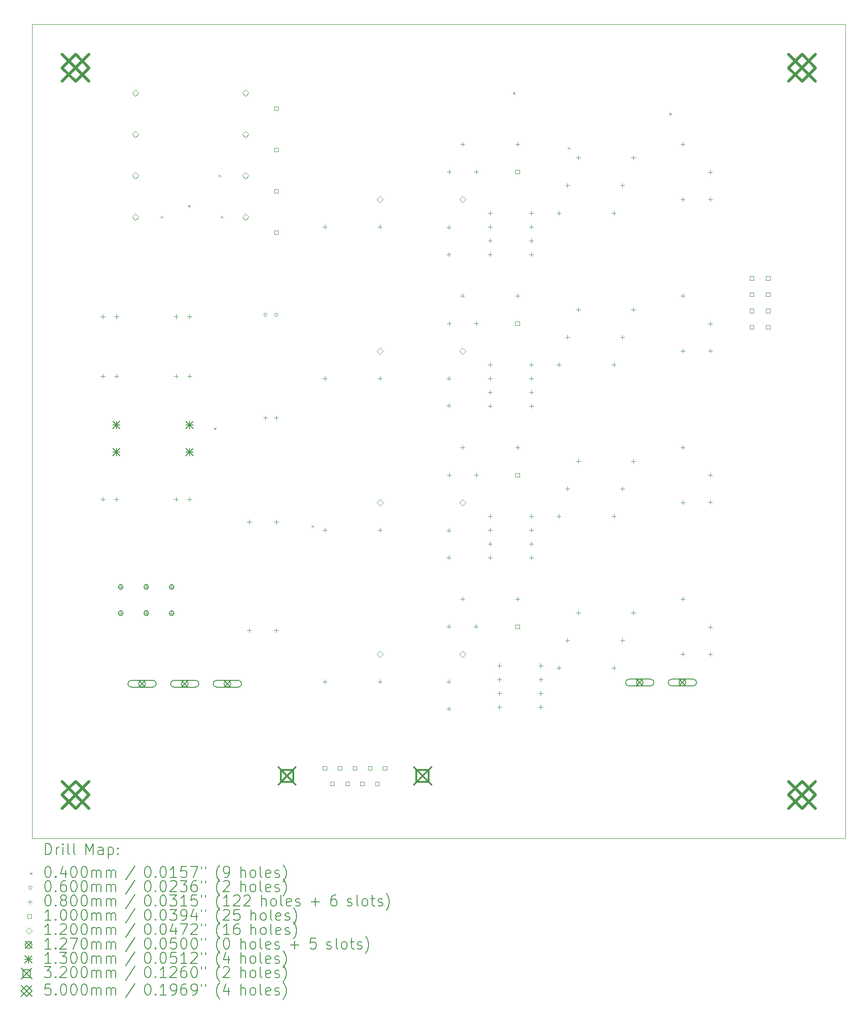
<source format=gbr>
%TF.GenerationSoftware,KiCad,Pcbnew,(7.0.0-0)*%
%TF.CreationDate,2024-05-06T17:20:06-04:00*%
%TF.ProjectId,BFieldArduino,42466965-6c64-4417-9264-75696e6f2e6b,rev?*%
%TF.SameCoordinates,Original*%
%TF.FileFunction,Drillmap*%
%TF.FilePolarity,Positive*%
%FSLAX45Y45*%
G04 Gerber Fmt 4.5, Leading zero omitted, Abs format (unit mm)*
G04 Created by KiCad (PCBNEW (7.0.0-0)) date 2024-05-06 17:20:06*
%MOMM*%
%LPD*%
G01*
G04 APERTURE LIST*
%ADD10C,0.100000*%
%ADD11C,0.200000*%
%ADD12C,0.040000*%
%ADD13C,0.060000*%
%ADD14C,0.080000*%
%ADD15C,0.120000*%
%ADD16C,0.127000*%
%ADD17C,0.130000*%
%ADD18C,0.320000*%
%ADD19C,0.500000*%
G04 APERTURE END LIST*
D10*
X7300000Y-1300000D02*
X22300000Y-1300000D01*
X22300000Y-1300000D02*
X22300000Y-16300000D01*
X22300000Y-16300000D02*
X7300000Y-16300000D01*
X7300000Y-16300000D02*
X7300000Y-1300000D01*
D11*
D12*
X9672000Y-4830000D02*
X9712000Y-4870000D01*
X9712000Y-4830000D02*
X9672000Y-4870000D01*
X10172000Y-4630000D02*
X10212000Y-4670000D01*
X10212000Y-4630000D02*
X10172000Y-4670000D01*
X10652000Y-8730000D02*
X10692000Y-8770000D01*
X10692000Y-8730000D02*
X10652000Y-8770000D01*
X10734000Y-4068000D02*
X10774000Y-4108000D01*
X10774000Y-4068000D02*
X10734000Y-4108000D01*
X10780000Y-4830000D02*
X10820000Y-4870000D01*
X10820000Y-4830000D02*
X10780000Y-4870000D01*
X12452000Y-10530000D02*
X12492000Y-10570000D01*
X12492000Y-10530000D02*
X12452000Y-10570000D01*
X16166000Y-2544000D02*
X16206000Y-2584000D01*
X16206000Y-2544000D02*
X16166000Y-2584000D01*
X17180000Y-3558000D02*
X17220000Y-3598000D01*
X17220000Y-3558000D02*
X17180000Y-3598000D01*
X19052000Y-2930000D02*
X19092000Y-2970000D01*
X19092000Y-2930000D02*
X19052000Y-2970000D01*
D13*
X11632000Y-6650000D02*
G75*
G03*
X11632000Y-6650000I-30000J0D01*
G01*
X11832000Y-6650000D02*
G75*
G03*
X11832000Y-6650000I-30000J0D01*
G01*
D14*
X8602000Y-6642000D02*
X8602000Y-6722000D01*
X8562000Y-6682000D02*
X8642000Y-6682000D01*
X8602000Y-7742000D02*
X8602000Y-7822000D01*
X8562000Y-7782000D02*
X8642000Y-7782000D01*
X8602000Y-10010000D02*
X8602000Y-10090000D01*
X8562000Y-10050000D02*
X8642000Y-10050000D01*
X8852000Y-6642000D02*
X8852000Y-6722000D01*
X8812000Y-6682000D02*
X8892000Y-6682000D01*
X8852000Y-7742000D02*
X8852000Y-7822000D01*
X8812000Y-7782000D02*
X8892000Y-7782000D01*
X8852000Y-10010000D02*
X8852000Y-10090000D01*
X8812000Y-10050000D02*
X8892000Y-10050000D01*
X8932000Y-11627000D02*
X8932000Y-11707000D01*
X8892000Y-11667000D02*
X8972000Y-11667000D01*
D11*
X8892000Y-11662000D02*
X8892000Y-11672000D01*
X8892000Y-11672000D02*
G75*
G03*
X8972000Y-11672000I40000J0D01*
G01*
X8972000Y-11672000D02*
X8972000Y-11662000D01*
X8972000Y-11662000D02*
G75*
G03*
X8892000Y-11662000I-40000J0D01*
G01*
D14*
X8932000Y-12110000D02*
X8932000Y-12190000D01*
X8892000Y-12150000D02*
X8972000Y-12150000D01*
D11*
X8892000Y-12145000D02*
X8892000Y-12155000D01*
X8892000Y-12155000D02*
G75*
G03*
X8972000Y-12155000I40000J0D01*
G01*
X8972000Y-12155000D02*
X8972000Y-12145000D01*
X8972000Y-12145000D02*
G75*
G03*
X8892000Y-12145000I-40000J0D01*
G01*
D14*
X9402000Y-11627000D02*
X9402000Y-11707000D01*
X9362000Y-11667000D02*
X9442000Y-11667000D01*
D11*
X9362000Y-11662000D02*
X9362000Y-11672000D01*
X9362000Y-11672000D02*
G75*
G03*
X9442000Y-11672000I40000J0D01*
G01*
X9442000Y-11672000D02*
X9442000Y-11662000D01*
X9442000Y-11662000D02*
G75*
G03*
X9362000Y-11662000I-40000J0D01*
G01*
D14*
X9402000Y-12110000D02*
X9402000Y-12190000D01*
X9362000Y-12150000D02*
X9442000Y-12150000D01*
D11*
X9362000Y-12145000D02*
X9362000Y-12155000D01*
X9362000Y-12155000D02*
G75*
G03*
X9442000Y-12155000I40000J0D01*
G01*
X9442000Y-12155000D02*
X9442000Y-12145000D01*
X9442000Y-12145000D02*
G75*
G03*
X9362000Y-12145000I-40000J0D01*
G01*
D14*
X9872000Y-11627000D02*
X9872000Y-11707000D01*
X9832000Y-11667000D02*
X9912000Y-11667000D01*
D11*
X9832000Y-11662000D02*
X9832000Y-11672000D01*
X9832000Y-11672000D02*
G75*
G03*
X9912000Y-11672000I40000J0D01*
G01*
X9912000Y-11672000D02*
X9912000Y-11662000D01*
X9912000Y-11662000D02*
G75*
G03*
X9832000Y-11662000I-40000J0D01*
G01*
D14*
X9872000Y-12110000D02*
X9872000Y-12190000D01*
X9832000Y-12150000D02*
X9912000Y-12150000D01*
D11*
X9832000Y-12145000D02*
X9832000Y-12155000D01*
X9832000Y-12155000D02*
G75*
G03*
X9912000Y-12155000I40000J0D01*
G01*
X9912000Y-12155000D02*
X9912000Y-12145000D01*
X9912000Y-12145000D02*
G75*
G03*
X9832000Y-12145000I-40000J0D01*
G01*
D14*
X9952000Y-6642000D02*
X9952000Y-6722000D01*
X9912000Y-6682000D02*
X9992000Y-6682000D01*
X9952000Y-7742000D02*
X9952000Y-7822000D01*
X9912000Y-7782000D02*
X9992000Y-7782000D01*
X9952000Y-10010000D02*
X9952000Y-10090000D01*
X9912000Y-10050000D02*
X9992000Y-10050000D01*
X10202000Y-6642000D02*
X10202000Y-6722000D01*
X10162000Y-6682000D02*
X10242000Y-6682000D01*
X10202000Y-7742000D02*
X10202000Y-7822000D01*
X10162000Y-7782000D02*
X10242000Y-7782000D01*
X10202000Y-10010000D02*
X10202000Y-10090000D01*
X10162000Y-10050000D02*
X10242000Y-10050000D01*
X11302000Y-10429500D02*
X11302000Y-10509500D01*
X11262000Y-10469500D02*
X11342000Y-10469500D01*
X11302000Y-12429500D02*
X11302000Y-12509500D01*
X11262000Y-12469500D02*
X11342000Y-12469500D01*
X11602000Y-8510000D02*
X11602000Y-8590000D01*
X11562000Y-8550000D02*
X11642000Y-8550000D01*
X11802000Y-8510000D02*
X11802000Y-8590000D01*
X11762000Y-8550000D02*
X11842000Y-8550000D01*
X11802000Y-10429500D02*
X11802000Y-10509500D01*
X11762000Y-10469500D02*
X11842000Y-10469500D01*
X11802000Y-12429500D02*
X11802000Y-12509500D01*
X11762000Y-12469500D02*
X11842000Y-12469500D01*
X12696000Y-4990000D02*
X12696000Y-5070000D01*
X12656000Y-5030000D02*
X12736000Y-5030000D01*
X12696000Y-7784000D02*
X12696000Y-7864000D01*
X12656000Y-7824000D02*
X12736000Y-7824000D01*
X12696000Y-10578000D02*
X12696000Y-10658000D01*
X12656000Y-10618000D02*
X12736000Y-10618000D01*
X12696000Y-13372000D02*
X12696000Y-13452000D01*
X12656000Y-13412000D02*
X12736000Y-13412000D01*
X13712000Y-4990000D02*
X13712000Y-5070000D01*
X13672000Y-5030000D02*
X13752000Y-5030000D01*
X13712000Y-7784000D02*
X13712000Y-7864000D01*
X13672000Y-7824000D02*
X13752000Y-7824000D01*
X13712000Y-10578000D02*
X13712000Y-10658000D01*
X13672000Y-10618000D02*
X13752000Y-10618000D01*
X13712000Y-13372000D02*
X13712000Y-13452000D01*
X13672000Y-13412000D02*
X13752000Y-13412000D01*
X14982000Y-4998000D02*
X14982000Y-5078000D01*
X14942000Y-5038000D02*
X15022000Y-5038000D01*
X14982000Y-5498000D02*
X14982000Y-5578000D01*
X14942000Y-5538000D02*
X15022000Y-5538000D01*
X14982000Y-7784000D02*
X14982000Y-7864000D01*
X14942000Y-7824000D02*
X15022000Y-7824000D01*
X14982000Y-8284000D02*
X14982000Y-8364000D01*
X14942000Y-8324000D02*
X15022000Y-8324000D01*
X14982000Y-10586000D02*
X14982000Y-10666000D01*
X14942000Y-10626000D02*
X15022000Y-10626000D01*
X14982000Y-11086000D02*
X14982000Y-11166000D01*
X14942000Y-11126000D02*
X15022000Y-11126000D01*
X14982000Y-12356000D02*
X14982000Y-12436000D01*
X14942000Y-12396000D02*
X15022000Y-12396000D01*
X14982000Y-13372000D02*
X14982000Y-13452000D01*
X14942000Y-13412000D02*
X15022000Y-13412000D01*
X14982000Y-13872000D02*
X14982000Y-13952000D01*
X14942000Y-13912000D02*
X15022000Y-13912000D01*
X14990000Y-3974000D02*
X14990000Y-4054000D01*
X14950000Y-4014000D02*
X15030000Y-4014000D01*
X14990000Y-6768000D02*
X14990000Y-6848000D01*
X14950000Y-6808000D02*
X15030000Y-6808000D01*
X14990000Y-9562000D02*
X14990000Y-9642000D01*
X14950000Y-9602000D02*
X15030000Y-9602000D01*
X15236000Y-3466000D02*
X15236000Y-3546000D01*
X15196000Y-3506000D02*
X15276000Y-3506000D01*
X15236000Y-6260000D02*
X15236000Y-6340000D01*
X15196000Y-6300000D02*
X15276000Y-6300000D01*
X15236000Y-9054000D02*
X15236000Y-9134000D01*
X15196000Y-9094000D02*
X15276000Y-9094000D01*
X15236000Y-11848000D02*
X15236000Y-11928000D01*
X15196000Y-11888000D02*
X15276000Y-11888000D01*
X15482000Y-12356000D02*
X15482000Y-12436000D01*
X15442000Y-12396000D02*
X15522000Y-12396000D01*
X15490000Y-3974000D02*
X15490000Y-4054000D01*
X15450000Y-4014000D02*
X15530000Y-4014000D01*
X15490000Y-6768000D02*
X15490000Y-6848000D01*
X15450000Y-6808000D02*
X15530000Y-6808000D01*
X15490000Y-9562000D02*
X15490000Y-9642000D01*
X15450000Y-9602000D02*
X15530000Y-9602000D01*
X15744000Y-4736000D02*
X15744000Y-4816000D01*
X15704000Y-4776000D02*
X15784000Y-4776000D01*
X15744000Y-4990000D02*
X15744000Y-5070000D01*
X15704000Y-5030000D02*
X15784000Y-5030000D01*
X15744000Y-5244000D02*
X15744000Y-5324000D01*
X15704000Y-5284000D02*
X15784000Y-5284000D01*
X15744000Y-5498000D02*
X15744000Y-5578000D01*
X15704000Y-5538000D02*
X15784000Y-5538000D01*
X15744000Y-7530000D02*
X15744000Y-7610000D01*
X15704000Y-7570000D02*
X15784000Y-7570000D01*
X15744000Y-7784000D02*
X15744000Y-7864000D01*
X15704000Y-7824000D02*
X15784000Y-7824000D01*
X15744000Y-8038000D02*
X15744000Y-8118000D01*
X15704000Y-8078000D02*
X15784000Y-8078000D01*
X15744000Y-8292000D02*
X15744000Y-8372000D01*
X15704000Y-8332000D02*
X15784000Y-8332000D01*
X15744000Y-10324000D02*
X15744000Y-10404000D01*
X15704000Y-10364000D02*
X15784000Y-10364000D01*
X15744000Y-10578000D02*
X15744000Y-10658000D01*
X15704000Y-10618000D02*
X15784000Y-10618000D01*
X15744000Y-10832000D02*
X15744000Y-10912000D01*
X15704000Y-10872000D02*
X15784000Y-10872000D01*
X15744000Y-11086000D02*
X15744000Y-11166000D01*
X15704000Y-11126000D02*
X15784000Y-11126000D01*
X15920000Y-13080000D02*
X15920000Y-13160000D01*
X15880000Y-13120000D02*
X15960000Y-13120000D01*
X15920000Y-13334000D02*
X15920000Y-13414000D01*
X15880000Y-13374000D02*
X15960000Y-13374000D01*
X15920000Y-13588000D02*
X15920000Y-13668000D01*
X15880000Y-13628000D02*
X15960000Y-13628000D01*
X15920000Y-13842000D02*
X15920000Y-13922000D01*
X15880000Y-13882000D02*
X15960000Y-13882000D01*
X16252000Y-3466000D02*
X16252000Y-3546000D01*
X16212000Y-3506000D02*
X16292000Y-3506000D01*
X16252000Y-6260000D02*
X16252000Y-6340000D01*
X16212000Y-6300000D02*
X16292000Y-6300000D01*
X16252000Y-9054000D02*
X16252000Y-9134000D01*
X16212000Y-9094000D02*
X16292000Y-9094000D01*
X16252000Y-11848000D02*
X16252000Y-11928000D01*
X16212000Y-11888000D02*
X16292000Y-11888000D01*
X16506000Y-4736000D02*
X16506000Y-4816000D01*
X16466000Y-4776000D02*
X16546000Y-4776000D01*
X16506000Y-4990000D02*
X16506000Y-5070000D01*
X16466000Y-5030000D02*
X16546000Y-5030000D01*
X16506000Y-5244000D02*
X16506000Y-5324000D01*
X16466000Y-5284000D02*
X16546000Y-5284000D01*
X16506000Y-5498000D02*
X16506000Y-5578000D01*
X16466000Y-5538000D02*
X16546000Y-5538000D01*
X16506000Y-7530000D02*
X16506000Y-7610000D01*
X16466000Y-7570000D02*
X16546000Y-7570000D01*
X16506000Y-7784000D02*
X16506000Y-7864000D01*
X16466000Y-7824000D02*
X16546000Y-7824000D01*
X16506000Y-8038000D02*
X16506000Y-8118000D01*
X16466000Y-8078000D02*
X16546000Y-8078000D01*
X16506000Y-8292000D02*
X16506000Y-8372000D01*
X16466000Y-8332000D02*
X16546000Y-8332000D01*
X16506000Y-10324000D02*
X16506000Y-10404000D01*
X16466000Y-10364000D02*
X16546000Y-10364000D01*
X16506000Y-10578000D02*
X16506000Y-10658000D01*
X16466000Y-10618000D02*
X16546000Y-10618000D01*
X16506000Y-10832000D02*
X16506000Y-10912000D01*
X16466000Y-10872000D02*
X16546000Y-10872000D01*
X16506000Y-11086000D02*
X16506000Y-11166000D01*
X16466000Y-11126000D02*
X16546000Y-11126000D01*
X16682000Y-13080000D02*
X16682000Y-13160000D01*
X16642000Y-13120000D02*
X16722000Y-13120000D01*
X16682000Y-13334000D02*
X16682000Y-13414000D01*
X16642000Y-13374000D02*
X16722000Y-13374000D01*
X16682000Y-13588000D02*
X16682000Y-13668000D01*
X16642000Y-13628000D02*
X16722000Y-13628000D01*
X16682000Y-13842000D02*
X16682000Y-13922000D01*
X16642000Y-13882000D02*
X16722000Y-13882000D01*
X17014000Y-4736000D02*
X17014000Y-4816000D01*
X16974000Y-4776000D02*
X17054000Y-4776000D01*
X17014000Y-7530000D02*
X17014000Y-7610000D01*
X16974000Y-7570000D02*
X17054000Y-7570000D01*
X17014000Y-10324000D02*
X17014000Y-10404000D01*
X16974000Y-10364000D02*
X17054000Y-10364000D01*
X17014000Y-13118000D02*
X17014000Y-13198000D01*
X16974000Y-13158000D02*
X17054000Y-13158000D01*
X17172000Y-4226000D02*
X17172000Y-4306000D01*
X17132000Y-4266000D02*
X17212000Y-4266000D01*
X17172000Y-7022000D02*
X17172000Y-7102000D01*
X17132000Y-7062000D02*
X17212000Y-7062000D01*
X17172000Y-9816000D02*
X17172000Y-9896000D01*
X17132000Y-9856000D02*
X17212000Y-9856000D01*
X17172000Y-12610000D02*
X17172000Y-12690000D01*
X17132000Y-12650000D02*
X17212000Y-12650000D01*
X17372000Y-3718000D02*
X17372000Y-3798000D01*
X17332000Y-3758000D02*
X17412000Y-3758000D01*
X17372000Y-6514000D02*
X17372000Y-6594000D01*
X17332000Y-6554000D02*
X17412000Y-6554000D01*
X17372000Y-9308000D02*
X17372000Y-9388000D01*
X17332000Y-9348000D02*
X17412000Y-9348000D01*
X17372000Y-12102000D02*
X17372000Y-12182000D01*
X17332000Y-12142000D02*
X17412000Y-12142000D01*
X18030000Y-4736000D02*
X18030000Y-4816000D01*
X17990000Y-4776000D02*
X18070000Y-4776000D01*
X18030000Y-7530000D02*
X18030000Y-7610000D01*
X17990000Y-7570000D02*
X18070000Y-7570000D01*
X18030000Y-10324000D02*
X18030000Y-10404000D01*
X17990000Y-10364000D02*
X18070000Y-10364000D01*
X18030000Y-13118000D02*
X18030000Y-13198000D01*
X17990000Y-13158000D02*
X18070000Y-13158000D01*
X18188000Y-4226000D02*
X18188000Y-4306000D01*
X18148000Y-4266000D02*
X18228000Y-4266000D01*
X18188000Y-7022000D02*
X18188000Y-7102000D01*
X18148000Y-7062000D02*
X18228000Y-7062000D01*
X18188000Y-9816000D02*
X18188000Y-9896000D01*
X18148000Y-9856000D02*
X18228000Y-9856000D01*
X18188000Y-12610000D02*
X18188000Y-12690000D01*
X18148000Y-12650000D02*
X18228000Y-12650000D01*
X18388000Y-3718000D02*
X18388000Y-3798000D01*
X18348000Y-3758000D02*
X18428000Y-3758000D01*
X18388000Y-6514000D02*
X18388000Y-6594000D01*
X18348000Y-6554000D02*
X18428000Y-6554000D01*
X18388000Y-9308000D02*
X18388000Y-9388000D01*
X18348000Y-9348000D02*
X18428000Y-9348000D01*
X18388000Y-12102000D02*
X18388000Y-12182000D01*
X18348000Y-12142000D02*
X18428000Y-12142000D01*
X19300000Y-3466000D02*
X19300000Y-3546000D01*
X19260000Y-3506000D02*
X19340000Y-3506000D01*
X19300000Y-4482000D02*
X19300000Y-4562000D01*
X19260000Y-4522000D02*
X19340000Y-4522000D01*
X19300000Y-6260000D02*
X19300000Y-6340000D01*
X19260000Y-6300000D02*
X19340000Y-6300000D01*
X19300000Y-7276000D02*
X19300000Y-7356000D01*
X19260000Y-7316000D02*
X19340000Y-7316000D01*
X19300000Y-9054000D02*
X19300000Y-9134000D01*
X19260000Y-9094000D02*
X19340000Y-9094000D01*
X19300000Y-10070000D02*
X19300000Y-10150000D01*
X19260000Y-10110000D02*
X19340000Y-10110000D01*
X19300000Y-11848000D02*
X19300000Y-11928000D01*
X19260000Y-11888000D02*
X19340000Y-11888000D01*
X19300000Y-12864000D02*
X19300000Y-12944000D01*
X19260000Y-12904000D02*
X19340000Y-12904000D01*
X19808000Y-3982000D02*
X19808000Y-4062000D01*
X19768000Y-4022000D02*
X19848000Y-4022000D01*
X19808000Y-4482000D02*
X19808000Y-4562000D01*
X19768000Y-4522000D02*
X19848000Y-4522000D01*
X19808000Y-6776000D02*
X19808000Y-6856000D01*
X19768000Y-6816000D02*
X19848000Y-6816000D01*
X19808000Y-7276000D02*
X19808000Y-7356000D01*
X19768000Y-7316000D02*
X19848000Y-7316000D01*
X19808000Y-9562000D02*
X19808000Y-9642000D01*
X19768000Y-9602000D02*
X19848000Y-9602000D01*
X19808000Y-10062000D02*
X19808000Y-10142000D01*
X19768000Y-10102000D02*
X19848000Y-10102000D01*
X19808000Y-12364000D02*
X19808000Y-12444000D01*
X19768000Y-12404000D02*
X19848000Y-12404000D01*
X19808000Y-12864000D02*
X19808000Y-12944000D01*
X19768000Y-12904000D02*
X19848000Y-12904000D01*
D10*
X11837356Y-2885356D02*
X11837356Y-2814644D01*
X11766644Y-2814644D01*
X11766644Y-2885356D01*
X11837356Y-2885356D01*
X11837356Y-3647356D02*
X11837356Y-3576644D01*
X11766644Y-3576644D01*
X11766644Y-3647356D01*
X11837356Y-3647356D01*
X11837356Y-4409356D02*
X11837356Y-4338644D01*
X11766644Y-4338644D01*
X11766644Y-4409356D01*
X11837356Y-4409356D01*
X11837356Y-5171356D02*
X11837356Y-5100644D01*
X11766644Y-5100644D01*
X11766644Y-5171356D01*
X11837356Y-5171356D01*
X12731356Y-15043356D02*
X12731356Y-14972644D01*
X12660644Y-14972644D01*
X12660644Y-15043356D01*
X12731356Y-15043356D01*
X12869856Y-15327356D02*
X12869856Y-15256644D01*
X12799144Y-15256644D01*
X12799144Y-15327356D01*
X12869856Y-15327356D01*
X13008356Y-15043356D02*
X13008356Y-14972644D01*
X12937644Y-14972644D01*
X12937644Y-15043356D01*
X13008356Y-15043356D01*
X13146856Y-15327356D02*
X13146856Y-15256644D01*
X13076144Y-15256644D01*
X13076144Y-15327356D01*
X13146856Y-15327356D01*
X13285356Y-15043356D02*
X13285356Y-14972644D01*
X13214644Y-14972644D01*
X13214644Y-15043356D01*
X13285356Y-15043356D01*
X13423856Y-15327356D02*
X13423856Y-15256644D01*
X13353144Y-15256644D01*
X13353144Y-15327356D01*
X13423856Y-15327356D01*
X13562356Y-15043356D02*
X13562356Y-14972644D01*
X13491644Y-14972644D01*
X13491644Y-15043356D01*
X13562356Y-15043356D01*
X13700856Y-15327356D02*
X13700856Y-15256644D01*
X13630144Y-15256644D01*
X13630144Y-15327356D01*
X13700856Y-15327356D01*
X13839356Y-15043356D02*
X13839356Y-14972644D01*
X13768644Y-14972644D01*
X13768644Y-15043356D01*
X13839356Y-15043356D01*
X16287356Y-4049356D02*
X16287356Y-3978644D01*
X16216644Y-3978644D01*
X16216644Y-4049356D01*
X16287356Y-4049356D01*
X16287356Y-6843356D02*
X16287356Y-6772644D01*
X16216644Y-6772644D01*
X16216644Y-6843356D01*
X16287356Y-6843356D01*
X16287356Y-9637356D02*
X16287356Y-9566644D01*
X16216644Y-9566644D01*
X16216644Y-9637356D01*
X16287356Y-9637356D01*
X16287356Y-12431356D02*
X16287356Y-12360644D01*
X16216644Y-12360644D01*
X16216644Y-12431356D01*
X16287356Y-12431356D01*
X20607356Y-6013356D02*
X20607356Y-5942644D01*
X20536644Y-5942644D01*
X20536644Y-6013356D01*
X20607356Y-6013356D01*
X20607356Y-6313356D02*
X20607356Y-6242644D01*
X20536644Y-6242644D01*
X20536644Y-6313356D01*
X20607356Y-6313356D01*
X20607356Y-6613356D02*
X20607356Y-6542644D01*
X20536644Y-6542644D01*
X20536644Y-6613356D01*
X20607356Y-6613356D01*
X20607356Y-6913356D02*
X20607356Y-6842644D01*
X20536644Y-6842644D01*
X20536644Y-6913356D01*
X20607356Y-6913356D01*
X20907356Y-6013356D02*
X20907356Y-5942644D01*
X20836644Y-5942644D01*
X20836644Y-6013356D01*
X20907356Y-6013356D01*
X20907356Y-6313356D02*
X20907356Y-6242644D01*
X20836644Y-6242644D01*
X20836644Y-6313356D01*
X20907356Y-6313356D01*
X20907356Y-6613356D02*
X20907356Y-6542644D01*
X20836644Y-6542644D01*
X20836644Y-6613356D01*
X20907356Y-6613356D01*
X20907356Y-6913356D02*
X20907356Y-6842644D01*
X20836644Y-6842644D01*
X20836644Y-6913356D01*
X20907356Y-6913356D01*
D15*
X9202000Y-2624000D02*
X9262000Y-2564000D01*
X9202000Y-2504000D01*
X9142000Y-2564000D01*
X9202000Y-2624000D01*
X9202000Y-3386000D02*
X9262000Y-3326000D01*
X9202000Y-3266000D01*
X9142000Y-3326000D01*
X9202000Y-3386000D01*
X9202000Y-4148000D02*
X9262000Y-4088000D01*
X9202000Y-4028000D01*
X9142000Y-4088000D01*
X9202000Y-4148000D01*
X9202000Y-4910000D02*
X9262000Y-4850000D01*
X9202000Y-4790000D01*
X9142000Y-4850000D01*
X9202000Y-4910000D01*
X11234000Y-2624000D02*
X11294000Y-2564000D01*
X11234000Y-2504000D01*
X11174000Y-2564000D01*
X11234000Y-2624000D01*
X11234000Y-3386000D02*
X11294000Y-3326000D01*
X11234000Y-3266000D01*
X11174000Y-3326000D01*
X11234000Y-3386000D01*
X11234000Y-4148000D02*
X11294000Y-4088000D01*
X11234000Y-4028000D01*
X11174000Y-4088000D01*
X11234000Y-4148000D01*
X11234000Y-4910000D02*
X11294000Y-4850000D01*
X11234000Y-4790000D01*
X11174000Y-4850000D01*
X11234000Y-4910000D01*
X13712000Y-4582000D02*
X13772000Y-4522000D01*
X13712000Y-4462000D01*
X13652000Y-4522000D01*
X13712000Y-4582000D01*
X13712000Y-7376000D02*
X13772000Y-7316000D01*
X13712000Y-7256000D01*
X13652000Y-7316000D01*
X13712000Y-7376000D01*
X13712000Y-10170000D02*
X13772000Y-10110000D01*
X13712000Y-10050000D01*
X13652000Y-10110000D01*
X13712000Y-10170000D01*
X13712000Y-12964000D02*
X13772000Y-12904000D01*
X13712000Y-12844000D01*
X13652000Y-12904000D01*
X13712000Y-12964000D01*
X15236000Y-4582000D02*
X15296000Y-4522000D01*
X15236000Y-4462000D01*
X15176000Y-4522000D01*
X15236000Y-4582000D01*
X15236000Y-7376000D02*
X15296000Y-7316000D01*
X15236000Y-7256000D01*
X15176000Y-7316000D01*
X15236000Y-7376000D01*
X15236000Y-10170000D02*
X15296000Y-10110000D01*
X15236000Y-10050000D01*
X15176000Y-10110000D01*
X15236000Y-10170000D01*
X15236000Y-12964000D02*
X15296000Y-12904000D01*
X15236000Y-12844000D01*
X15176000Y-12904000D01*
X15236000Y-12964000D01*
D16*
X9261700Y-13386500D02*
X9388700Y-13513500D01*
X9388700Y-13386500D02*
X9261700Y-13513500D01*
X9388700Y-13450000D02*
G75*
G03*
X9388700Y-13450000I-63500J0D01*
G01*
D11*
X9127080Y-13513500D02*
X9523320Y-13513500D01*
X9523320Y-13513500D02*
G75*
G03*
X9523320Y-13386500I0J63500D01*
G01*
X9523320Y-13386500D02*
X9127080Y-13386500D01*
X9127080Y-13386500D02*
G75*
G03*
X9127080Y-13513500I0J-63500D01*
G01*
D16*
X10049100Y-13386500D02*
X10176100Y-13513500D01*
X10176100Y-13386500D02*
X10049100Y-13513500D01*
X10176100Y-13450000D02*
G75*
G03*
X10176100Y-13450000I-63500J0D01*
G01*
D11*
X9914480Y-13513500D02*
X10310720Y-13513500D01*
X10310720Y-13513500D02*
G75*
G03*
X10310720Y-13386500I0J63500D01*
G01*
X10310720Y-13386500D02*
X9914480Y-13386500D01*
X9914480Y-13386500D02*
G75*
G03*
X9914480Y-13513500I0J-63500D01*
G01*
D16*
X10836500Y-13386500D02*
X10963500Y-13513500D01*
X10963500Y-13386500D02*
X10836500Y-13513500D01*
X10963500Y-13450000D02*
G75*
G03*
X10963500Y-13450000I-63500J0D01*
G01*
D11*
X10701880Y-13513500D02*
X11098120Y-13513500D01*
X11098120Y-13513500D02*
G75*
G03*
X11098120Y-13386500I0J63500D01*
G01*
X11098120Y-13386500D02*
X10701880Y-13386500D01*
X10701880Y-13386500D02*
G75*
G03*
X10701880Y-13513500I0J-63500D01*
G01*
D16*
X18442800Y-13366230D02*
X18569800Y-13493230D01*
X18569800Y-13366230D02*
X18442800Y-13493230D01*
X18569800Y-13429730D02*
G75*
G03*
X18569800Y-13429730I-63500J0D01*
G01*
D11*
X18308180Y-13493230D02*
X18704420Y-13493230D01*
X18704420Y-13493230D02*
G75*
G03*
X18704420Y-13366230I0J63500D01*
G01*
X18704420Y-13366230D02*
X18308180Y-13366230D01*
X18308180Y-13366230D02*
G75*
G03*
X18308180Y-13493230I0J-63500D01*
G01*
D16*
X19230200Y-13366230D02*
X19357200Y-13493230D01*
X19357200Y-13366230D02*
X19230200Y-13493230D01*
X19357200Y-13429730D02*
G75*
G03*
X19357200Y-13429730I-63500J0D01*
G01*
D11*
X19095580Y-13493230D02*
X19491820Y-13493230D01*
X19491820Y-13493230D02*
G75*
G03*
X19491820Y-13366230I0J63500D01*
G01*
X19491820Y-13366230D02*
X19095580Y-13366230D01*
X19095580Y-13366230D02*
G75*
G03*
X19095580Y-13493230I0J-63500D01*
G01*
D17*
X8787000Y-8617000D02*
X8917000Y-8747000D01*
X8917000Y-8617000D02*
X8787000Y-8747000D01*
X8852000Y-8617000D02*
X8852000Y-8747000D01*
X8787000Y-8682000D02*
X8917000Y-8682000D01*
X8787000Y-9117000D02*
X8917000Y-9247000D01*
X8917000Y-9117000D02*
X8787000Y-9247000D01*
X8852000Y-9117000D02*
X8852000Y-9247000D01*
X8787000Y-9182000D02*
X8917000Y-9182000D01*
X10137000Y-8617000D02*
X10267000Y-8747000D01*
X10267000Y-8617000D02*
X10137000Y-8747000D01*
X10202000Y-8617000D02*
X10202000Y-8747000D01*
X10137000Y-8682000D02*
X10267000Y-8682000D01*
X10137000Y-9117000D02*
X10267000Y-9247000D01*
X10267000Y-9117000D02*
X10137000Y-9247000D01*
X10202000Y-9117000D02*
X10202000Y-9247000D01*
X10137000Y-9182000D02*
X10267000Y-9182000D01*
D18*
X11840000Y-14990000D02*
X12160000Y-15310000D01*
X12160000Y-14990000D02*
X11840000Y-15310000D01*
X12113138Y-15263138D02*
X12113138Y-15036862D01*
X11886862Y-15036862D01*
X11886862Y-15263138D01*
X12113138Y-15263138D01*
X14340000Y-14990000D02*
X14660000Y-15310000D01*
X14660000Y-14990000D02*
X14340000Y-15310000D01*
X14613138Y-15263138D02*
X14613138Y-15036862D01*
X14386862Y-15036862D01*
X14386862Y-15263138D01*
X14613138Y-15263138D01*
D19*
X7850000Y-1850000D02*
X8350000Y-2350000D01*
X8350000Y-1850000D02*
X7850000Y-2350000D01*
X8100000Y-2350000D02*
X8350000Y-2100000D01*
X8100000Y-1850000D01*
X7850000Y-2100000D01*
X8100000Y-2350000D01*
X7850000Y-15250000D02*
X8350000Y-15750000D01*
X8350000Y-15250000D02*
X7850000Y-15750000D01*
X8100000Y-15750000D02*
X8350000Y-15500000D01*
X8100000Y-15250000D01*
X7850000Y-15500000D01*
X8100000Y-15750000D01*
X21250000Y-1850000D02*
X21750000Y-2350000D01*
X21750000Y-1850000D02*
X21250000Y-2350000D01*
X21500000Y-2350000D02*
X21750000Y-2100000D01*
X21500000Y-1850000D01*
X21250000Y-2100000D01*
X21500000Y-2350000D01*
X21250000Y-15250000D02*
X21750000Y-15750000D01*
X21750000Y-15250000D02*
X21250000Y-15750000D01*
X21500000Y-15750000D02*
X21750000Y-15500000D01*
X21500000Y-15250000D01*
X21250000Y-15500000D01*
X21500000Y-15750000D01*
D11*
X7542619Y-16598476D02*
X7542619Y-16398476D01*
X7542619Y-16398476D02*
X7590238Y-16398476D01*
X7590238Y-16398476D02*
X7618809Y-16408000D01*
X7618809Y-16408000D02*
X7637857Y-16427048D01*
X7637857Y-16427048D02*
X7647381Y-16446095D01*
X7647381Y-16446095D02*
X7656905Y-16484190D01*
X7656905Y-16484190D02*
X7656905Y-16512762D01*
X7656905Y-16512762D02*
X7647381Y-16550857D01*
X7647381Y-16550857D02*
X7637857Y-16569905D01*
X7637857Y-16569905D02*
X7618809Y-16588952D01*
X7618809Y-16588952D02*
X7590238Y-16598476D01*
X7590238Y-16598476D02*
X7542619Y-16598476D01*
X7742619Y-16598476D02*
X7742619Y-16465143D01*
X7742619Y-16503238D02*
X7752143Y-16484190D01*
X7752143Y-16484190D02*
X7761667Y-16474667D01*
X7761667Y-16474667D02*
X7780714Y-16465143D01*
X7780714Y-16465143D02*
X7799762Y-16465143D01*
X7866428Y-16598476D02*
X7866428Y-16465143D01*
X7866428Y-16398476D02*
X7856905Y-16408000D01*
X7856905Y-16408000D02*
X7866428Y-16417524D01*
X7866428Y-16417524D02*
X7875952Y-16408000D01*
X7875952Y-16408000D02*
X7866428Y-16398476D01*
X7866428Y-16398476D02*
X7866428Y-16417524D01*
X7990238Y-16598476D02*
X7971190Y-16588952D01*
X7971190Y-16588952D02*
X7961667Y-16569905D01*
X7961667Y-16569905D02*
X7961667Y-16398476D01*
X8095000Y-16598476D02*
X8075952Y-16588952D01*
X8075952Y-16588952D02*
X8066428Y-16569905D01*
X8066428Y-16569905D02*
X8066428Y-16398476D01*
X8291190Y-16598476D02*
X8291190Y-16398476D01*
X8291190Y-16398476D02*
X8357857Y-16541333D01*
X8357857Y-16541333D02*
X8424524Y-16398476D01*
X8424524Y-16398476D02*
X8424524Y-16598476D01*
X8605476Y-16598476D02*
X8605476Y-16493714D01*
X8605476Y-16493714D02*
X8595952Y-16474667D01*
X8595952Y-16474667D02*
X8576905Y-16465143D01*
X8576905Y-16465143D02*
X8538809Y-16465143D01*
X8538809Y-16465143D02*
X8519762Y-16474667D01*
X8605476Y-16588952D02*
X8586429Y-16598476D01*
X8586429Y-16598476D02*
X8538809Y-16598476D01*
X8538809Y-16598476D02*
X8519762Y-16588952D01*
X8519762Y-16588952D02*
X8510238Y-16569905D01*
X8510238Y-16569905D02*
X8510238Y-16550857D01*
X8510238Y-16550857D02*
X8519762Y-16531809D01*
X8519762Y-16531809D02*
X8538809Y-16522286D01*
X8538809Y-16522286D02*
X8586429Y-16522286D01*
X8586429Y-16522286D02*
X8605476Y-16512762D01*
X8700714Y-16465143D02*
X8700714Y-16665143D01*
X8700714Y-16474667D02*
X8719762Y-16465143D01*
X8719762Y-16465143D02*
X8757857Y-16465143D01*
X8757857Y-16465143D02*
X8776905Y-16474667D01*
X8776905Y-16474667D02*
X8786429Y-16484190D01*
X8786429Y-16484190D02*
X8795952Y-16503238D01*
X8795952Y-16503238D02*
X8795952Y-16560381D01*
X8795952Y-16560381D02*
X8786429Y-16579428D01*
X8786429Y-16579428D02*
X8776905Y-16588952D01*
X8776905Y-16588952D02*
X8757857Y-16598476D01*
X8757857Y-16598476D02*
X8719762Y-16598476D01*
X8719762Y-16598476D02*
X8700714Y-16588952D01*
X8881667Y-16579428D02*
X8891190Y-16588952D01*
X8891190Y-16588952D02*
X8881667Y-16598476D01*
X8881667Y-16598476D02*
X8872143Y-16588952D01*
X8872143Y-16588952D02*
X8881667Y-16579428D01*
X8881667Y-16579428D02*
X8881667Y-16598476D01*
X8881667Y-16474667D02*
X8891190Y-16484190D01*
X8891190Y-16484190D02*
X8881667Y-16493714D01*
X8881667Y-16493714D02*
X8872143Y-16484190D01*
X8872143Y-16484190D02*
X8881667Y-16474667D01*
X8881667Y-16474667D02*
X8881667Y-16493714D01*
D12*
X7255000Y-16925000D02*
X7295000Y-16965000D01*
X7295000Y-16925000D02*
X7255000Y-16965000D01*
D11*
X7580714Y-16818476D02*
X7599762Y-16818476D01*
X7599762Y-16818476D02*
X7618809Y-16828000D01*
X7618809Y-16828000D02*
X7628333Y-16837524D01*
X7628333Y-16837524D02*
X7637857Y-16856571D01*
X7637857Y-16856571D02*
X7647381Y-16894667D01*
X7647381Y-16894667D02*
X7647381Y-16942286D01*
X7647381Y-16942286D02*
X7637857Y-16980381D01*
X7637857Y-16980381D02*
X7628333Y-16999429D01*
X7628333Y-16999429D02*
X7618809Y-17008952D01*
X7618809Y-17008952D02*
X7599762Y-17018476D01*
X7599762Y-17018476D02*
X7580714Y-17018476D01*
X7580714Y-17018476D02*
X7561667Y-17008952D01*
X7561667Y-17008952D02*
X7552143Y-16999429D01*
X7552143Y-16999429D02*
X7542619Y-16980381D01*
X7542619Y-16980381D02*
X7533095Y-16942286D01*
X7533095Y-16942286D02*
X7533095Y-16894667D01*
X7533095Y-16894667D02*
X7542619Y-16856571D01*
X7542619Y-16856571D02*
X7552143Y-16837524D01*
X7552143Y-16837524D02*
X7561667Y-16828000D01*
X7561667Y-16828000D02*
X7580714Y-16818476D01*
X7733095Y-16999429D02*
X7742619Y-17008952D01*
X7742619Y-17008952D02*
X7733095Y-17018476D01*
X7733095Y-17018476D02*
X7723571Y-17008952D01*
X7723571Y-17008952D02*
X7733095Y-16999429D01*
X7733095Y-16999429D02*
X7733095Y-17018476D01*
X7914048Y-16885143D02*
X7914048Y-17018476D01*
X7866428Y-16808952D02*
X7818809Y-16951810D01*
X7818809Y-16951810D02*
X7942619Y-16951810D01*
X8056905Y-16818476D02*
X8075952Y-16818476D01*
X8075952Y-16818476D02*
X8095000Y-16828000D01*
X8095000Y-16828000D02*
X8104524Y-16837524D01*
X8104524Y-16837524D02*
X8114048Y-16856571D01*
X8114048Y-16856571D02*
X8123571Y-16894667D01*
X8123571Y-16894667D02*
X8123571Y-16942286D01*
X8123571Y-16942286D02*
X8114048Y-16980381D01*
X8114048Y-16980381D02*
X8104524Y-16999429D01*
X8104524Y-16999429D02*
X8095000Y-17008952D01*
X8095000Y-17008952D02*
X8075952Y-17018476D01*
X8075952Y-17018476D02*
X8056905Y-17018476D01*
X8056905Y-17018476D02*
X8037857Y-17008952D01*
X8037857Y-17008952D02*
X8028333Y-16999429D01*
X8028333Y-16999429D02*
X8018809Y-16980381D01*
X8018809Y-16980381D02*
X8009286Y-16942286D01*
X8009286Y-16942286D02*
X8009286Y-16894667D01*
X8009286Y-16894667D02*
X8018809Y-16856571D01*
X8018809Y-16856571D02*
X8028333Y-16837524D01*
X8028333Y-16837524D02*
X8037857Y-16828000D01*
X8037857Y-16828000D02*
X8056905Y-16818476D01*
X8247381Y-16818476D02*
X8266429Y-16818476D01*
X8266429Y-16818476D02*
X8285476Y-16828000D01*
X8285476Y-16828000D02*
X8295000Y-16837524D01*
X8295000Y-16837524D02*
X8304524Y-16856571D01*
X8304524Y-16856571D02*
X8314048Y-16894667D01*
X8314048Y-16894667D02*
X8314048Y-16942286D01*
X8314048Y-16942286D02*
X8304524Y-16980381D01*
X8304524Y-16980381D02*
X8295000Y-16999429D01*
X8295000Y-16999429D02*
X8285476Y-17008952D01*
X8285476Y-17008952D02*
X8266429Y-17018476D01*
X8266429Y-17018476D02*
X8247381Y-17018476D01*
X8247381Y-17018476D02*
X8228333Y-17008952D01*
X8228333Y-17008952D02*
X8218809Y-16999429D01*
X8218809Y-16999429D02*
X8209286Y-16980381D01*
X8209286Y-16980381D02*
X8199762Y-16942286D01*
X8199762Y-16942286D02*
X8199762Y-16894667D01*
X8199762Y-16894667D02*
X8209286Y-16856571D01*
X8209286Y-16856571D02*
X8218809Y-16837524D01*
X8218809Y-16837524D02*
X8228333Y-16828000D01*
X8228333Y-16828000D02*
X8247381Y-16818476D01*
X8399762Y-17018476D02*
X8399762Y-16885143D01*
X8399762Y-16904190D02*
X8409286Y-16894667D01*
X8409286Y-16894667D02*
X8428333Y-16885143D01*
X8428333Y-16885143D02*
X8456905Y-16885143D01*
X8456905Y-16885143D02*
X8475952Y-16894667D01*
X8475952Y-16894667D02*
X8485476Y-16913714D01*
X8485476Y-16913714D02*
X8485476Y-17018476D01*
X8485476Y-16913714D02*
X8495000Y-16894667D01*
X8495000Y-16894667D02*
X8514048Y-16885143D01*
X8514048Y-16885143D02*
X8542619Y-16885143D01*
X8542619Y-16885143D02*
X8561667Y-16894667D01*
X8561667Y-16894667D02*
X8571191Y-16913714D01*
X8571191Y-16913714D02*
X8571191Y-17018476D01*
X8666429Y-17018476D02*
X8666429Y-16885143D01*
X8666429Y-16904190D02*
X8675952Y-16894667D01*
X8675952Y-16894667D02*
X8695000Y-16885143D01*
X8695000Y-16885143D02*
X8723572Y-16885143D01*
X8723572Y-16885143D02*
X8742619Y-16894667D01*
X8742619Y-16894667D02*
X8752143Y-16913714D01*
X8752143Y-16913714D02*
X8752143Y-17018476D01*
X8752143Y-16913714D02*
X8761667Y-16894667D01*
X8761667Y-16894667D02*
X8780714Y-16885143D01*
X8780714Y-16885143D02*
X8809286Y-16885143D01*
X8809286Y-16885143D02*
X8828333Y-16894667D01*
X8828333Y-16894667D02*
X8837857Y-16913714D01*
X8837857Y-16913714D02*
X8837857Y-17018476D01*
X9195952Y-16808952D02*
X9024524Y-17066095D01*
X9420714Y-16818476D02*
X9439762Y-16818476D01*
X9439762Y-16818476D02*
X9458810Y-16828000D01*
X9458810Y-16828000D02*
X9468333Y-16837524D01*
X9468333Y-16837524D02*
X9477857Y-16856571D01*
X9477857Y-16856571D02*
X9487381Y-16894667D01*
X9487381Y-16894667D02*
X9487381Y-16942286D01*
X9487381Y-16942286D02*
X9477857Y-16980381D01*
X9477857Y-16980381D02*
X9468333Y-16999429D01*
X9468333Y-16999429D02*
X9458810Y-17008952D01*
X9458810Y-17008952D02*
X9439762Y-17018476D01*
X9439762Y-17018476D02*
X9420714Y-17018476D01*
X9420714Y-17018476D02*
X9401667Y-17008952D01*
X9401667Y-17008952D02*
X9392143Y-16999429D01*
X9392143Y-16999429D02*
X9382619Y-16980381D01*
X9382619Y-16980381D02*
X9373095Y-16942286D01*
X9373095Y-16942286D02*
X9373095Y-16894667D01*
X9373095Y-16894667D02*
X9382619Y-16856571D01*
X9382619Y-16856571D02*
X9392143Y-16837524D01*
X9392143Y-16837524D02*
X9401667Y-16828000D01*
X9401667Y-16828000D02*
X9420714Y-16818476D01*
X9573095Y-16999429D02*
X9582619Y-17008952D01*
X9582619Y-17008952D02*
X9573095Y-17018476D01*
X9573095Y-17018476D02*
X9563572Y-17008952D01*
X9563572Y-17008952D02*
X9573095Y-16999429D01*
X9573095Y-16999429D02*
X9573095Y-17018476D01*
X9706429Y-16818476D02*
X9725476Y-16818476D01*
X9725476Y-16818476D02*
X9744524Y-16828000D01*
X9744524Y-16828000D02*
X9754048Y-16837524D01*
X9754048Y-16837524D02*
X9763572Y-16856571D01*
X9763572Y-16856571D02*
X9773095Y-16894667D01*
X9773095Y-16894667D02*
X9773095Y-16942286D01*
X9773095Y-16942286D02*
X9763572Y-16980381D01*
X9763572Y-16980381D02*
X9754048Y-16999429D01*
X9754048Y-16999429D02*
X9744524Y-17008952D01*
X9744524Y-17008952D02*
X9725476Y-17018476D01*
X9725476Y-17018476D02*
X9706429Y-17018476D01*
X9706429Y-17018476D02*
X9687381Y-17008952D01*
X9687381Y-17008952D02*
X9677857Y-16999429D01*
X9677857Y-16999429D02*
X9668333Y-16980381D01*
X9668333Y-16980381D02*
X9658810Y-16942286D01*
X9658810Y-16942286D02*
X9658810Y-16894667D01*
X9658810Y-16894667D02*
X9668333Y-16856571D01*
X9668333Y-16856571D02*
X9677857Y-16837524D01*
X9677857Y-16837524D02*
X9687381Y-16828000D01*
X9687381Y-16828000D02*
X9706429Y-16818476D01*
X9963572Y-17018476D02*
X9849286Y-17018476D01*
X9906429Y-17018476D02*
X9906429Y-16818476D01*
X9906429Y-16818476D02*
X9887381Y-16847048D01*
X9887381Y-16847048D02*
X9868333Y-16866095D01*
X9868333Y-16866095D02*
X9849286Y-16875619D01*
X10144524Y-16818476D02*
X10049286Y-16818476D01*
X10049286Y-16818476D02*
X10039762Y-16913714D01*
X10039762Y-16913714D02*
X10049286Y-16904190D01*
X10049286Y-16904190D02*
X10068333Y-16894667D01*
X10068333Y-16894667D02*
X10115953Y-16894667D01*
X10115953Y-16894667D02*
X10135000Y-16904190D01*
X10135000Y-16904190D02*
X10144524Y-16913714D01*
X10144524Y-16913714D02*
X10154048Y-16932762D01*
X10154048Y-16932762D02*
X10154048Y-16980381D01*
X10154048Y-16980381D02*
X10144524Y-16999429D01*
X10144524Y-16999429D02*
X10135000Y-17008952D01*
X10135000Y-17008952D02*
X10115953Y-17018476D01*
X10115953Y-17018476D02*
X10068333Y-17018476D01*
X10068333Y-17018476D02*
X10049286Y-17008952D01*
X10049286Y-17008952D02*
X10039762Y-16999429D01*
X10220714Y-16818476D02*
X10354048Y-16818476D01*
X10354048Y-16818476D02*
X10268333Y-17018476D01*
X10420714Y-16818476D02*
X10420714Y-16856571D01*
X10496905Y-16818476D02*
X10496905Y-16856571D01*
X10759762Y-17094667D02*
X10750238Y-17085143D01*
X10750238Y-17085143D02*
X10731191Y-17056571D01*
X10731191Y-17056571D02*
X10721667Y-17037524D01*
X10721667Y-17037524D02*
X10712143Y-17008952D01*
X10712143Y-17008952D02*
X10702619Y-16961333D01*
X10702619Y-16961333D02*
X10702619Y-16923238D01*
X10702619Y-16923238D02*
X10712143Y-16875619D01*
X10712143Y-16875619D02*
X10721667Y-16847048D01*
X10721667Y-16847048D02*
X10731191Y-16828000D01*
X10731191Y-16828000D02*
X10750238Y-16799429D01*
X10750238Y-16799429D02*
X10759762Y-16789905D01*
X10845476Y-17018476D02*
X10883572Y-17018476D01*
X10883572Y-17018476D02*
X10902619Y-17008952D01*
X10902619Y-17008952D02*
X10912143Y-16999429D01*
X10912143Y-16999429D02*
X10931191Y-16970857D01*
X10931191Y-16970857D02*
X10940714Y-16932762D01*
X10940714Y-16932762D02*
X10940714Y-16856571D01*
X10940714Y-16856571D02*
X10931191Y-16837524D01*
X10931191Y-16837524D02*
X10921667Y-16828000D01*
X10921667Y-16828000D02*
X10902619Y-16818476D01*
X10902619Y-16818476D02*
X10864524Y-16818476D01*
X10864524Y-16818476D02*
X10845476Y-16828000D01*
X10845476Y-16828000D02*
X10835953Y-16837524D01*
X10835953Y-16837524D02*
X10826429Y-16856571D01*
X10826429Y-16856571D02*
X10826429Y-16904190D01*
X10826429Y-16904190D02*
X10835953Y-16923238D01*
X10835953Y-16923238D02*
X10845476Y-16932762D01*
X10845476Y-16932762D02*
X10864524Y-16942286D01*
X10864524Y-16942286D02*
X10902619Y-16942286D01*
X10902619Y-16942286D02*
X10921667Y-16932762D01*
X10921667Y-16932762D02*
X10931191Y-16923238D01*
X10931191Y-16923238D02*
X10940714Y-16904190D01*
X11146429Y-17018476D02*
X11146429Y-16818476D01*
X11232143Y-17018476D02*
X11232143Y-16913714D01*
X11232143Y-16913714D02*
X11222619Y-16894667D01*
X11222619Y-16894667D02*
X11203572Y-16885143D01*
X11203572Y-16885143D02*
X11175000Y-16885143D01*
X11175000Y-16885143D02*
X11155953Y-16894667D01*
X11155953Y-16894667D02*
X11146429Y-16904190D01*
X11355952Y-17018476D02*
X11336905Y-17008952D01*
X11336905Y-17008952D02*
X11327381Y-16999429D01*
X11327381Y-16999429D02*
X11317857Y-16980381D01*
X11317857Y-16980381D02*
X11317857Y-16923238D01*
X11317857Y-16923238D02*
X11327381Y-16904190D01*
X11327381Y-16904190D02*
X11336905Y-16894667D01*
X11336905Y-16894667D02*
X11355952Y-16885143D01*
X11355952Y-16885143D02*
X11384524Y-16885143D01*
X11384524Y-16885143D02*
X11403572Y-16894667D01*
X11403572Y-16894667D02*
X11413095Y-16904190D01*
X11413095Y-16904190D02*
X11422619Y-16923238D01*
X11422619Y-16923238D02*
X11422619Y-16980381D01*
X11422619Y-16980381D02*
X11413095Y-16999429D01*
X11413095Y-16999429D02*
X11403572Y-17008952D01*
X11403572Y-17008952D02*
X11384524Y-17018476D01*
X11384524Y-17018476D02*
X11355952Y-17018476D01*
X11536905Y-17018476D02*
X11517857Y-17008952D01*
X11517857Y-17008952D02*
X11508333Y-16989905D01*
X11508333Y-16989905D02*
X11508333Y-16818476D01*
X11689286Y-17008952D02*
X11670238Y-17018476D01*
X11670238Y-17018476D02*
X11632143Y-17018476D01*
X11632143Y-17018476D02*
X11613095Y-17008952D01*
X11613095Y-17008952D02*
X11603572Y-16989905D01*
X11603572Y-16989905D02*
X11603572Y-16913714D01*
X11603572Y-16913714D02*
X11613095Y-16894667D01*
X11613095Y-16894667D02*
X11632143Y-16885143D01*
X11632143Y-16885143D02*
X11670238Y-16885143D01*
X11670238Y-16885143D02*
X11689286Y-16894667D01*
X11689286Y-16894667D02*
X11698810Y-16913714D01*
X11698810Y-16913714D02*
X11698810Y-16932762D01*
X11698810Y-16932762D02*
X11603572Y-16951810D01*
X11775000Y-17008952D02*
X11794048Y-17018476D01*
X11794048Y-17018476D02*
X11832143Y-17018476D01*
X11832143Y-17018476D02*
X11851191Y-17008952D01*
X11851191Y-17008952D02*
X11860714Y-16989905D01*
X11860714Y-16989905D02*
X11860714Y-16980381D01*
X11860714Y-16980381D02*
X11851191Y-16961333D01*
X11851191Y-16961333D02*
X11832143Y-16951810D01*
X11832143Y-16951810D02*
X11803572Y-16951810D01*
X11803572Y-16951810D02*
X11784524Y-16942286D01*
X11784524Y-16942286D02*
X11775000Y-16923238D01*
X11775000Y-16923238D02*
X11775000Y-16913714D01*
X11775000Y-16913714D02*
X11784524Y-16894667D01*
X11784524Y-16894667D02*
X11803572Y-16885143D01*
X11803572Y-16885143D02*
X11832143Y-16885143D01*
X11832143Y-16885143D02*
X11851191Y-16894667D01*
X11927381Y-17094667D02*
X11936905Y-17085143D01*
X11936905Y-17085143D02*
X11955953Y-17056571D01*
X11955953Y-17056571D02*
X11965476Y-17037524D01*
X11965476Y-17037524D02*
X11975000Y-17008952D01*
X11975000Y-17008952D02*
X11984524Y-16961333D01*
X11984524Y-16961333D02*
X11984524Y-16923238D01*
X11984524Y-16923238D02*
X11975000Y-16875619D01*
X11975000Y-16875619D02*
X11965476Y-16847048D01*
X11965476Y-16847048D02*
X11955953Y-16828000D01*
X11955953Y-16828000D02*
X11936905Y-16799429D01*
X11936905Y-16799429D02*
X11927381Y-16789905D01*
D13*
X7295000Y-17209000D02*
G75*
G03*
X7295000Y-17209000I-30000J0D01*
G01*
D11*
X7580714Y-17082476D02*
X7599762Y-17082476D01*
X7599762Y-17082476D02*
X7618809Y-17092000D01*
X7618809Y-17092000D02*
X7628333Y-17101524D01*
X7628333Y-17101524D02*
X7637857Y-17120571D01*
X7637857Y-17120571D02*
X7647381Y-17158667D01*
X7647381Y-17158667D02*
X7647381Y-17206286D01*
X7647381Y-17206286D02*
X7637857Y-17244381D01*
X7637857Y-17244381D02*
X7628333Y-17263429D01*
X7628333Y-17263429D02*
X7618809Y-17272952D01*
X7618809Y-17272952D02*
X7599762Y-17282476D01*
X7599762Y-17282476D02*
X7580714Y-17282476D01*
X7580714Y-17282476D02*
X7561667Y-17272952D01*
X7561667Y-17272952D02*
X7552143Y-17263429D01*
X7552143Y-17263429D02*
X7542619Y-17244381D01*
X7542619Y-17244381D02*
X7533095Y-17206286D01*
X7533095Y-17206286D02*
X7533095Y-17158667D01*
X7533095Y-17158667D02*
X7542619Y-17120571D01*
X7542619Y-17120571D02*
X7552143Y-17101524D01*
X7552143Y-17101524D02*
X7561667Y-17092000D01*
X7561667Y-17092000D02*
X7580714Y-17082476D01*
X7733095Y-17263429D02*
X7742619Y-17272952D01*
X7742619Y-17272952D02*
X7733095Y-17282476D01*
X7733095Y-17282476D02*
X7723571Y-17272952D01*
X7723571Y-17272952D02*
X7733095Y-17263429D01*
X7733095Y-17263429D02*
X7733095Y-17282476D01*
X7914048Y-17082476D02*
X7875952Y-17082476D01*
X7875952Y-17082476D02*
X7856905Y-17092000D01*
X7856905Y-17092000D02*
X7847381Y-17101524D01*
X7847381Y-17101524D02*
X7828333Y-17130095D01*
X7828333Y-17130095D02*
X7818809Y-17168190D01*
X7818809Y-17168190D02*
X7818809Y-17244381D01*
X7818809Y-17244381D02*
X7828333Y-17263429D01*
X7828333Y-17263429D02*
X7837857Y-17272952D01*
X7837857Y-17272952D02*
X7856905Y-17282476D01*
X7856905Y-17282476D02*
X7895000Y-17282476D01*
X7895000Y-17282476D02*
X7914048Y-17272952D01*
X7914048Y-17272952D02*
X7923571Y-17263429D01*
X7923571Y-17263429D02*
X7933095Y-17244381D01*
X7933095Y-17244381D02*
X7933095Y-17196762D01*
X7933095Y-17196762D02*
X7923571Y-17177714D01*
X7923571Y-17177714D02*
X7914048Y-17168190D01*
X7914048Y-17168190D02*
X7895000Y-17158667D01*
X7895000Y-17158667D02*
X7856905Y-17158667D01*
X7856905Y-17158667D02*
X7837857Y-17168190D01*
X7837857Y-17168190D02*
X7828333Y-17177714D01*
X7828333Y-17177714D02*
X7818809Y-17196762D01*
X8056905Y-17082476D02*
X8075952Y-17082476D01*
X8075952Y-17082476D02*
X8095000Y-17092000D01*
X8095000Y-17092000D02*
X8104524Y-17101524D01*
X8104524Y-17101524D02*
X8114048Y-17120571D01*
X8114048Y-17120571D02*
X8123571Y-17158667D01*
X8123571Y-17158667D02*
X8123571Y-17206286D01*
X8123571Y-17206286D02*
X8114048Y-17244381D01*
X8114048Y-17244381D02*
X8104524Y-17263429D01*
X8104524Y-17263429D02*
X8095000Y-17272952D01*
X8095000Y-17272952D02*
X8075952Y-17282476D01*
X8075952Y-17282476D02*
X8056905Y-17282476D01*
X8056905Y-17282476D02*
X8037857Y-17272952D01*
X8037857Y-17272952D02*
X8028333Y-17263429D01*
X8028333Y-17263429D02*
X8018809Y-17244381D01*
X8018809Y-17244381D02*
X8009286Y-17206286D01*
X8009286Y-17206286D02*
X8009286Y-17158667D01*
X8009286Y-17158667D02*
X8018809Y-17120571D01*
X8018809Y-17120571D02*
X8028333Y-17101524D01*
X8028333Y-17101524D02*
X8037857Y-17092000D01*
X8037857Y-17092000D02*
X8056905Y-17082476D01*
X8247381Y-17082476D02*
X8266429Y-17082476D01*
X8266429Y-17082476D02*
X8285476Y-17092000D01*
X8285476Y-17092000D02*
X8295000Y-17101524D01*
X8295000Y-17101524D02*
X8304524Y-17120571D01*
X8304524Y-17120571D02*
X8314048Y-17158667D01*
X8314048Y-17158667D02*
X8314048Y-17206286D01*
X8314048Y-17206286D02*
X8304524Y-17244381D01*
X8304524Y-17244381D02*
X8295000Y-17263429D01*
X8295000Y-17263429D02*
X8285476Y-17272952D01*
X8285476Y-17272952D02*
X8266429Y-17282476D01*
X8266429Y-17282476D02*
X8247381Y-17282476D01*
X8247381Y-17282476D02*
X8228333Y-17272952D01*
X8228333Y-17272952D02*
X8218809Y-17263429D01*
X8218809Y-17263429D02*
X8209286Y-17244381D01*
X8209286Y-17244381D02*
X8199762Y-17206286D01*
X8199762Y-17206286D02*
X8199762Y-17158667D01*
X8199762Y-17158667D02*
X8209286Y-17120571D01*
X8209286Y-17120571D02*
X8218809Y-17101524D01*
X8218809Y-17101524D02*
X8228333Y-17092000D01*
X8228333Y-17092000D02*
X8247381Y-17082476D01*
X8399762Y-17282476D02*
X8399762Y-17149143D01*
X8399762Y-17168190D02*
X8409286Y-17158667D01*
X8409286Y-17158667D02*
X8428333Y-17149143D01*
X8428333Y-17149143D02*
X8456905Y-17149143D01*
X8456905Y-17149143D02*
X8475952Y-17158667D01*
X8475952Y-17158667D02*
X8485476Y-17177714D01*
X8485476Y-17177714D02*
X8485476Y-17282476D01*
X8485476Y-17177714D02*
X8495000Y-17158667D01*
X8495000Y-17158667D02*
X8514048Y-17149143D01*
X8514048Y-17149143D02*
X8542619Y-17149143D01*
X8542619Y-17149143D02*
X8561667Y-17158667D01*
X8561667Y-17158667D02*
X8571191Y-17177714D01*
X8571191Y-17177714D02*
X8571191Y-17282476D01*
X8666429Y-17282476D02*
X8666429Y-17149143D01*
X8666429Y-17168190D02*
X8675952Y-17158667D01*
X8675952Y-17158667D02*
X8695000Y-17149143D01*
X8695000Y-17149143D02*
X8723572Y-17149143D01*
X8723572Y-17149143D02*
X8742619Y-17158667D01*
X8742619Y-17158667D02*
X8752143Y-17177714D01*
X8752143Y-17177714D02*
X8752143Y-17282476D01*
X8752143Y-17177714D02*
X8761667Y-17158667D01*
X8761667Y-17158667D02*
X8780714Y-17149143D01*
X8780714Y-17149143D02*
X8809286Y-17149143D01*
X8809286Y-17149143D02*
X8828333Y-17158667D01*
X8828333Y-17158667D02*
X8837857Y-17177714D01*
X8837857Y-17177714D02*
X8837857Y-17282476D01*
X9195952Y-17072952D02*
X9024524Y-17330095D01*
X9420714Y-17082476D02*
X9439762Y-17082476D01*
X9439762Y-17082476D02*
X9458810Y-17092000D01*
X9458810Y-17092000D02*
X9468333Y-17101524D01*
X9468333Y-17101524D02*
X9477857Y-17120571D01*
X9477857Y-17120571D02*
X9487381Y-17158667D01*
X9487381Y-17158667D02*
X9487381Y-17206286D01*
X9487381Y-17206286D02*
X9477857Y-17244381D01*
X9477857Y-17244381D02*
X9468333Y-17263429D01*
X9468333Y-17263429D02*
X9458810Y-17272952D01*
X9458810Y-17272952D02*
X9439762Y-17282476D01*
X9439762Y-17282476D02*
X9420714Y-17282476D01*
X9420714Y-17282476D02*
X9401667Y-17272952D01*
X9401667Y-17272952D02*
X9392143Y-17263429D01*
X9392143Y-17263429D02*
X9382619Y-17244381D01*
X9382619Y-17244381D02*
X9373095Y-17206286D01*
X9373095Y-17206286D02*
X9373095Y-17158667D01*
X9373095Y-17158667D02*
X9382619Y-17120571D01*
X9382619Y-17120571D02*
X9392143Y-17101524D01*
X9392143Y-17101524D02*
X9401667Y-17092000D01*
X9401667Y-17092000D02*
X9420714Y-17082476D01*
X9573095Y-17263429D02*
X9582619Y-17272952D01*
X9582619Y-17272952D02*
X9573095Y-17282476D01*
X9573095Y-17282476D02*
X9563572Y-17272952D01*
X9563572Y-17272952D02*
X9573095Y-17263429D01*
X9573095Y-17263429D02*
X9573095Y-17282476D01*
X9706429Y-17082476D02*
X9725476Y-17082476D01*
X9725476Y-17082476D02*
X9744524Y-17092000D01*
X9744524Y-17092000D02*
X9754048Y-17101524D01*
X9754048Y-17101524D02*
X9763572Y-17120571D01*
X9763572Y-17120571D02*
X9773095Y-17158667D01*
X9773095Y-17158667D02*
X9773095Y-17206286D01*
X9773095Y-17206286D02*
X9763572Y-17244381D01*
X9763572Y-17244381D02*
X9754048Y-17263429D01*
X9754048Y-17263429D02*
X9744524Y-17272952D01*
X9744524Y-17272952D02*
X9725476Y-17282476D01*
X9725476Y-17282476D02*
X9706429Y-17282476D01*
X9706429Y-17282476D02*
X9687381Y-17272952D01*
X9687381Y-17272952D02*
X9677857Y-17263429D01*
X9677857Y-17263429D02*
X9668333Y-17244381D01*
X9668333Y-17244381D02*
X9658810Y-17206286D01*
X9658810Y-17206286D02*
X9658810Y-17158667D01*
X9658810Y-17158667D02*
X9668333Y-17120571D01*
X9668333Y-17120571D02*
X9677857Y-17101524D01*
X9677857Y-17101524D02*
X9687381Y-17092000D01*
X9687381Y-17092000D02*
X9706429Y-17082476D01*
X9849286Y-17101524D02*
X9858810Y-17092000D01*
X9858810Y-17092000D02*
X9877857Y-17082476D01*
X9877857Y-17082476D02*
X9925476Y-17082476D01*
X9925476Y-17082476D02*
X9944524Y-17092000D01*
X9944524Y-17092000D02*
X9954048Y-17101524D01*
X9954048Y-17101524D02*
X9963572Y-17120571D01*
X9963572Y-17120571D02*
X9963572Y-17139619D01*
X9963572Y-17139619D02*
X9954048Y-17168190D01*
X9954048Y-17168190D02*
X9839762Y-17282476D01*
X9839762Y-17282476D02*
X9963572Y-17282476D01*
X10030238Y-17082476D02*
X10154048Y-17082476D01*
X10154048Y-17082476D02*
X10087381Y-17158667D01*
X10087381Y-17158667D02*
X10115953Y-17158667D01*
X10115953Y-17158667D02*
X10135000Y-17168190D01*
X10135000Y-17168190D02*
X10144524Y-17177714D01*
X10144524Y-17177714D02*
X10154048Y-17196762D01*
X10154048Y-17196762D02*
X10154048Y-17244381D01*
X10154048Y-17244381D02*
X10144524Y-17263429D01*
X10144524Y-17263429D02*
X10135000Y-17272952D01*
X10135000Y-17272952D02*
X10115953Y-17282476D01*
X10115953Y-17282476D02*
X10058810Y-17282476D01*
X10058810Y-17282476D02*
X10039762Y-17272952D01*
X10039762Y-17272952D02*
X10030238Y-17263429D01*
X10325476Y-17082476D02*
X10287381Y-17082476D01*
X10287381Y-17082476D02*
X10268333Y-17092000D01*
X10268333Y-17092000D02*
X10258810Y-17101524D01*
X10258810Y-17101524D02*
X10239762Y-17130095D01*
X10239762Y-17130095D02*
X10230238Y-17168190D01*
X10230238Y-17168190D02*
X10230238Y-17244381D01*
X10230238Y-17244381D02*
X10239762Y-17263429D01*
X10239762Y-17263429D02*
X10249286Y-17272952D01*
X10249286Y-17272952D02*
X10268333Y-17282476D01*
X10268333Y-17282476D02*
X10306429Y-17282476D01*
X10306429Y-17282476D02*
X10325476Y-17272952D01*
X10325476Y-17272952D02*
X10335000Y-17263429D01*
X10335000Y-17263429D02*
X10344524Y-17244381D01*
X10344524Y-17244381D02*
X10344524Y-17196762D01*
X10344524Y-17196762D02*
X10335000Y-17177714D01*
X10335000Y-17177714D02*
X10325476Y-17168190D01*
X10325476Y-17168190D02*
X10306429Y-17158667D01*
X10306429Y-17158667D02*
X10268333Y-17158667D01*
X10268333Y-17158667D02*
X10249286Y-17168190D01*
X10249286Y-17168190D02*
X10239762Y-17177714D01*
X10239762Y-17177714D02*
X10230238Y-17196762D01*
X10420714Y-17082476D02*
X10420714Y-17120571D01*
X10496905Y-17082476D02*
X10496905Y-17120571D01*
X10759762Y-17358667D02*
X10750238Y-17349143D01*
X10750238Y-17349143D02*
X10731191Y-17320571D01*
X10731191Y-17320571D02*
X10721667Y-17301524D01*
X10721667Y-17301524D02*
X10712143Y-17272952D01*
X10712143Y-17272952D02*
X10702619Y-17225333D01*
X10702619Y-17225333D02*
X10702619Y-17187238D01*
X10702619Y-17187238D02*
X10712143Y-17139619D01*
X10712143Y-17139619D02*
X10721667Y-17111048D01*
X10721667Y-17111048D02*
X10731191Y-17092000D01*
X10731191Y-17092000D02*
X10750238Y-17063429D01*
X10750238Y-17063429D02*
X10759762Y-17053905D01*
X10826429Y-17101524D02*
X10835953Y-17092000D01*
X10835953Y-17092000D02*
X10855000Y-17082476D01*
X10855000Y-17082476D02*
X10902619Y-17082476D01*
X10902619Y-17082476D02*
X10921667Y-17092000D01*
X10921667Y-17092000D02*
X10931191Y-17101524D01*
X10931191Y-17101524D02*
X10940714Y-17120571D01*
X10940714Y-17120571D02*
X10940714Y-17139619D01*
X10940714Y-17139619D02*
X10931191Y-17168190D01*
X10931191Y-17168190D02*
X10816905Y-17282476D01*
X10816905Y-17282476D02*
X10940714Y-17282476D01*
X11146429Y-17282476D02*
X11146429Y-17082476D01*
X11232143Y-17282476D02*
X11232143Y-17177714D01*
X11232143Y-17177714D02*
X11222619Y-17158667D01*
X11222619Y-17158667D02*
X11203572Y-17149143D01*
X11203572Y-17149143D02*
X11175000Y-17149143D01*
X11175000Y-17149143D02*
X11155953Y-17158667D01*
X11155953Y-17158667D02*
X11146429Y-17168190D01*
X11355952Y-17282476D02*
X11336905Y-17272952D01*
X11336905Y-17272952D02*
X11327381Y-17263429D01*
X11327381Y-17263429D02*
X11317857Y-17244381D01*
X11317857Y-17244381D02*
X11317857Y-17187238D01*
X11317857Y-17187238D02*
X11327381Y-17168190D01*
X11327381Y-17168190D02*
X11336905Y-17158667D01*
X11336905Y-17158667D02*
X11355952Y-17149143D01*
X11355952Y-17149143D02*
X11384524Y-17149143D01*
X11384524Y-17149143D02*
X11403572Y-17158667D01*
X11403572Y-17158667D02*
X11413095Y-17168190D01*
X11413095Y-17168190D02*
X11422619Y-17187238D01*
X11422619Y-17187238D02*
X11422619Y-17244381D01*
X11422619Y-17244381D02*
X11413095Y-17263429D01*
X11413095Y-17263429D02*
X11403572Y-17272952D01*
X11403572Y-17272952D02*
X11384524Y-17282476D01*
X11384524Y-17282476D02*
X11355952Y-17282476D01*
X11536905Y-17282476D02*
X11517857Y-17272952D01*
X11517857Y-17272952D02*
X11508333Y-17253905D01*
X11508333Y-17253905D02*
X11508333Y-17082476D01*
X11689286Y-17272952D02*
X11670238Y-17282476D01*
X11670238Y-17282476D02*
X11632143Y-17282476D01*
X11632143Y-17282476D02*
X11613095Y-17272952D01*
X11613095Y-17272952D02*
X11603572Y-17253905D01*
X11603572Y-17253905D02*
X11603572Y-17177714D01*
X11603572Y-17177714D02*
X11613095Y-17158667D01*
X11613095Y-17158667D02*
X11632143Y-17149143D01*
X11632143Y-17149143D02*
X11670238Y-17149143D01*
X11670238Y-17149143D02*
X11689286Y-17158667D01*
X11689286Y-17158667D02*
X11698810Y-17177714D01*
X11698810Y-17177714D02*
X11698810Y-17196762D01*
X11698810Y-17196762D02*
X11603572Y-17215810D01*
X11775000Y-17272952D02*
X11794048Y-17282476D01*
X11794048Y-17282476D02*
X11832143Y-17282476D01*
X11832143Y-17282476D02*
X11851191Y-17272952D01*
X11851191Y-17272952D02*
X11860714Y-17253905D01*
X11860714Y-17253905D02*
X11860714Y-17244381D01*
X11860714Y-17244381D02*
X11851191Y-17225333D01*
X11851191Y-17225333D02*
X11832143Y-17215810D01*
X11832143Y-17215810D02*
X11803572Y-17215810D01*
X11803572Y-17215810D02*
X11784524Y-17206286D01*
X11784524Y-17206286D02*
X11775000Y-17187238D01*
X11775000Y-17187238D02*
X11775000Y-17177714D01*
X11775000Y-17177714D02*
X11784524Y-17158667D01*
X11784524Y-17158667D02*
X11803572Y-17149143D01*
X11803572Y-17149143D02*
X11832143Y-17149143D01*
X11832143Y-17149143D02*
X11851191Y-17158667D01*
X11927381Y-17358667D02*
X11936905Y-17349143D01*
X11936905Y-17349143D02*
X11955953Y-17320571D01*
X11955953Y-17320571D02*
X11965476Y-17301524D01*
X11965476Y-17301524D02*
X11975000Y-17272952D01*
X11975000Y-17272952D02*
X11984524Y-17225333D01*
X11984524Y-17225333D02*
X11984524Y-17187238D01*
X11984524Y-17187238D02*
X11975000Y-17139619D01*
X11975000Y-17139619D02*
X11965476Y-17111048D01*
X11965476Y-17111048D02*
X11955953Y-17092000D01*
X11955953Y-17092000D02*
X11936905Y-17063429D01*
X11936905Y-17063429D02*
X11927381Y-17053905D01*
D14*
X7255000Y-17433000D02*
X7255000Y-17513000D01*
X7215000Y-17473000D02*
X7295000Y-17473000D01*
D11*
X7580714Y-17346476D02*
X7599762Y-17346476D01*
X7599762Y-17346476D02*
X7618809Y-17356000D01*
X7618809Y-17356000D02*
X7628333Y-17365524D01*
X7628333Y-17365524D02*
X7637857Y-17384571D01*
X7637857Y-17384571D02*
X7647381Y-17422667D01*
X7647381Y-17422667D02*
X7647381Y-17470286D01*
X7647381Y-17470286D02*
X7637857Y-17508381D01*
X7637857Y-17508381D02*
X7628333Y-17527429D01*
X7628333Y-17527429D02*
X7618809Y-17536952D01*
X7618809Y-17536952D02*
X7599762Y-17546476D01*
X7599762Y-17546476D02*
X7580714Y-17546476D01*
X7580714Y-17546476D02*
X7561667Y-17536952D01*
X7561667Y-17536952D02*
X7552143Y-17527429D01*
X7552143Y-17527429D02*
X7542619Y-17508381D01*
X7542619Y-17508381D02*
X7533095Y-17470286D01*
X7533095Y-17470286D02*
X7533095Y-17422667D01*
X7533095Y-17422667D02*
X7542619Y-17384571D01*
X7542619Y-17384571D02*
X7552143Y-17365524D01*
X7552143Y-17365524D02*
X7561667Y-17356000D01*
X7561667Y-17356000D02*
X7580714Y-17346476D01*
X7733095Y-17527429D02*
X7742619Y-17536952D01*
X7742619Y-17536952D02*
X7733095Y-17546476D01*
X7733095Y-17546476D02*
X7723571Y-17536952D01*
X7723571Y-17536952D02*
X7733095Y-17527429D01*
X7733095Y-17527429D02*
X7733095Y-17546476D01*
X7856905Y-17432190D02*
X7837857Y-17422667D01*
X7837857Y-17422667D02*
X7828333Y-17413143D01*
X7828333Y-17413143D02*
X7818809Y-17394095D01*
X7818809Y-17394095D02*
X7818809Y-17384571D01*
X7818809Y-17384571D02*
X7828333Y-17365524D01*
X7828333Y-17365524D02*
X7837857Y-17356000D01*
X7837857Y-17356000D02*
X7856905Y-17346476D01*
X7856905Y-17346476D02*
X7895000Y-17346476D01*
X7895000Y-17346476D02*
X7914048Y-17356000D01*
X7914048Y-17356000D02*
X7923571Y-17365524D01*
X7923571Y-17365524D02*
X7933095Y-17384571D01*
X7933095Y-17384571D02*
X7933095Y-17394095D01*
X7933095Y-17394095D02*
X7923571Y-17413143D01*
X7923571Y-17413143D02*
X7914048Y-17422667D01*
X7914048Y-17422667D02*
X7895000Y-17432190D01*
X7895000Y-17432190D02*
X7856905Y-17432190D01*
X7856905Y-17432190D02*
X7837857Y-17441714D01*
X7837857Y-17441714D02*
X7828333Y-17451238D01*
X7828333Y-17451238D02*
X7818809Y-17470286D01*
X7818809Y-17470286D02*
X7818809Y-17508381D01*
X7818809Y-17508381D02*
X7828333Y-17527429D01*
X7828333Y-17527429D02*
X7837857Y-17536952D01*
X7837857Y-17536952D02*
X7856905Y-17546476D01*
X7856905Y-17546476D02*
X7895000Y-17546476D01*
X7895000Y-17546476D02*
X7914048Y-17536952D01*
X7914048Y-17536952D02*
X7923571Y-17527429D01*
X7923571Y-17527429D02*
X7933095Y-17508381D01*
X7933095Y-17508381D02*
X7933095Y-17470286D01*
X7933095Y-17470286D02*
X7923571Y-17451238D01*
X7923571Y-17451238D02*
X7914048Y-17441714D01*
X7914048Y-17441714D02*
X7895000Y-17432190D01*
X8056905Y-17346476D02*
X8075952Y-17346476D01*
X8075952Y-17346476D02*
X8095000Y-17356000D01*
X8095000Y-17356000D02*
X8104524Y-17365524D01*
X8104524Y-17365524D02*
X8114048Y-17384571D01*
X8114048Y-17384571D02*
X8123571Y-17422667D01*
X8123571Y-17422667D02*
X8123571Y-17470286D01*
X8123571Y-17470286D02*
X8114048Y-17508381D01*
X8114048Y-17508381D02*
X8104524Y-17527429D01*
X8104524Y-17527429D02*
X8095000Y-17536952D01*
X8095000Y-17536952D02*
X8075952Y-17546476D01*
X8075952Y-17546476D02*
X8056905Y-17546476D01*
X8056905Y-17546476D02*
X8037857Y-17536952D01*
X8037857Y-17536952D02*
X8028333Y-17527429D01*
X8028333Y-17527429D02*
X8018809Y-17508381D01*
X8018809Y-17508381D02*
X8009286Y-17470286D01*
X8009286Y-17470286D02*
X8009286Y-17422667D01*
X8009286Y-17422667D02*
X8018809Y-17384571D01*
X8018809Y-17384571D02*
X8028333Y-17365524D01*
X8028333Y-17365524D02*
X8037857Y-17356000D01*
X8037857Y-17356000D02*
X8056905Y-17346476D01*
X8247381Y-17346476D02*
X8266429Y-17346476D01*
X8266429Y-17346476D02*
X8285476Y-17356000D01*
X8285476Y-17356000D02*
X8295000Y-17365524D01*
X8295000Y-17365524D02*
X8304524Y-17384571D01*
X8304524Y-17384571D02*
X8314048Y-17422667D01*
X8314048Y-17422667D02*
X8314048Y-17470286D01*
X8314048Y-17470286D02*
X8304524Y-17508381D01*
X8304524Y-17508381D02*
X8295000Y-17527429D01*
X8295000Y-17527429D02*
X8285476Y-17536952D01*
X8285476Y-17536952D02*
X8266429Y-17546476D01*
X8266429Y-17546476D02*
X8247381Y-17546476D01*
X8247381Y-17546476D02*
X8228333Y-17536952D01*
X8228333Y-17536952D02*
X8218809Y-17527429D01*
X8218809Y-17527429D02*
X8209286Y-17508381D01*
X8209286Y-17508381D02*
X8199762Y-17470286D01*
X8199762Y-17470286D02*
X8199762Y-17422667D01*
X8199762Y-17422667D02*
X8209286Y-17384571D01*
X8209286Y-17384571D02*
X8218809Y-17365524D01*
X8218809Y-17365524D02*
X8228333Y-17356000D01*
X8228333Y-17356000D02*
X8247381Y-17346476D01*
X8399762Y-17546476D02*
X8399762Y-17413143D01*
X8399762Y-17432190D02*
X8409286Y-17422667D01*
X8409286Y-17422667D02*
X8428333Y-17413143D01*
X8428333Y-17413143D02*
X8456905Y-17413143D01*
X8456905Y-17413143D02*
X8475952Y-17422667D01*
X8475952Y-17422667D02*
X8485476Y-17441714D01*
X8485476Y-17441714D02*
X8485476Y-17546476D01*
X8485476Y-17441714D02*
X8495000Y-17422667D01*
X8495000Y-17422667D02*
X8514048Y-17413143D01*
X8514048Y-17413143D02*
X8542619Y-17413143D01*
X8542619Y-17413143D02*
X8561667Y-17422667D01*
X8561667Y-17422667D02*
X8571191Y-17441714D01*
X8571191Y-17441714D02*
X8571191Y-17546476D01*
X8666429Y-17546476D02*
X8666429Y-17413143D01*
X8666429Y-17432190D02*
X8675952Y-17422667D01*
X8675952Y-17422667D02*
X8695000Y-17413143D01*
X8695000Y-17413143D02*
X8723572Y-17413143D01*
X8723572Y-17413143D02*
X8742619Y-17422667D01*
X8742619Y-17422667D02*
X8752143Y-17441714D01*
X8752143Y-17441714D02*
X8752143Y-17546476D01*
X8752143Y-17441714D02*
X8761667Y-17422667D01*
X8761667Y-17422667D02*
X8780714Y-17413143D01*
X8780714Y-17413143D02*
X8809286Y-17413143D01*
X8809286Y-17413143D02*
X8828333Y-17422667D01*
X8828333Y-17422667D02*
X8837857Y-17441714D01*
X8837857Y-17441714D02*
X8837857Y-17546476D01*
X9195952Y-17336952D02*
X9024524Y-17594095D01*
X9420714Y-17346476D02*
X9439762Y-17346476D01*
X9439762Y-17346476D02*
X9458810Y-17356000D01*
X9458810Y-17356000D02*
X9468333Y-17365524D01*
X9468333Y-17365524D02*
X9477857Y-17384571D01*
X9477857Y-17384571D02*
X9487381Y-17422667D01*
X9487381Y-17422667D02*
X9487381Y-17470286D01*
X9487381Y-17470286D02*
X9477857Y-17508381D01*
X9477857Y-17508381D02*
X9468333Y-17527429D01*
X9468333Y-17527429D02*
X9458810Y-17536952D01*
X9458810Y-17536952D02*
X9439762Y-17546476D01*
X9439762Y-17546476D02*
X9420714Y-17546476D01*
X9420714Y-17546476D02*
X9401667Y-17536952D01*
X9401667Y-17536952D02*
X9392143Y-17527429D01*
X9392143Y-17527429D02*
X9382619Y-17508381D01*
X9382619Y-17508381D02*
X9373095Y-17470286D01*
X9373095Y-17470286D02*
X9373095Y-17422667D01*
X9373095Y-17422667D02*
X9382619Y-17384571D01*
X9382619Y-17384571D02*
X9392143Y-17365524D01*
X9392143Y-17365524D02*
X9401667Y-17356000D01*
X9401667Y-17356000D02*
X9420714Y-17346476D01*
X9573095Y-17527429D02*
X9582619Y-17536952D01*
X9582619Y-17536952D02*
X9573095Y-17546476D01*
X9573095Y-17546476D02*
X9563572Y-17536952D01*
X9563572Y-17536952D02*
X9573095Y-17527429D01*
X9573095Y-17527429D02*
X9573095Y-17546476D01*
X9706429Y-17346476D02*
X9725476Y-17346476D01*
X9725476Y-17346476D02*
X9744524Y-17356000D01*
X9744524Y-17356000D02*
X9754048Y-17365524D01*
X9754048Y-17365524D02*
X9763572Y-17384571D01*
X9763572Y-17384571D02*
X9773095Y-17422667D01*
X9773095Y-17422667D02*
X9773095Y-17470286D01*
X9773095Y-17470286D02*
X9763572Y-17508381D01*
X9763572Y-17508381D02*
X9754048Y-17527429D01*
X9754048Y-17527429D02*
X9744524Y-17536952D01*
X9744524Y-17536952D02*
X9725476Y-17546476D01*
X9725476Y-17546476D02*
X9706429Y-17546476D01*
X9706429Y-17546476D02*
X9687381Y-17536952D01*
X9687381Y-17536952D02*
X9677857Y-17527429D01*
X9677857Y-17527429D02*
X9668333Y-17508381D01*
X9668333Y-17508381D02*
X9658810Y-17470286D01*
X9658810Y-17470286D02*
X9658810Y-17422667D01*
X9658810Y-17422667D02*
X9668333Y-17384571D01*
X9668333Y-17384571D02*
X9677857Y-17365524D01*
X9677857Y-17365524D02*
X9687381Y-17356000D01*
X9687381Y-17356000D02*
X9706429Y-17346476D01*
X9839762Y-17346476D02*
X9963572Y-17346476D01*
X9963572Y-17346476D02*
X9896905Y-17422667D01*
X9896905Y-17422667D02*
X9925476Y-17422667D01*
X9925476Y-17422667D02*
X9944524Y-17432190D01*
X9944524Y-17432190D02*
X9954048Y-17441714D01*
X9954048Y-17441714D02*
X9963572Y-17460762D01*
X9963572Y-17460762D02*
X9963572Y-17508381D01*
X9963572Y-17508381D02*
X9954048Y-17527429D01*
X9954048Y-17527429D02*
X9944524Y-17536952D01*
X9944524Y-17536952D02*
X9925476Y-17546476D01*
X9925476Y-17546476D02*
X9868333Y-17546476D01*
X9868333Y-17546476D02*
X9849286Y-17536952D01*
X9849286Y-17536952D02*
X9839762Y-17527429D01*
X10154048Y-17546476D02*
X10039762Y-17546476D01*
X10096905Y-17546476D02*
X10096905Y-17346476D01*
X10096905Y-17346476D02*
X10077857Y-17375048D01*
X10077857Y-17375048D02*
X10058810Y-17394095D01*
X10058810Y-17394095D02*
X10039762Y-17403619D01*
X10335000Y-17346476D02*
X10239762Y-17346476D01*
X10239762Y-17346476D02*
X10230238Y-17441714D01*
X10230238Y-17441714D02*
X10239762Y-17432190D01*
X10239762Y-17432190D02*
X10258810Y-17422667D01*
X10258810Y-17422667D02*
X10306429Y-17422667D01*
X10306429Y-17422667D02*
X10325476Y-17432190D01*
X10325476Y-17432190D02*
X10335000Y-17441714D01*
X10335000Y-17441714D02*
X10344524Y-17460762D01*
X10344524Y-17460762D02*
X10344524Y-17508381D01*
X10344524Y-17508381D02*
X10335000Y-17527429D01*
X10335000Y-17527429D02*
X10325476Y-17536952D01*
X10325476Y-17536952D02*
X10306429Y-17546476D01*
X10306429Y-17546476D02*
X10258810Y-17546476D01*
X10258810Y-17546476D02*
X10239762Y-17536952D01*
X10239762Y-17536952D02*
X10230238Y-17527429D01*
X10420714Y-17346476D02*
X10420714Y-17384571D01*
X10496905Y-17346476D02*
X10496905Y-17384571D01*
X10759762Y-17622667D02*
X10750238Y-17613143D01*
X10750238Y-17613143D02*
X10731191Y-17584571D01*
X10731191Y-17584571D02*
X10721667Y-17565524D01*
X10721667Y-17565524D02*
X10712143Y-17536952D01*
X10712143Y-17536952D02*
X10702619Y-17489333D01*
X10702619Y-17489333D02*
X10702619Y-17451238D01*
X10702619Y-17451238D02*
X10712143Y-17403619D01*
X10712143Y-17403619D02*
X10721667Y-17375048D01*
X10721667Y-17375048D02*
X10731191Y-17356000D01*
X10731191Y-17356000D02*
X10750238Y-17327429D01*
X10750238Y-17327429D02*
X10759762Y-17317905D01*
X10940714Y-17546476D02*
X10826429Y-17546476D01*
X10883572Y-17546476D02*
X10883572Y-17346476D01*
X10883572Y-17346476D02*
X10864524Y-17375048D01*
X10864524Y-17375048D02*
X10845476Y-17394095D01*
X10845476Y-17394095D02*
X10826429Y-17403619D01*
X11016905Y-17365524D02*
X11026429Y-17356000D01*
X11026429Y-17356000D02*
X11045476Y-17346476D01*
X11045476Y-17346476D02*
X11093095Y-17346476D01*
X11093095Y-17346476D02*
X11112143Y-17356000D01*
X11112143Y-17356000D02*
X11121667Y-17365524D01*
X11121667Y-17365524D02*
X11131191Y-17384571D01*
X11131191Y-17384571D02*
X11131191Y-17403619D01*
X11131191Y-17403619D02*
X11121667Y-17432190D01*
X11121667Y-17432190D02*
X11007381Y-17546476D01*
X11007381Y-17546476D02*
X11131191Y-17546476D01*
X11207381Y-17365524D02*
X11216905Y-17356000D01*
X11216905Y-17356000D02*
X11235952Y-17346476D01*
X11235952Y-17346476D02*
X11283572Y-17346476D01*
X11283572Y-17346476D02*
X11302619Y-17356000D01*
X11302619Y-17356000D02*
X11312143Y-17365524D01*
X11312143Y-17365524D02*
X11321667Y-17384571D01*
X11321667Y-17384571D02*
X11321667Y-17403619D01*
X11321667Y-17403619D02*
X11312143Y-17432190D01*
X11312143Y-17432190D02*
X11197857Y-17546476D01*
X11197857Y-17546476D02*
X11321667Y-17546476D01*
X11527381Y-17546476D02*
X11527381Y-17346476D01*
X11613095Y-17546476D02*
X11613095Y-17441714D01*
X11613095Y-17441714D02*
X11603572Y-17422667D01*
X11603572Y-17422667D02*
X11584524Y-17413143D01*
X11584524Y-17413143D02*
X11555952Y-17413143D01*
X11555952Y-17413143D02*
X11536905Y-17422667D01*
X11536905Y-17422667D02*
X11527381Y-17432190D01*
X11736905Y-17546476D02*
X11717857Y-17536952D01*
X11717857Y-17536952D02*
X11708333Y-17527429D01*
X11708333Y-17527429D02*
X11698810Y-17508381D01*
X11698810Y-17508381D02*
X11698810Y-17451238D01*
X11698810Y-17451238D02*
X11708333Y-17432190D01*
X11708333Y-17432190D02*
X11717857Y-17422667D01*
X11717857Y-17422667D02*
X11736905Y-17413143D01*
X11736905Y-17413143D02*
X11765476Y-17413143D01*
X11765476Y-17413143D02*
X11784524Y-17422667D01*
X11784524Y-17422667D02*
X11794048Y-17432190D01*
X11794048Y-17432190D02*
X11803572Y-17451238D01*
X11803572Y-17451238D02*
X11803572Y-17508381D01*
X11803572Y-17508381D02*
X11794048Y-17527429D01*
X11794048Y-17527429D02*
X11784524Y-17536952D01*
X11784524Y-17536952D02*
X11765476Y-17546476D01*
X11765476Y-17546476D02*
X11736905Y-17546476D01*
X11917857Y-17546476D02*
X11898810Y-17536952D01*
X11898810Y-17536952D02*
X11889286Y-17517905D01*
X11889286Y-17517905D02*
X11889286Y-17346476D01*
X12070238Y-17536952D02*
X12051191Y-17546476D01*
X12051191Y-17546476D02*
X12013095Y-17546476D01*
X12013095Y-17546476D02*
X11994048Y-17536952D01*
X11994048Y-17536952D02*
X11984524Y-17517905D01*
X11984524Y-17517905D02*
X11984524Y-17441714D01*
X11984524Y-17441714D02*
X11994048Y-17422667D01*
X11994048Y-17422667D02*
X12013095Y-17413143D01*
X12013095Y-17413143D02*
X12051191Y-17413143D01*
X12051191Y-17413143D02*
X12070238Y-17422667D01*
X12070238Y-17422667D02*
X12079762Y-17441714D01*
X12079762Y-17441714D02*
X12079762Y-17460762D01*
X12079762Y-17460762D02*
X11984524Y-17479810D01*
X12155953Y-17536952D02*
X12175000Y-17546476D01*
X12175000Y-17546476D02*
X12213095Y-17546476D01*
X12213095Y-17546476D02*
X12232143Y-17536952D01*
X12232143Y-17536952D02*
X12241667Y-17517905D01*
X12241667Y-17517905D02*
X12241667Y-17508381D01*
X12241667Y-17508381D02*
X12232143Y-17489333D01*
X12232143Y-17489333D02*
X12213095Y-17479810D01*
X12213095Y-17479810D02*
X12184524Y-17479810D01*
X12184524Y-17479810D02*
X12165476Y-17470286D01*
X12165476Y-17470286D02*
X12155953Y-17451238D01*
X12155953Y-17451238D02*
X12155953Y-17441714D01*
X12155953Y-17441714D02*
X12165476Y-17422667D01*
X12165476Y-17422667D02*
X12184524Y-17413143D01*
X12184524Y-17413143D02*
X12213095Y-17413143D01*
X12213095Y-17413143D02*
X12232143Y-17422667D01*
X12447381Y-17470286D02*
X12599762Y-17470286D01*
X12523572Y-17546476D02*
X12523572Y-17394095D01*
X12900714Y-17346476D02*
X12862619Y-17346476D01*
X12862619Y-17346476D02*
X12843572Y-17356000D01*
X12843572Y-17356000D02*
X12834048Y-17365524D01*
X12834048Y-17365524D02*
X12815000Y-17394095D01*
X12815000Y-17394095D02*
X12805476Y-17432190D01*
X12805476Y-17432190D02*
X12805476Y-17508381D01*
X12805476Y-17508381D02*
X12815000Y-17527429D01*
X12815000Y-17527429D02*
X12824524Y-17536952D01*
X12824524Y-17536952D02*
X12843572Y-17546476D01*
X12843572Y-17546476D02*
X12881667Y-17546476D01*
X12881667Y-17546476D02*
X12900714Y-17536952D01*
X12900714Y-17536952D02*
X12910238Y-17527429D01*
X12910238Y-17527429D02*
X12919762Y-17508381D01*
X12919762Y-17508381D02*
X12919762Y-17460762D01*
X12919762Y-17460762D02*
X12910238Y-17441714D01*
X12910238Y-17441714D02*
X12900714Y-17432190D01*
X12900714Y-17432190D02*
X12881667Y-17422667D01*
X12881667Y-17422667D02*
X12843572Y-17422667D01*
X12843572Y-17422667D02*
X12824524Y-17432190D01*
X12824524Y-17432190D02*
X12815000Y-17441714D01*
X12815000Y-17441714D02*
X12805476Y-17460762D01*
X13115953Y-17536952D02*
X13135000Y-17546476D01*
X13135000Y-17546476D02*
X13173095Y-17546476D01*
X13173095Y-17546476D02*
X13192143Y-17536952D01*
X13192143Y-17536952D02*
X13201667Y-17517905D01*
X13201667Y-17517905D02*
X13201667Y-17508381D01*
X13201667Y-17508381D02*
X13192143Y-17489333D01*
X13192143Y-17489333D02*
X13173095Y-17479810D01*
X13173095Y-17479810D02*
X13144524Y-17479810D01*
X13144524Y-17479810D02*
X13125476Y-17470286D01*
X13125476Y-17470286D02*
X13115953Y-17451238D01*
X13115953Y-17451238D02*
X13115953Y-17441714D01*
X13115953Y-17441714D02*
X13125476Y-17422667D01*
X13125476Y-17422667D02*
X13144524Y-17413143D01*
X13144524Y-17413143D02*
X13173095Y-17413143D01*
X13173095Y-17413143D02*
X13192143Y-17422667D01*
X13315953Y-17546476D02*
X13296905Y-17536952D01*
X13296905Y-17536952D02*
X13287381Y-17517905D01*
X13287381Y-17517905D02*
X13287381Y-17346476D01*
X13420714Y-17546476D02*
X13401667Y-17536952D01*
X13401667Y-17536952D02*
X13392143Y-17527429D01*
X13392143Y-17527429D02*
X13382619Y-17508381D01*
X13382619Y-17508381D02*
X13382619Y-17451238D01*
X13382619Y-17451238D02*
X13392143Y-17432190D01*
X13392143Y-17432190D02*
X13401667Y-17422667D01*
X13401667Y-17422667D02*
X13420714Y-17413143D01*
X13420714Y-17413143D02*
X13449286Y-17413143D01*
X13449286Y-17413143D02*
X13468334Y-17422667D01*
X13468334Y-17422667D02*
X13477857Y-17432190D01*
X13477857Y-17432190D02*
X13487381Y-17451238D01*
X13487381Y-17451238D02*
X13487381Y-17508381D01*
X13487381Y-17508381D02*
X13477857Y-17527429D01*
X13477857Y-17527429D02*
X13468334Y-17536952D01*
X13468334Y-17536952D02*
X13449286Y-17546476D01*
X13449286Y-17546476D02*
X13420714Y-17546476D01*
X13544524Y-17413143D02*
X13620714Y-17413143D01*
X13573095Y-17346476D02*
X13573095Y-17517905D01*
X13573095Y-17517905D02*
X13582619Y-17536952D01*
X13582619Y-17536952D02*
X13601667Y-17546476D01*
X13601667Y-17546476D02*
X13620714Y-17546476D01*
X13677857Y-17536952D02*
X13696905Y-17546476D01*
X13696905Y-17546476D02*
X13735000Y-17546476D01*
X13735000Y-17546476D02*
X13754048Y-17536952D01*
X13754048Y-17536952D02*
X13763572Y-17517905D01*
X13763572Y-17517905D02*
X13763572Y-17508381D01*
X13763572Y-17508381D02*
X13754048Y-17489333D01*
X13754048Y-17489333D02*
X13735000Y-17479810D01*
X13735000Y-17479810D02*
X13706429Y-17479810D01*
X13706429Y-17479810D02*
X13687381Y-17470286D01*
X13687381Y-17470286D02*
X13677857Y-17451238D01*
X13677857Y-17451238D02*
X13677857Y-17441714D01*
X13677857Y-17441714D02*
X13687381Y-17422667D01*
X13687381Y-17422667D02*
X13706429Y-17413143D01*
X13706429Y-17413143D02*
X13735000Y-17413143D01*
X13735000Y-17413143D02*
X13754048Y-17422667D01*
X13830238Y-17622667D02*
X13839762Y-17613143D01*
X13839762Y-17613143D02*
X13858810Y-17584571D01*
X13858810Y-17584571D02*
X13868334Y-17565524D01*
X13868334Y-17565524D02*
X13877857Y-17536952D01*
X13877857Y-17536952D02*
X13887381Y-17489333D01*
X13887381Y-17489333D02*
X13887381Y-17451238D01*
X13887381Y-17451238D02*
X13877857Y-17403619D01*
X13877857Y-17403619D02*
X13868334Y-17375048D01*
X13868334Y-17375048D02*
X13858810Y-17356000D01*
X13858810Y-17356000D02*
X13839762Y-17327429D01*
X13839762Y-17327429D02*
X13830238Y-17317905D01*
D10*
X7280356Y-17772356D02*
X7280356Y-17701644D01*
X7209644Y-17701644D01*
X7209644Y-17772356D01*
X7280356Y-17772356D01*
D11*
X7647381Y-17810476D02*
X7533095Y-17810476D01*
X7590238Y-17810476D02*
X7590238Y-17610476D01*
X7590238Y-17610476D02*
X7571190Y-17639048D01*
X7571190Y-17639048D02*
X7552143Y-17658095D01*
X7552143Y-17658095D02*
X7533095Y-17667619D01*
X7733095Y-17791429D02*
X7742619Y-17800952D01*
X7742619Y-17800952D02*
X7733095Y-17810476D01*
X7733095Y-17810476D02*
X7723571Y-17800952D01*
X7723571Y-17800952D02*
X7733095Y-17791429D01*
X7733095Y-17791429D02*
X7733095Y-17810476D01*
X7866428Y-17610476D02*
X7885476Y-17610476D01*
X7885476Y-17610476D02*
X7904524Y-17620000D01*
X7904524Y-17620000D02*
X7914048Y-17629524D01*
X7914048Y-17629524D02*
X7923571Y-17648571D01*
X7923571Y-17648571D02*
X7933095Y-17686667D01*
X7933095Y-17686667D02*
X7933095Y-17734286D01*
X7933095Y-17734286D02*
X7923571Y-17772381D01*
X7923571Y-17772381D02*
X7914048Y-17791429D01*
X7914048Y-17791429D02*
X7904524Y-17800952D01*
X7904524Y-17800952D02*
X7885476Y-17810476D01*
X7885476Y-17810476D02*
X7866428Y-17810476D01*
X7866428Y-17810476D02*
X7847381Y-17800952D01*
X7847381Y-17800952D02*
X7837857Y-17791429D01*
X7837857Y-17791429D02*
X7828333Y-17772381D01*
X7828333Y-17772381D02*
X7818809Y-17734286D01*
X7818809Y-17734286D02*
X7818809Y-17686667D01*
X7818809Y-17686667D02*
X7828333Y-17648571D01*
X7828333Y-17648571D02*
X7837857Y-17629524D01*
X7837857Y-17629524D02*
X7847381Y-17620000D01*
X7847381Y-17620000D02*
X7866428Y-17610476D01*
X8056905Y-17610476D02*
X8075952Y-17610476D01*
X8075952Y-17610476D02*
X8095000Y-17620000D01*
X8095000Y-17620000D02*
X8104524Y-17629524D01*
X8104524Y-17629524D02*
X8114048Y-17648571D01*
X8114048Y-17648571D02*
X8123571Y-17686667D01*
X8123571Y-17686667D02*
X8123571Y-17734286D01*
X8123571Y-17734286D02*
X8114048Y-17772381D01*
X8114048Y-17772381D02*
X8104524Y-17791429D01*
X8104524Y-17791429D02*
X8095000Y-17800952D01*
X8095000Y-17800952D02*
X8075952Y-17810476D01*
X8075952Y-17810476D02*
X8056905Y-17810476D01*
X8056905Y-17810476D02*
X8037857Y-17800952D01*
X8037857Y-17800952D02*
X8028333Y-17791429D01*
X8028333Y-17791429D02*
X8018809Y-17772381D01*
X8018809Y-17772381D02*
X8009286Y-17734286D01*
X8009286Y-17734286D02*
X8009286Y-17686667D01*
X8009286Y-17686667D02*
X8018809Y-17648571D01*
X8018809Y-17648571D02*
X8028333Y-17629524D01*
X8028333Y-17629524D02*
X8037857Y-17620000D01*
X8037857Y-17620000D02*
X8056905Y-17610476D01*
X8247381Y-17610476D02*
X8266429Y-17610476D01*
X8266429Y-17610476D02*
X8285476Y-17620000D01*
X8285476Y-17620000D02*
X8295000Y-17629524D01*
X8295000Y-17629524D02*
X8304524Y-17648571D01*
X8304524Y-17648571D02*
X8314048Y-17686667D01*
X8314048Y-17686667D02*
X8314048Y-17734286D01*
X8314048Y-17734286D02*
X8304524Y-17772381D01*
X8304524Y-17772381D02*
X8295000Y-17791429D01*
X8295000Y-17791429D02*
X8285476Y-17800952D01*
X8285476Y-17800952D02*
X8266429Y-17810476D01*
X8266429Y-17810476D02*
X8247381Y-17810476D01*
X8247381Y-17810476D02*
X8228333Y-17800952D01*
X8228333Y-17800952D02*
X8218809Y-17791429D01*
X8218809Y-17791429D02*
X8209286Y-17772381D01*
X8209286Y-17772381D02*
X8199762Y-17734286D01*
X8199762Y-17734286D02*
X8199762Y-17686667D01*
X8199762Y-17686667D02*
X8209286Y-17648571D01*
X8209286Y-17648571D02*
X8218809Y-17629524D01*
X8218809Y-17629524D02*
X8228333Y-17620000D01*
X8228333Y-17620000D02*
X8247381Y-17610476D01*
X8399762Y-17810476D02*
X8399762Y-17677143D01*
X8399762Y-17696190D02*
X8409286Y-17686667D01*
X8409286Y-17686667D02*
X8428333Y-17677143D01*
X8428333Y-17677143D02*
X8456905Y-17677143D01*
X8456905Y-17677143D02*
X8475952Y-17686667D01*
X8475952Y-17686667D02*
X8485476Y-17705714D01*
X8485476Y-17705714D02*
X8485476Y-17810476D01*
X8485476Y-17705714D02*
X8495000Y-17686667D01*
X8495000Y-17686667D02*
X8514048Y-17677143D01*
X8514048Y-17677143D02*
X8542619Y-17677143D01*
X8542619Y-17677143D02*
X8561667Y-17686667D01*
X8561667Y-17686667D02*
X8571191Y-17705714D01*
X8571191Y-17705714D02*
X8571191Y-17810476D01*
X8666429Y-17810476D02*
X8666429Y-17677143D01*
X8666429Y-17696190D02*
X8675952Y-17686667D01*
X8675952Y-17686667D02*
X8695000Y-17677143D01*
X8695000Y-17677143D02*
X8723572Y-17677143D01*
X8723572Y-17677143D02*
X8742619Y-17686667D01*
X8742619Y-17686667D02*
X8752143Y-17705714D01*
X8752143Y-17705714D02*
X8752143Y-17810476D01*
X8752143Y-17705714D02*
X8761667Y-17686667D01*
X8761667Y-17686667D02*
X8780714Y-17677143D01*
X8780714Y-17677143D02*
X8809286Y-17677143D01*
X8809286Y-17677143D02*
X8828333Y-17686667D01*
X8828333Y-17686667D02*
X8837857Y-17705714D01*
X8837857Y-17705714D02*
X8837857Y-17810476D01*
X9195952Y-17600952D02*
X9024524Y-17858095D01*
X9420714Y-17610476D02*
X9439762Y-17610476D01*
X9439762Y-17610476D02*
X9458810Y-17620000D01*
X9458810Y-17620000D02*
X9468333Y-17629524D01*
X9468333Y-17629524D02*
X9477857Y-17648571D01*
X9477857Y-17648571D02*
X9487381Y-17686667D01*
X9487381Y-17686667D02*
X9487381Y-17734286D01*
X9487381Y-17734286D02*
X9477857Y-17772381D01*
X9477857Y-17772381D02*
X9468333Y-17791429D01*
X9468333Y-17791429D02*
X9458810Y-17800952D01*
X9458810Y-17800952D02*
X9439762Y-17810476D01*
X9439762Y-17810476D02*
X9420714Y-17810476D01*
X9420714Y-17810476D02*
X9401667Y-17800952D01*
X9401667Y-17800952D02*
X9392143Y-17791429D01*
X9392143Y-17791429D02*
X9382619Y-17772381D01*
X9382619Y-17772381D02*
X9373095Y-17734286D01*
X9373095Y-17734286D02*
X9373095Y-17686667D01*
X9373095Y-17686667D02*
X9382619Y-17648571D01*
X9382619Y-17648571D02*
X9392143Y-17629524D01*
X9392143Y-17629524D02*
X9401667Y-17620000D01*
X9401667Y-17620000D02*
X9420714Y-17610476D01*
X9573095Y-17791429D02*
X9582619Y-17800952D01*
X9582619Y-17800952D02*
X9573095Y-17810476D01*
X9573095Y-17810476D02*
X9563572Y-17800952D01*
X9563572Y-17800952D02*
X9573095Y-17791429D01*
X9573095Y-17791429D02*
X9573095Y-17810476D01*
X9706429Y-17610476D02*
X9725476Y-17610476D01*
X9725476Y-17610476D02*
X9744524Y-17620000D01*
X9744524Y-17620000D02*
X9754048Y-17629524D01*
X9754048Y-17629524D02*
X9763572Y-17648571D01*
X9763572Y-17648571D02*
X9773095Y-17686667D01*
X9773095Y-17686667D02*
X9773095Y-17734286D01*
X9773095Y-17734286D02*
X9763572Y-17772381D01*
X9763572Y-17772381D02*
X9754048Y-17791429D01*
X9754048Y-17791429D02*
X9744524Y-17800952D01*
X9744524Y-17800952D02*
X9725476Y-17810476D01*
X9725476Y-17810476D02*
X9706429Y-17810476D01*
X9706429Y-17810476D02*
X9687381Y-17800952D01*
X9687381Y-17800952D02*
X9677857Y-17791429D01*
X9677857Y-17791429D02*
X9668333Y-17772381D01*
X9668333Y-17772381D02*
X9658810Y-17734286D01*
X9658810Y-17734286D02*
X9658810Y-17686667D01*
X9658810Y-17686667D02*
X9668333Y-17648571D01*
X9668333Y-17648571D02*
X9677857Y-17629524D01*
X9677857Y-17629524D02*
X9687381Y-17620000D01*
X9687381Y-17620000D02*
X9706429Y-17610476D01*
X9839762Y-17610476D02*
X9963572Y-17610476D01*
X9963572Y-17610476D02*
X9896905Y-17686667D01*
X9896905Y-17686667D02*
X9925476Y-17686667D01*
X9925476Y-17686667D02*
X9944524Y-17696190D01*
X9944524Y-17696190D02*
X9954048Y-17705714D01*
X9954048Y-17705714D02*
X9963572Y-17724762D01*
X9963572Y-17724762D02*
X9963572Y-17772381D01*
X9963572Y-17772381D02*
X9954048Y-17791429D01*
X9954048Y-17791429D02*
X9944524Y-17800952D01*
X9944524Y-17800952D02*
X9925476Y-17810476D01*
X9925476Y-17810476D02*
X9868333Y-17810476D01*
X9868333Y-17810476D02*
X9849286Y-17800952D01*
X9849286Y-17800952D02*
X9839762Y-17791429D01*
X10058810Y-17810476D02*
X10096905Y-17810476D01*
X10096905Y-17810476D02*
X10115953Y-17800952D01*
X10115953Y-17800952D02*
X10125476Y-17791429D01*
X10125476Y-17791429D02*
X10144524Y-17762857D01*
X10144524Y-17762857D02*
X10154048Y-17724762D01*
X10154048Y-17724762D02*
X10154048Y-17648571D01*
X10154048Y-17648571D02*
X10144524Y-17629524D01*
X10144524Y-17629524D02*
X10135000Y-17620000D01*
X10135000Y-17620000D02*
X10115953Y-17610476D01*
X10115953Y-17610476D02*
X10077857Y-17610476D01*
X10077857Y-17610476D02*
X10058810Y-17620000D01*
X10058810Y-17620000D02*
X10049286Y-17629524D01*
X10049286Y-17629524D02*
X10039762Y-17648571D01*
X10039762Y-17648571D02*
X10039762Y-17696190D01*
X10039762Y-17696190D02*
X10049286Y-17715238D01*
X10049286Y-17715238D02*
X10058810Y-17724762D01*
X10058810Y-17724762D02*
X10077857Y-17734286D01*
X10077857Y-17734286D02*
X10115953Y-17734286D01*
X10115953Y-17734286D02*
X10135000Y-17724762D01*
X10135000Y-17724762D02*
X10144524Y-17715238D01*
X10144524Y-17715238D02*
X10154048Y-17696190D01*
X10325476Y-17677143D02*
X10325476Y-17810476D01*
X10277857Y-17600952D02*
X10230238Y-17743810D01*
X10230238Y-17743810D02*
X10354048Y-17743810D01*
X10420714Y-17610476D02*
X10420714Y-17648571D01*
X10496905Y-17610476D02*
X10496905Y-17648571D01*
X10759762Y-17886667D02*
X10750238Y-17877143D01*
X10750238Y-17877143D02*
X10731191Y-17848571D01*
X10731191Y-17848571D02*
X10721667Y-17829524D01*
X10721667Y-17829524D02*
X10712143Y-17800952D01*
X10712143Y-17800952D02*
X10702619Y-17753333D01*
X10702619Y-17753333D02*
X10702619Y-17715238D01*
X10702619Y-17715238D02*
X10712143Y-17667619D01*
X10712143Y-17667619D02*
X10721667Y-17639048D01*
X10721667Y-17639048D02*
X10731191Y-17620000D01*
X10731191Y-17620000D02*
X10750238Y-17591429D01*
X10750238Y-17591429D02*
X10759762Y-17581905D01*
X10826429Y-17629524D02*
X10835953Y-17620000D01*
X10835953Y-17620000D02*
X10855000Y-17610476D01*
X10855000Y-17610476D02*
X10902619Y-17610476D01*
X10902619Y-17610476D02*
X10921667Y-17620000D01*
X10921667Y-17620000D02*
X10931191Y-17629524D01*
X10931191Y-17629524D02*
X10940714Y-17648571D01*
X10940714Y-17648571D02*
X10940714Y-17667619D01*
X10940714Y-17667619D02*
X10931191Y-17696190D01*
X10931191Y-17696190D02*
X10816905Y-17810476D01*
X10816905Y-17810476D02*
X10940714Y-17810476D01*
X11121667Y-17610476D02*
X11026429Y-17610476D01*
X11026429Y-17610476D02*
X11016905Y-17705714D01*
X11016905Y-17705714D02*
X11026429Y-17696190D01*
X11026429Y-17696190D02*
X11045476Y-17686667D01*
X11045476Y-17686667D02*
X11093095Y-17686667D01*
X11093095Y-17686667D02*
X11112143Y-17696190D01*
X11112143Y-17696190D02*
X11121667Y-17705714D01*
X11121667Y-17705714D02*
X11131191Y-17724762D01*
X11131191Y-17724762D02*
X11131191Y-17772381D01*
X11131191Y-17772381D02*
X11121667Y-17791429D01*
X11121667Y-17791429D02*
X11112143Y-17800952D01*
X11112143Y-17800952D02*
X11093095Y-17810476D01*
X11093095Y-17810476D02*
X11045476Y-17810476D01*
X11045476Y-17810476D02*
X11026429Y-17800952D01*
X11026429Y-17800952D02*
X11016905Y-17791429D01*
X11336905Y-17810476D02*
X11336905Y-17610476D01*
X11422619Y-17810476D02*
X11422619Y-17705714D01*
X11422619Y-17705714D02*
X11413095Y-17686667D01*
X11413095Y-17686667D02*
X11394048Y-17677143D01*
X11394048Y-17677143D02*
X11365476Y-17677143D01*
X11365476Y-17677143D02*
X11346429Y-17686667D01*
X11346429Y-17686667D02*
X11336905Y-17696190D01*
X11546429Y-17810476D02*
X11527381Y-17800952D01*
X11527381Y-17800952D02*
X11517857Y-17791429D01*
X11517857Y-17791429D02*
X11508333Y-17772381D01*
X11508333Y-17772381D02*
X11508333Y-17715238D01*
X11508333Y-17715238D02*
X11517857Y-17696190D01*
X11517857Y-17696190D02*
X11527381Y-17686667D01*
X11527381Y-17686667D02*
X11546429Y-17677143D01*
X11546429Y-17677143D02*
X11575000Y-17677143D01*
X11575000Y-17677143D02*
X11594048Y-17686667D01*
X11594048Y-17686667D02*
X11603572Y-17696190D01*
X11603572Y-17696190D02*
X11613095Y-17715238D01*
X11613095Y-17715238D02*
X11613095Y-17772381D01*
X11613095Y-17772381D02*
X11603572Y-17791429D01*
X11603572Y-17791429D02*
X11594048Y-17800952D01*
X11594048Y-17800952D02*
X11575000Y-17810476D01*
X11575000Y-17810476D02*
X11546429Y-17810476D01*
X11727381Y-17810476D02*
X11708333Y-17800952D01*
X11708333Y-17800952D02*
X11698810Y-17781905D01*
X11698810Y-17781905D02*
X11698810Y-17610476D01*
X11879762Y-17800952D02*
X11860714Y-17810476D01*
X11860714Y-17810476D02*
X11822619Y-17810476D01*
X11822619Y-17810476D02*
X11803572Y-17800952D01*
X11803572Y-17800952D02*
X11794048Y-17781905D01*
X11794048Y-17781905D02*
X11794048Y-17705714D01*
X11794048Y-17705714D02*
X11803572Y-17686667D01*
X11803572Y-17686667D02*
X11822619Y-17677143D01*
X11822619Y-17677143D02*
X11860714Y-17677143D01*
X11860714Y-17677143D02*
X11879762Y-17686667D01*
X11879762Y-17686667D02*
X11889286Y-17705714D01*
X11889286Y-17705714D02*
X11889286Y-17724762D01*
X11889286Y-17724762D02*
X11794048Y-17743810D01*
X11965476Y-17800952D02*
X11984524Y-17810476D01*
X11984524Y-17810476D02*
X12022619Y-17810476D01*
X12022619Y-17810476D02*
X12041667Y-17800952D01*
X12041667Y-17800952D02*
X12051191Y-17781905D01*
X12051191Y-17781905D02*
X12051191Y-17772381D01*
X12051191Y-17772381D02*
X12041667Y-17753333D01*
X12041667Y-17753333D02*
X12022619Y-17743810D01*
X12022619Y-17743810D02*
X11994048Y-17743810D01*
X11994048Y-17743810D02*
X11975000Y-17734286D01*
X11975000Y-17734286D02*
X11965476Y-17715238D01*
X11965476Y-17715238D02*
X11965476Y-17705714D01*
X11965476Y-17705714D02*
X11975000Y-17686667D01*
X11975000Y-17686667D02*
X11994048Y-17677143D01*
X11994048Y-17677143D02*
X12022619Y-17677143D01*
X12022619Y-17677143D02*
X12041667Y-17686667D01*
X12117857Y-17886667D02*
X12127381Y-17877143D01*
X12127381Y-17877143D02*
X12146429Y-17848571D01*
X12146429Y-17848571D02*
X12155953Y-17829524D01*
X12155953Y-17829524D02*
X12165476Y-17800952D01*
X12165476Y-17800952D02*
X12175000Y-17753333D01*
X12175000Y-17753333D02*
X12175000Y-17715238D01*
X12175000Y-17715238D02*
X12165476Y-17667619D01*
X12165476Y-17667619D02*
X12155953Y-17639048D01*
X12155953Y-17639048D02*
X12146429Y-17620000D01*
X12146429Y-17620000D02*
X12127381Y-17591429D01*
X12127381Y-17591429D02*
X12117857Y-17581905D01*
D15*
X7235000Y-18061000D02*
X7295000Y-18001000D01*
X7235000Y-17941000D01*
X7175000Y-18001000D01*
X7235000Y-18061000D01*
D11*
X7647381Y-18074476D02*
X7533095Y-18074476D01*
X7590238Y-18074476D02*
X7590238Y-17874476D01*
X7590238Y-17874476D02*
X7571190Y-17903048D01*
X7571190Y-17903048D02*
X7552143Y-17922095D01*
X7552143Y-17922095D02*
X7533095Y-17931619D01*
X7733095Y-18055429D02*
X7742619Y-18064952D01*
X7742619Y-18064952D02*
X7733095Y-18074476D01*
X7733095Y-18074476D02*
X7723571Y-18064952D01*
X7723571Y-18064952D02*
X7733095Y-18055429D01*
X7733095Y-18055429D02*
X7733095Y-18074476D01*
X7818809Y-17893524D02*
X7828333Y-17884000D01*
X7828333Y-17884000D02*
X7847381Y-17874476D01*
X7847381Y-17874476D02*
X7895000Y-17874476D01*
X7895000Y-17874476D02*
X7914048Y-17884000D01*
X7914048Y-17884000D02*
X7923571Y-17893524D01*
X7923571Y-17893524D02*
X7933095Y-17912571D01*
X7933095Y-17912571D02*
X7933095Y-17931619D01*
X7933095Y-17931619D02*
X7923571Y-17960190D01*
X7923571Y-17960190D02*
X7809286Y-18074476D01*
X7809286Y-18074476D02*
X7933095Y-18074476D01*
X8056905Y-17874476D02*
X8075952Y-17874476D01*
X8075952Y-17874476D02*
X8095000Y-17884000D01*
X8095000Y-17884000D02*
X8104524Y-17893524D01*
X8104524Y-17893524D02*
X8114048Y-17912571D01*
X8114048Y-17912571D02*
X8123571Y-17950667D01*
X8123571Y-17950667D02*
X8123571Y-17998286D01*
X8123571Y-17998286D02*
X8114048Y-18036381D01*
X8114048Y-18036381D02*
X8104524Y-18055429D01*
X8104524Y-18055429D02*
X8095000Y-18064952D01*
X8095000Y-18064952D02*
X8075952Y-18074476D01*
X8075952Y-18074476D02*
X8056905Y-18074476D01*
X8056905Y-18074476D02*
X8037857Y-18064952D01*
X8037857Y-18064952D02*
X8028333Y-18055429D01*
X8028333Y-18055429D02*
X8018809Y-18036381D01*
X8018809Y-18036381D02*
X8009286Y-17998286D01*
X8009286Y-17998286D02*
X8009286Y-17950667D01*
X8009286Y-17950667D02*
X8018809Y-17912571D01*
X8018809Y-17912571D02*
X8028333Y-17893524D01*
X8028333Y-17893524D02*
X8037857Y-17884000D01*
X8037857Y-17884000D02*
X8056905Y-17874476D01*
X8247381Y-17874476D02*
X8266429Y-17874476D01*
X8266429Y-17874476D02*
X8285476Y-17884000D01*
X8285476Y-17884000D02*
X8295000Y-17893524D01*
X8295000Y-17893524D02*
X8304524Y-17912571D01*
X8304524Y-17912571D02*
X8314048Y-17950667D01*
X8314048Y-17950667D02*
X8314048Y-17998286D01*
X8314048Y-17998286D02*
X8304524Y-18036381D01*
X8304524Y-18036381D02*
X8295000Y-18055429D01*
X8295000Y-18055429D02*
X8285476Y-18064952D01*
X8285476Y-18064952D02*
X8266429Y-18074476D01*
X8266429Y-18074476D02*
X8247381Y-18074476D01*
X8247381Y-18074476D02*
X8228333Y-18064952D01*
X8228333Y-18064952D02*
X8218809Y-18055429D01*
X8218809Y-18055429D02*
X8209286Y-18036381D01*
X8209286Y-18036381D02*
X8199762Y-17998286D01*
X8199762Y-17998286D02*
X8199762Y-17950667D01*
X8199762Y-17950667D02*
X8209286Y-17912571D01*
X8209286Y-17912571D02*
X8218809Y-17893524D01*
X8218809Y-17893524D02*
X8228333Y-17884000D01*
X8228333Y-17884000D02*
X8247381Y-17874476D01*
X8399762Y-18074476D02*
X8399762Y-17941143D01*
X8399762Y-17960190D02*
X8409286Y-17950667D01*
X8409286Y-17950667D02*
X8428333Y-17941143D01*
X8428333Y-17941143D02*
X8456905Y-17941143D01*
X8456905Y-17941143D02*
X8475952Y-17950667D01*
X8475952Y-17950667D02*
X8485476Y-17969714D01*
X8485476Y-17969714D02*
X8485476Y-18074476D01*
X8485476Y-17969714D02*
X8495000Y-17950667D01*
X8495000Y-17950667D02*
X8514048Y-17941143D01*
X8514048Y-17941143D02*
X8542619Y-17941143D01*
X8542619Y-17941143D02*
X8561667Y-17950667D01*
X8561667Y-17950667D02*
X8571191Y-17969714D01*
X8571191Y-17969714D02*
X8571191Y-18074476D01*
X8666429Y-18074476D02*
X8666429Y-17941143D01*
X8666429Y-17960190D02*
X8675952Y-17950667D01*
X8675952Y-17950667D02*
X8695000Y-17941143D01*
X8695000Y-17941143D02*
X8723572Y-17941143D01*
X8723572Y-17941143D02*
X8742619Y-17950667D01*
X8742619Y-17950667D02*
X8752143Y-17969714D01*
X8752143Y-17969714D02*
X8752143Y-18074476D01*
X8752143Y-17969714D02*
X8761667Y-17950667D01*
X8761667Y-17950667D02*
X8780714Y-17941143D01*
X8780714Y-17941143D02*
X8809286Y-17941143D01*
X8809286Y-17941143D02*
X8828333Y-17950667D01*
X8828333Y-17950667D02*
X8837857Y-17969714D01*
X8837857Y-17969714D02*
X8837857Y-18074476D01*
X9195952Y-17864952D02*
X9024524Y-18122095D01*
X9420714Y-17874476D02*
X9439762Y-17874476D01*
X9439762Y-17874476D02*
X9458810Y-17884000D01*
X9458810Y-17884000D02*
X9468333Y-17893524D01*
X9468333Y-17893524D02*
X9477857Y-17912571D01*
X9477857Y-17912571D02*
X9487381Y-17950667D01*
X9487381Y-17950667D02*
X9487381Y-17998286D01*
X9487381Y-17998286D02*
X9477857Y-18036381D01*
X9477857Y-18036381D02*
X9468333Y-18055429D01*
X9468333Y-18055429D02*
X9458810Y-18064952D01*
X9458810Y-18064952D02*
X9439762Y-18074476D01*
X9439762Y-18074476D02*
X9420714Y-18074476D01*
X9420714Y-18074476D02*
X9401667Y-18064952D01*
X9401667Y-18064952D02*
X9392143Y-18055429D01*
X9392143Y-18055429D02*
X9382619Y-18036381D01*
X9382619Y-18036381D02*
X9373095Y-17998286D01*
X9373095Y-17998286D02*
X9373095Y-17950667D01*
X9373095Y-17950667D02*
X9382619Y-17912571D01*
X9382619Y-17912571D02*
X9392143Y-17893524D01*
X9392143Y-17893524D02*
X9401667Y-17884000D01*
X9401667Y-17884000D02*
X9420714Y-17874476D01*
X9573095Y-18055429D02*
X9582619Y-18064952D01*
X9582619Y-18064952D02*
X9573095Y-18074476D01*
X9573095Y-18074476D02*
X9563572Y-18064952D01*
X9563572Y-18064952D02*
X9573095Y-18055429D01*
X9573095Y-18055429D02*
X9573095Y-18074476D01*
X9706429Y-17874476D02*
X9725476Y-17874476D01*
X9725476Y-17874476D02*
X9744524Y-17884000D01*
X9744524Y-17884000D02*
X9754048Y-17893524D01*
X9754048Y-17893524D02*
X9763572Y-17912571D01*
X9763572Y-17912571D02*
X9773095Y-17950667D01*
X9773095Y-17950667D02*
X9773095Y-17998286D01*
X9773095Y-17998286D02*
X9763572Y-18036381D01*
X9763572Y-18036381D02*
X9754048Y-18055429D01*
X9754048Y-18055429D02*
X9744524Y-18064952D01*
X9744524Y-18064952D02*
X9725476Y-18074476D01*
X9725476Y-18074476D02*
X9706429Y-18074476D01*
X9706429Y-18074476D02*
X9687381Y-18064952D01*
X9687381Y-18064952D02*
X9677857Y-18055429D01*
X9677857Y-18055429D02*
X9668333Y-18036381D01*
X9668333Y-18036381D02*
X9658810Y-17998286D01*
X9658810Y-17998286D02*
X9658810Y-17950667D01*
X9658810Y-17950667D02*
X9668333Y-17912571D01*
X9668333Y-17912571D02*
X9677857Y-17893524D01*
X9677857Y-17893524D02*
X9687381Y-17884000D01*
X9687381Y-17884000D02*
X9706429Y-17874476D01*
X9944524Y-17941143D02*
X9944524Y-18074476D01*
X9896905Y-17864952D02*
X9849286Y-18007810D01*
X9849286Y-18007810D02*
X9973095Y-18007810D01*
X10030238Y-17874476D02*
X10163572Y-17874476D01*
X10163572Y-17874476D02*
X10077857Y-18074476D01*
X10230238Y-17893524D02*
X10239762Y-17884000D01*
X10239762Y-17884000D02*
X10258810Y-17874476D01*
X10258810Y-17874476D02*
X10306429Y-17874476D01*
X10306429Y-17874476D02*
X10325476Y-17884000D01*
X10325476Y-17884000D02*
X10335000Y-17893524D01*
X10335000Y-17893524D02*
X10344524Y-17912571D01*
X10344524Y-17912571D02*
X10344524Y-17931619D01*
X10344524Y-17931619D02*
X10335000Y-17960190D01*
X10335000Y-17960190D02*
X10220714Y-18074476D01*
X10220714Y-18074476D02*
X10344524Y-18074476D01*
X10420714Y-17874476D02*
X10420714Y-17912571D01*
X10496905Y-17874476D02*
X10496905Y-17912571D01*
X10759762Y-18150667D02*
X10750238Y-18141143D01*
X10750238Y-18141143D02*
X10731191Y-18112571D01*
X10731191Y-18112571D02*
X10721667Y-18093524D01*
X10721667Y-18093524D02*
X10712143Y-18064952D01*
X10712143Y-18064952D02*
X10702619Y-18017333D01*
X10702619Y-18017333D02*
X10702619Y-17979238D01*
X10702619Y-17979238D02*
X10712143Y-17931619D01*
X10712143Y-17931619D02*
X10721667Y-17903048D01*
X10721667Y-17903048D02*
X10731191Y-17884000D01*
X10731191Y-17884000D02*
X10750238Y-17855429D01*
X10750238Y-17855429D02*
X10759762Y-17845905D01*
X10940714Y-18074476D02*
X10826429Y-18074476D01*
X10883572Y-18074476D02*
X10883572Y-17874476D01*
X10883572Y-17874476D02*
X10864524Y-17903048D01*
X10864524Y-17903048D02*
X10845476Y-17922095D01*
X10845476Y-17922095D02*
X10826429Y-17931619D01*
X11112143Y-17874476D02*
X11074048Y-17874476D01*
X11074048Y-17874476D02*
X11055000Y-17884000D01*
X11055000Y-17884000D02*
X11045476Y-17893524D01*
X11045476Y-17893524D02*
X11026429Y-17922095D01*
X11026429Y-17922095D02*
X11016905Y-17960190D01*
X11016905Y-17960190D02*
X11016905Y-18036381D01*
X11016905Y-18036381D02*
X11026429Y-18055429D01*
X11026429Y-18055429D02*
X11035953Y-18064952D01*
X11035953Y-18064952D02*
X11055000Y-18074476D01*
X11055000Y-18074476D02*
X11093095Y-18074476D01*
X11093095Y-18074476D02*
X11112143Y-18064952D01*
X11112143Y-18064952D02*
X11121667Y-18055429D01*
X11121667Y-18055429D02*
X11131191Y-18036381D01*
X11131191Y-18036381D02*
X11131191Y-17988762D01*
X11131191Y-17988762D02*
X11121667Y-17969714D01*
X11121667Y-17969714D02*
X11112143Y-17960190D01*
X11112143Y-17960190D02*
X11093095Y-17950667D01*
X11093095Y-17950667D02*
X11055000Y-17950667D01*
X11055000Y-17950667D02*
X11035953Y-17960190D01*
X11035953Y-17960190D02*
X11026429Y-17969714D01*
X11026429Y-17969714D02*
X11016905Y-17988762D01*
X11336905Y-18074476D02*
X11336905Y-17874476D01*
X11422619Y-18074476D02*
X11422619Y-17969714D01*
X11422619Y-17969714D02*
X11413095Y-17950667D01*
X11413095Y-17950667D02*
X11394048Y-17941143D01*
X11394048Y-17941143D02*
X11365476Y-17941143D01*
X11365476Y-17941143D02*
X11346429Y-17950667D01*
X11346429Y-17950667D02*
X11336905Y-17960190D01*
X11546429Y-18074476D02*
X11527381Y-18064952D01*
X11527381Y-18064952D02*
X11517857Y-18055429D01*
X11517857Y-18055429D02*
X11508333Y-18036381D01*
X11508333Y-18036381D02*
X11508333Y-17979238D01*
X11508333Y-17979238D02*
X11517857Y-17960190D01*
X11517857Y-17960190D02*
X11527381Y-17950667D01*
X11527381Y-17950667D02*
X11546429Y-17941143D01*
X11546429Y-17941143D02*
X11575000Y-17941143D01*
X11575000Y-17941143D02*
X11594048Y-17950667D01*
X11594048Y-17950667D02*
X11603572Y-17960190D01*
X11603572Y-17960190D02*
X11613095Y-17979238D01*
X11613095Y-17979238D02*
X11613095Y-18036381D01*
X11613095Y-18036381D02*
X11603572Y-18055429D01*
X11603572Y-18055429D02*
X11594048Y-18064952D01*
X11594048Y-18064952D02*
X11575000Y-18074476D01*
X11575000Y-18074476D02*
X11546429Y-18074476D01*
X11727381Y-18074476D02*
X11708333Y-18064952D01*
X11708333Y-18064952D02*
X11698810Y-18045905D01*
X11698810Y-18045905D02*
X11698810Y-17874476D01*
X11879762Y-18064952D02*
X11860714Y-18074476D01*
X11860714Y-18074476D02*
X11822619Y-18074476D01*
X11822619Y-18074476D02*
X11803572Y-18064952D01*
X11803572Y-18064952D02*
X11794048Y-18045905D01*
X11794048Y-18045905D02*
X11794048Y-17969714D01*
X11794048Y-17969714D02*
X11803572Y-17950667D01*
X11803572Y-17950667D02*
X11822619Y-17941143D01*
X11822619Y-17941143D02*
X11860714Y-17941143D01*
X11860714Y-17941143D02*
X11879762Y-17950667D01*
X11879762Y-17950667D02*
X11889286Y-17969714D01*
X11889286Y-17969714D02*
X11889286Y-17988762D01*
X11889286Y-17988762D02*
X11794048Y-18007810D01*
X11965476Y-18064952D02*
X11984524Y-18074476D01*
X11984524Y-18074476D02*
X12022619Y-18074476D01*
X12022619Y-18074476D02*
X12041667Y-18064952D01*
X12041667Y-18064952D02*
X12051191Y-18045905D01*
X12051191Y-18045905D02*
X12051191Y-18036381D01*
X12051191Y-18036381D02*
X12041667Y-18017333D01*
X12041667Y-18017333D02*
X12022619Y-18007810D01*
X12022619Y-18007810D02*
X11994048Y-18007810D01*
X11994048Y-18007810D02*
X11975000Y-17998286D01*
X11975000Y-17998286D02*
X11965476Y-17979238D01*
X11965476Y-17979238D02*
X11965476Y-17969714D01*
X11965476Y-17969714D02*
X11975000Y-17950667D01*
X11975000Y-17950667D02*
X11994048Y-17941143D01*
X11994048Y-17941143D02*
X12022619Y-17941143D01*
X12022619Y-17941143D02*
X12041667Y-17950667D01*
X12117857Y-18150667D02*
X12127381Y-18141143D01*
X12127381Y-18141143D02*
X12146429Y-18112571D01*
X12146429Y-18112571D02*
X12155953Y-18093524D01*
X12155953Y-18093524D02*
X12165476Y-18064952D01*
X12165476Y-18064952D02*
X12175000Y-18017333D01*
X12175000Y-18017333D02*
X12175000Y-17979238D01*
X12175000Y-17979238D02*
X12165476Y-17931619D01*
X12165476Y-17931619D02*
X12155953Y-17903048D01*
X12155953Y-17903048D02*
X12146429Y-17884000D01*
X12146429Y-17884000D02*
X12127381Y-17855429D01*
X12127381Y-17855429D02*
X12117857Y-17845905D01*
D16*
X7168000Y-18201500D02*
X7295000Y-18328500D01*
X7295000Y-18201500D02*
X7168000Y-18328500D01*
X7295000Y-18265000D02*
G75*
G03*
X7295000Y-18265000I-63500J0D01*
G01*
D11*
X7647381Y-18338476D02*
X7533095Y-18338476D01*
X7590238Y-18338476D02*
X7590238Y-18138476D01*
X7590238Y-18138476D02*
X7571190Y-18167048D01*
X7571190Y-18167048D02*
X7552143Y-18186095D01*
X7552143Y-18186095D02*
X7533095Y-18195619D01*
X7733095Y-18319429D02*
X7742619Y-18328952D01*
X7742619Y-18328952D02*
X7733095Y-18338476D01*
X7733095Y-18338476D02*
X7723571Y-18328952D01*
X7723571Y-18328952D02*
X7733095Y-18319429D01*
X7733095Y-18319429D02*
X7733095Y-18338476D01*
X7818809Y-18157524D02*
X7828333Y-18148000D01*
X7828333Y-18148000D02*
X7847381Y-18138476D01*
X7847381Y-18138476D02*
X7895000Y-18138476D01*
X7895000Y-18138476D02*
X7914048Y-18148000D01*
X7914048Y-18148000D02*
X7923571Y-18157524D01*
X7923571Y-18157524D02*
X7933095Y-18176571D01*
X7933095Y-18176571D02*
X7933095Y-18195619D01*
X7933095Y-18195619D02*
X7923571Y-18224190D01*
X7923571Y-18224190D02*
X7809286Y-18338476D01*
X7809286Y-18338476D02*
X7933095Y-18338476D01*
X7999762Y-18138476D02*
X8133095Y-18138476D01*
X8133095Y-18138476D02*
X8047381Y-18338476D01*
X8247381Y-18138476D02*
X8266429Y-18138476D01*
X8266429Y-18138476D02*
X8285476Y-18148000D01*
X8285476Y-18148000D02*
X8295000Y-18157524D01*
X8295000Y-18157524D02*
X8304524Y-18176571D01*
X8304524Y-18176571D02*
X8314048Y-18214667D01*
X8314048Y-18214667D02*
X8314048Y-18262286D01*
X8314048Y-18262286D02*
X8304524Y-18300381D01*
X8304524Y-18300381D02*
X8295000Y-18319429D01*
X8295000Y-18319429D02*
X8285476Y-18328952D01*
X8285476Y-18328952D02*
X8266429Y-18338476D01*
X8266429Y-18338476D02*
X8247381Y-18338476D01*
X8247381Y-18338476D02*
X8228333Y-18328952D01*
X8228333Y-18328952D02*
X8218809Y-18319429D01*
X8218809Y-18319429D02*
X8209286Y-18300381D01*
X8209286Y-18300381D02*
X8199762Y-18262286D01*
X8199762Y-18262286D02*
X8199762Y-18214667D01*
X8199762Y-18214667D02*
X8209286Y-18176571D01*
X8209286Y-18176571D02*
X8218809Y-18157524D01*
X8218809Y-18157524D02*
X8228333Y-18148000D01*
X8228333Y-18148000D02*
X8247381Y-18138476D01*
X8399762Y-18338476D02*
X8399762Y-18205143D01*
X8399762Y-18224190D02*
X8409286Y-18214667D01*
X8409286Y-18214667D02*
X8428333Y-18205143D01*
X8428333Y-18205143D02*
X8456905Y-18205143D01*
X8456905Y-18205143D02*
X8475952Y-18214667D01*
X8475952Y-18214667D02*
X8485476Y-18233714D01*
X8485476Y-18233714D02*
X8485476Y-18338476D01*
X8485476Y-18233714D02*
X8495000Y-18214667D01*
X8495000Y-18214667D02*
X8514048Y-18205143D01*
X8514048Y-18205143D02*
X8542619Y-18205143D01*
X8542619Y-18205143D02*
X8561667Y-18214667D01*
X8561667Y-18214667D02*
X8571191Y-18233714D01*
X8571191Y-18233714D02*
X8571191Y-18338476D01*
X8666429Y-18338476D02*
X8666429Y-18205143D01*
X8666429Y-18224190D02*
X8675952Y-18214667D01*
X8675952Y-18214667D02*
X8695000Y-18205143D01*
X8695000Y-18205143D02*
X8723572Y-18205143D01*
X8723572Y-18205143D02*
X8742619Y-18214667D01*
X8742619Y-18214667D02*
X8752143Y-18233714D01*
X8752143Y-18233714D02*
X8752143Y-18338476D01*
X8752143Y-18233714D02*
X8761667Y-18214667D01*
X8761667Y-18214667D02*
X8780714Y-18205143D01*
X8780714Y-18205143D02*
X8809286Y-18205143D01*
X8809286Y-18205143D02*
X8828333Y-18214667D01*
X8828333Y-18214667D02*
X8837857Y-18233714D01*
X8837857Y-18233714D02*
X8837857Y-18338476D01*
X9195952Y-18128952D02*
X9024524Y-18386095D01*
X9420714Y-18138476D02*
X9439762Y-18138476D01*
X9439762Y-18138476D02*
X9458810Y-18148000D01*
X9458810Y-18148000D02*
X9468333Y-18157524D01*
X9468333Y-18157524D02*
X9477857Y-18176571D01*
X9477857Y-18176571D02*
X9487381Y-18214667D01*
X9487381Y-18214667D02*
X9487381Y-18262286D01*
X9487381Y-18262286D02*
X9477857Y-18300381D01*
X9477857Y-18300381D02*
X9468333Y-18319429D01*
X9468333Y-18319429D02*
X9458810Y-18328952D01*
X9458810Y-18328952D02*
X9439762Y-18338476D01*
X9439762Y-18338476D02*
X9420714Y-18338476D01*
X9420714Y-18338476D02*
X9401667Y-18328952D01*
X9401667Y-18328952D02*
X9392143Y-18319429D01*
X9392143Y-18319429D02*
X9382619Y-18300381D01*
X9382619Y-18300381D02*
X9373095Y-18262286D01*
X9373095Y-18262286D02*
X9373095Y-18214667D01*
X9373095Y-18214667D02*
X9382619Y-18176571D01*
X9382619Y-18176571D02*
X9392143Y-18157524D01*
X9392143Y-18157524D02*
X9401667Y-18148000D01*
X9401667Y-18148000D02*
X9420714Y-18138476D01*
X9573095Y-18319429D02*
X9582619Y-18328952D01*
X9582619Y-18328952D02*
X9573095Y-18338476D01*
X9573095Y-18338476D02*
X9563572Y-18328952D01*
X9563572Y-18328952D02*
X9573095Y-18319429D01*
X9573095Y-18319429D02*
X9573095Y-18338476D01*
X9706429Y-18138476D02*
X9725476Y-18138476D01*
X9725476Y-18138476D02*
X9744524Y-18148000D01*
X9744524Y-18148000D02*
X9754048Y-18157524D01*
X9754048Y-18157524D02*
X9763572Y-18176571D01*
X9763572Y-18176571D02*
X9773095Y-18214667D01*
X9773095Y-18214667D02*
X9773095Y-18262286D01*
X9773095Y-18262286D02*
X9763572Y-18300381D01*
X9763572Y-18300381D02*
X9754048Y-18319429D01*
X9754048Y-18319429D02*
X9744524Y-18328952D01*
X9744524Y-18328952D02*
X9725476Y-18338476D01*
X9725476Y-18338476D02*
X9706429Y-18338476D01*
X9706429Y-18338476D02*
X9687381Y-18328952D01*
X9687381Y-18328952D02*
X9677857Y-18319429D01*
X9677857Y-18319429D02*
X9668333Y-18300381D01*
X9668333Y-18300381D02*
X9658810Y-18262286D01*
X9658810Y-18262286D02*
X9658810Y-18214667D01*
X9658810Y-18214667D02*
X9668333Y-18176571D01*
X9668333Y-18176571D02*
X9677857Y-18157524D01*
X9677857Y-18157524D02*
X9687381Y-18148000D01*
X9687381Y-18148000D02*
X9706429Y-18138476D01*
X9954048Y-18138476D02*
X9858810Y-18138476D01*
X9858810Y-18138476D02*
X9849286Y-18233714D01*
X9849286Y-18233714D02*
X9858810Y-18224190D01*
X9858810Y-18224190D02*
X9877857Y-18214667D01*
X9877857Y-18214667D02*
X9925476Y-18214667D01*
X9925476Y-18214667D02*
X9944524Y-18224190D01*
X9944524Y-18224190D02*
X9954048Y-18233714D01*
X9954048Y-18233714D02*
X9963572Y-18252762D01*
X9963572Y-18252762D02*
X9963572Y-18300381D01*
X9963572Y-18300381D02*
X9954048Y-18319429D01*
X9954048Y-18319429D02*
X9944524Y-18328952D01*
X9944524Y-18328952D02*
X9925476Y-18338476D01*
X9925476Y-18338476D02*
X9877857Y-18338476D01*
X9877857Y-18338476D02*
X9858810Y-18328952D01*
X9858810Y-18328952D02*
X9849286Y-18319429D01*
X10087381Y-18138476D02*
X10106429Y-18138476D01*
X10106429Y-18138476D02*
X10125476Y-18148000D01*
X10125476Y-18148000D02*
X10135000Y-18157524D01*
X10135000Y-18157524D02*
X10144524Y-18176571D01*
X10144524Y-18176571D02*
X10154048Y-18214667D01*
X10154048Y-18214667D02*
X10154048Y-18262286D01*
X10154048Y-18262286D02*
X10144524Y-18300381D01*
X10144524Y-18300381D02*
X10135000Y-18319429D01*
X10135000Y-18319429D02*
X10125476Y-18328952D01*
X10125476Y-18328952D02*
X10106429Y-18338476D01*
X10106429Y-18338476D02*
X10087381Y-18338476D01*
X10087381Y-18338476D02*
X10068333Y-18328952D01*
X10068333Y-18328952D02*
X10058810Y-18319429D01*
X10058810Y-18319429D02*
X10049286Y-18300381D01*
X10049286Y-18300381D02*
X10039762Y-18262286D01*
X10039762Y-18262286D02*
X10039762Y-18214667D01*
X10039762Y-18214667D02*
X10049286Y-18176571D01*
X10049286Y-18176571D02*
X10058810Y-18157524D01*
X10058810Y-18157524D02*
X10068333Y-18148000D01*
X10068333Y-18148000D02*
X10087381Y-18138476D01*
X10277857Y-18138476D02*
X10296905Y-18138476D01*
X10296905Y-18138476D02*
X10315953Y-18148000D01*
X10315953Y-18148000D02*
X10325476Y-18157524D01*
X10325476Y-18157524D02*
X10335000Y-18176571D01*
X10335000Y-18176571D02*
X10344524Y-18214667D01*
X10344524Y-18214667D02*
X10344524Y-18262286D01*
X10344524Y-18262286D02*
X10335000Y-18300381D01*
X10335000Y-18300381D02*
X10325476Y-18319429D01*
X10325476Y-18319429D02*
X10315953Y-18328952D01*
X10315953Y-18328952D02*
X10296905Y-18338476D01*
X10296905Y-18338476D02*
X10277857Y-18338476D01*
X10277857Y-18338476D02*
X10258810Y-18328952D01*
X10258810Y-18328952D02*
X10249286Y-18319429D01*
X10249286Y-18319429D02*
X10239762Y-18300381D01*
X10239762Y-18300381D02*
X10230238Y-18262286D01*
X10230238Y-18262286D02*
X10230238Y-18214667D01*
X10230238Y-18214667D02*
X10239762Y-18176571D01*
X10239762Y-18176571D02*
X10249286Y-18157524D01*
X10249286Y-18157524D02*
X10258810Y-18148000D01*
X10258810Y-18148000D02*
X10277857Y-18138476D01*
X10420714Y-18138476D02*
X10420714Y-18176571D01*
X10496905Y-18138476D02*
X10496905Y-18176571D01*
X10759762Y-18414667D02*
X10750238Y-18405143D01*
X10750238Y-18405143D02*
X10731191Y-18376571D01*
X10731191Y-18376571D02*
X10721667Y-18357524D01*
X10721667Y-18357524D02*
X10712143Y-18328952D01*
X10712143Y-18328952D02*
X10702619Y-18281333D01*
X10702619Y-18281333D02*
X10702619Y-18243238D01*
X10702619Y-18243238D02*
X10712143Y-18195619D01*
X10712143Y-18195619D02*
X10721667Y-18167048D01*
X10721667Y-18167048D02*
X10731191Y-18148000D01*
X10731191Y-18148000D02*
X10750238Y-18119429D01*
X10750238Y-18119429D02*
X10759762Y-18109905D01*
X10874048Y-18138476D02*
X10893095Y-18138476D01*
X10893095Y-18138476D02*
X10912143Y-18148000D01*
X10912143Y-18148000D02*
X10921667Y-18157524D01*
X10921667Y-18157524D02*
X10931191Y-18176571D01*
X10931191Y-18176571D02*
X10940714Y-18214667D01*
X10940714Y-18214667D02*
X10940714Y-18262286D01*
X10940714Y-18262286D02*
X10931191Y-18300381D01*
X10931191Y-18300381D02*
X10921667Y-18319429D01*
X10921667Y-18319429D02*
X10912143Y-18328952D01*
X10912143Y-18328952D02*
X10893095Y-18338476D01*
X10893095Y-18338476D02*
X10874048Y-18338476D01*
X10874048Y-18338476D02*
X10855000Y-18328952D01*
X10855000Y-18328952D02*
X10845476Y-18319429D01*
X10845476Y-18319429D02*
X10835953Y-18300381D01*
X10835953Y-18300381D02*
X10826429Y-18262286D01*
X10826429Y-18262286D02*
X10826429Y-18214667D01*
X10826429Y-18214667D02*
X10835953Y-18176571D01*
X10835953Y-18176571D02*
X10845476Y-18157524D01*
X10845476Y-18157524D02*
X10855000Y-18148000D01*
X10855000Y-18148000D02*
X10874048Y-18138476D01*
X11146429Y-18338476D02*
X11146429Y-18138476D01*
X11232143Y-18338476D02*
X11232143Y-18233714D01*
X11232143Y-18233714D02*
X11222619Y-18214667D01*
X11222619Y-18214667D02*
X11203572Y-18205143D01*
X11203572Y-18205143D02*
X11175000Y-18205143D01*
X11175000Y-18205143D02*
X11155953Y-18214667D01*
X11155953Y-18214667D02*
X11146429Y-18224190D01*
X11355952Y-18338476D02*
X11336905Y-18328952D01*
X11336905Y-18328952D02*
X11327381Y-18319429D01*
X11327381Y-18319429D02*
X11317857Y-18300381D01*
X11317857Y-18300381D02*
X11317857Y-18243238D01*
X11317857Y-18243238D02*
X11327381Y-18224190D01*
X11327381Y-18224190D02*
X11336905Y-18214667D01*
X11336905Y-18214667D02*
X11355952Y-18205143D01*
X11355952Y-18205143D02*
X11384524Y-18205143D01*
X11384524Y-18205143D02*
X11403572Y-18214667D01*
X11403572Y-18214667D02*
X11413095Y-18224190D01*
X11413095Y-18224190D02*
X11422619Y-18243238D01*
X11422619Y-18243238D02*
X11422619Y-18300381D01*
X11422619Y-18300381D02*
X11413095Y-18319429D01*
X11413095Y-18319429D02*
X11403572Y-18328952D01*
X11403572Y-18328952D02*
X11384524Y-18338476D01*
X11384524Y-18338476D02*
X11355952Y-18338476D01*
X11536905Y-18338476D02*
X11517857Y-18328952D01*
X11517857Y-18328952D02*
X11508333Y-18309905D01*
X11508333Y-18309905D02*
X11508333Y-18138476D01*
X11689286Y-18328952D02*
X11670238Y-18338476D01*
X11670238Y-18338476D02*
X11632143Y-18338476D01*
X11632143Y-18338476D02*
X11613095Y-18328952D01*
X11613095Y-18328952D02*
X11603572Y-18309905D01*
X11603572Y-18309905D02*
X11603572Y-18233714D01*
X11603572Y-18233714D02*
X11613095Y-18214667D01*
X11613095Y-18214667D02*
X11632143Y-18205143D01*
X11632143Y-18205143D02*
X11670238Y-18205143D01*
X11670238Y-18205143D02*
X11689286Y-18214667D01*
X11689286Y-18214667D02*
X11698810Y-18233714D01*
X11698810Y-18233714D02*
X11698810Y-18252762D01*
X11698810Y-18252762D02*
X11603572Y-18271810D01*
X11775000Y-18328952D02*
X11794048Y-18338476D01*
X11794048Y-18338476D02*
X11832143Y-18338476D01*
X11832143Y-18338476D02*
X11851191Y-18328952D01*
X11851191Y-18328952D02*
X11860714Y-18309905D01*
X11860714Y-18309905D02*
X11860714Y-18300381D01*
X11860714Y-18300381D02*
X11851191Y-18281333D01*
X11851191Y-18281333D02*
X11832143Y-18271810D01*
X11832143Y-18271810D02*
X11803572Y-18271810D01*
X11803572Y-18271810D02*
X11784524Y-18262286D01*
X11784524Y-18262286D02*
X11775000Y-18243238D01*
X11775000Y-18243238D02*
X11775000Y-18233714D01*
X11775000Y-18233714D02*
X11784524Y-18214667D01*
X11784524Y-18214667D02*
X11803572Y-18205143D01*
X11803572Y-18205143D02*
X11832143Y-18205143D01*
X11832143Y-18205143D02*
X11851191Y-18214667D01*
X12066429Y-18262286D02*
X12218810Y-18262286D01*
X12142619Y-18338476D02*
X12142619Y-18186095D01*
X12529286Y-18138476D02*
X12434048Y-18138476D01*
X12434048Y-18138476D02*
X12424524Y-18233714D01*
X12424524Y-18233714D02*
X12434048Y-18224190D01*
X12434048Y-18224190D02*
X12453095Y-18214667D01*
X12453095Y-18214667D02*
X12500714Y-18214667D01*
X12500714Y-18214667D02*
X12519762Y-18224190D01*
X12519762Y-18224190D02*
X12529286Y-18233714D01*
X12529286Y-18233714D02*
X12538810Y-18252762D01*
X12538810Y-18252762D02*
X12538810Y-18300381D01*
X12538810Y-18300381D02*
X12529286Y-18319429D01*
X12529286Y-18319429D02*
X12519762Y-18328952D01*
X12519762Y-18328952D02*
X12500714Y-18338476D01*
X12500714Y-18338476D02*
X12453095Y-18338476D01*
X12453095Y-18338476D02*
X12434048Y-18328952D01*
X12434048Y-18328952D02*
X12424524Y-18319429D01*
X12735000Y-18328952D02*
X12754048Y-18338476D01*
X12754048Y-18338476D02*
X12792143Y-18338476D01*
X12792143Y-18338476D02*
X12811191Y-18328952D01*
X12811191Y-18328952D02*
X12820714Y-18309905D01*
X12820714Y-18309905D02*
X12820714Y-18300381D01*
X12820714Y-18300381D02*
X12811191Y-18281333D01*
X12811191Y-18281333D02*
X12792143Y-18271810D01*
X12792143Y-18271810D02*
X12763572Y-18271810D01*
X12763572Y-18271810D02*
X12744524Y-18262286D01*
X12744524Y-18262286D02*
X12735000Y-18243238D01*
X12735000Y-18243238D02*
X12735000Y-18233714D01*
X12735000Y-18233714D02*
X12744524Y-18214667D01*
X12744524Y-18214667D02*
X12763572Y-18205143D01*
X12763572Y-18205143D02*
X12792143Y-18205143D01*
X12792143Y-18205143D02*
X12811191Y-18214667D01*
X12935000Y-18338476D02*
X12915953Y-18328952D01*
X12915953Y-18328952D02*
X12906429Y-18309905D01*
X12906429Y-18309905D02*
X12906429Y-18138476D01*
X13039762Y-18338476D02*
X13020714Y-18328952D01*
X13020714Y-18328952D02*
X13011191Y-18319429D01*
X13011191Y-18319429D02*
X13001667Y-18300381D01*
X13001667Y-18300381D02*
X13001667Y-18243238D01*
X13001667Y-18243238D02*
X13011191Y-18224190D01*
X13011191Y-18224190D02*
X13020714Y-18214667D01*
X13020714Y-18214667D02*
X13039762Y-18205143D01*
X13039762Y-18205143D02*
X13068334Y-18205143D01*
X13068334Y-18205143D02*
X13087381Y-18214667D01*
X13087381Y-18214667D02*
X13096905Y-18224190D01*
X13096905Y-18224190D02*
X13106429Y-18243238D01*
X13106429Y-18243238D02*
X13106429Y-18300381D01*
X13106429Y-18300381D02*
X13096905Y-18319429D01*
X13096905Y-18319429D02*
X13087381Y-18328952D01*
X13087381Y-18328952D02*
X13068334Y-18338476D01*
X13068334Y-18338476D02*
X13039762Y-18338476D01*
X13163572Y-18205143D02*
X13239762Y-18205143D01*
X13192143Y-18138476D02*
X13192143Y-18309905D01*
X13192143Y-18309905D02*
X13201667Y-18328952D01*
X13201667Y-18328952D02*
X13220714Y-18338476D01*
X13220714Y-18338476D02*
X13239762Y-18338476D01*
X13296905Y-18328952D02*
X13315953Y-18338476D01*
X13315953Y-18338476D02*
X13354048Y-18338476D01*
X13354048Y-18338476D02*
X13373095Y-18328952D01*
X13373095Y-18328952D02*
X13382619Y-18309905D01*
X13382619Y-18309905D02*
X13382619Y-18300381D01*
X13382619Y-18300381D02*
X13373095Y-18281333D01*
X13373095Y-18281333D02*
X13354048Y-18271810D01*
X13354048Y-18271810D02*
X13325476Y-18271810D01*
X13325476Y-18271810D02*
X13306429Y-18262286D01*
X13306429Y-18262286D02*
X13296905Y-18243238D01*
X13296905Y-18243238D02*
X13296905Y-18233714D01*
X13296905Y-18233714D02*
X13306429Y-18214667D01*
X13306429Y-18214667D02*
X13325476Y-18205143D01*
X13325476Y-18205143D02*
X13354048Y-18205143D01*
X13354048Y-18205143D02*
X13373095Y-18214667D01*
X13449286Y-18414667D02*
X13458810Y-18405143D01*
X13458810Y-18405143D02*
X13477857Y-18376571D01*
X13477857Y-18376571D02*
X13487381Y-18357524D01*
X13487381Y-18357524D02*
X13496905Y-18328952D01*
X13496905Y-18328952D02*
X13506429Y-18281333D01*
X13506429Y-18281333D02*
X13506429Y-18243238D01*
X13506429Y-18243238D02*
X13496905Y-18195619D01*
X13496905Y-18195619D02*
X13487381Y-18167048D01*
X13487381Y-18167048D02*
X13477857Y-18148000D01*
X13477857Y-18148000D02*
X13458810Y-18119429D01*
X13458810Y-18119429D02*
X13449286Y-18109905D01*
D17*
X7165000Y-18464000D02*
X7295000Y-18594000D01*
X7295000Y-18464000D02*
X7165000Y-18594000D01*
X7230000Y-18464000D02*
X7230000Y-18594000D01*
X7165000Y-18529000D02*
X7295000Y-18529000D01*
D11*
X7647381Y-18602476D02*
X7533095Y-18602476D01*
X7590238Y-18602476D02*
X7590238Y-18402476D01*
X7590238Y-18402476D02*
X7571190Y-18431048D01*
X7571190Y-18431048D02*
X7552143Y-18450095D01*
X7552143Y-18450095D02*
X7533095Y-18459619D01*
X7733095Y-18583429D02*
X7742619Y-18592952D01*
X7742619Y-18592952D02*
X7733095Y-18602476D01*
X7733095Y-18602476D02*
X7723571Y-18592952D01*
X7723571Y-18592952D02*
X7733095Y-18583429D01*
X7733095Y-18583429D02*
X7733095Y-18602476D01*
X7809286Y-18402476D02*
X7933095Y-18402476D01*
X7933095Y-18402476D02*
X7866428Y-18478667D01*
X7866428Y-18478667D02*
X7895000Y-18478667D01*
X7895000Y-18478667D02*
X7914048Y-18488190D01*
X7914048Y-18488190D02*
X7923571Y-18497714D01*
X7923571Y-18497714D02*
X7933095Y-18516762D01*
X7933095Y-18516762D02*
X7933095Y-18564381D01*
X7933095Y-18564381D02*
X7923571Y-18583429D01*
X7923571Y-18583429D02*
X7914048Y-18592952D01*
X7914048Y-18592952D02*
X7895000Y-18602476D01*
X7895000Y-18602476D02*
X7837857Y-18602476D01*
X7837857Y-18602476D02*
X7818809Y-18592952D01*
X7818809Y-18592952D02*
X7809286Y-18583429D01*
X8056905Y-18402476D02*
X8075952Y-18402476D01*
X8075952Y-18402476D02*
X8095000Y-18412000D01*
X8095000Y-18412000D02*
X8104524Y-18421524D01*
X8104524Y-18421524D02*
X8114048Y-18440571D01*
X8114048Y-18440571D02*
X8123571Y-18478667D01*
X8123571Y-18478667D02*
X8123571Y-18526286D01*
X8123571Y-18526286D02*
X8114048Y-18564381D01*
X8114048Y-18564381D02*
X8104524Y-18583429D01*
X8104524Y-18583429D02*
X8095000Y-18592952D01*
X8095000Y-18592952D02*
X8075952Y-18602476D01*
X8075952Y-18602476D02*
X8056905Y-18602476D01*
X8056905Y-18602476D02*
X8037857Y-18592952D01*
X8037857Y-18592952D02*
X8028333Y-18583429D01*
X8028333Y-18583429D02*
X8018809Y-18564381D01*
X8018809Y-18564381D02*
X8009286Y-18526286D01*
X8009286Y-18526286D02*
X8009286Y-18478667D01*
X8009286Y-18478667D02*
X8018809Y-18440571D01*
X8018809Y-18440571D02*
X8028333Y-18421524D01*
X8028333Y-18421524D02*
X8037857Y-18412000D01*
X8037857Y-18412000D02*
X8056905Y-18402476D01*
X8247381Y-18402476D02*
X8266429Y-18402476D01*
X8266429Y-18402476D02*
X8285476Y-18412000D01*
X8285476Y-18412000D02*
X8295000Y-18421524D01*
X8295000Y-18421524D02*
X8304524Y-18440571D01*
X8304524Y-18440571D02*
X8314048Y-18478667D01*
X8314048Y-18478667D02*
X8314048Y-18526286D01*
X8314048Y-18526286D02*
X8304524Y-18564381D01*
X8304524Y-18564381D02*
X8295000Y-18583429D01*
X8295000Y-18583429D02*
X8285476Y-18592952D01*
X8285476Y-18592952D02*
X8266429Y-18602476D01*
X8266429Y-18602476D02*
X8247381Y-18602476D01*
X8247381Y-18602476D02*
X8228333Y-18592952D01*
X8228333Y-18592952D02*
X8218809Y-18583429D01*
X8218809Y-18583429D02*
X8209286Y-18564381D01*
X8209286Y-18564381D02*
X8199762Y-18526286D01*
X8199762Y-18526286D02*
X8199762Y-18478667D01*
X8199762Y-18478667D02*
X8209286Y-18440571D01*
X8209286Y-18440571D02*
X8218809Y-18421524D01*
X8218809Y-18421524D02*
X8228333Y-18412000D01*
X8228333Y-18412000D02*
X8247381Y-18402476D01*
X8399762Y-18602476D02*
X8399762Y-18469143D01*
X8399762Y-18488190D02*
X8409286Y-18478667D01*
X8409286Y-18478667D02*
X8428333Y-18469143D01*
X8428333Y-18469143D02*
X8456905Y-18469143D01*
X8456905Y-18469143D02*
X8475952Y-18478667D01*
X8475952Y-18478667D02*
X8485476Y-18497714D01*
X8485476Y-18497714D02*
X8485476Y-18602476D01*
X8485476Y-18497714D02*
X8495000Y-18478667D01*
X8495000Y-18478667D02*
X8514048Y-18469143D01*
X8514048Y-18469143D02*
X8542619Y-18469143D01*
X8542619Y-18469143D02*
X8561667Y-18478667D01*
X8561667Y-18478667D02*
X8571191Y-18497714D01*
X8571191Y-18497714D02*
X8571191Y-18602476D01*
X8666429Y-18602476D02*
X8666429Y-18469143D01*
X8666429Y-18488190D02*
X8675952Y-18478667D01*
X8675952Y-18478667D02*
X8695000Y-18469143D01*
X8695000Y-18469143D02*
X8723572Y-18469143D01*
X8723572Y-18469143D02*
X8742619Y-18478667D01*
X8742619Y-18478667D02*
X8752143Y-18497714D01*
X8752143Y-18497714D02*
X8752143Y-18602476D01*
X8752143Y-18497714D02*
X8761667Y-18478667D01*
X8761667Y-18478667D02*
X8780714Y-18469143D01*
X8780714Y-18469143D02*
X8809286Y-18469143D01*
X8809286Y-18469143D02*
X8828333Y-18478667D01*
X8828333Y-18478667D02*
X8837857Y-18497714D01*
X8837857Y-18497714D02*
X8837857Y-18602476D01*
X9195952Y-18392952D02*
X9024524Y-18650095D01*
X9420714Y-18402476D02*
X9439762Y-18402476D01*
X9439762Y-18402476D02*
X9458810Y-18412000D01*
X9458810Y-18412000D02*
X9468333Y-18421524D01*
X9468333Y-18421524D02*
X9477857Y-18440571D01*
X9477857Y-18440571D02*
X9487381Y-18478667D01*
X9487381Y-18478667D02*
X9487381Y-18526286D01*
X9487381Y-18526286D02*
X9477857Y-18564381D01*
X9477857Y-18564381D02*
X9468333Y-18583429D01*
X9468333Y-18583429D02*
X9458810Y-18592952D01*
X9458810Y-18592952D02*
X9439762Y-18602476D01*
X9439762Y-18602476D02*
X9420714Y-18602476D01*
X9420714Y-18602476D02*
X9401667Y-18592952D01*
X9401667Y-18592952D02*
X9392143Y-18583429D01*
X9392143Y-18583429D02*
X9382619Y-18564381D01*
X9382619Y-18564381D02*
X9373095Y-18526286D01*
X9373095Y-18526286D02*
X9373095Y-18478667D01*
X9373095Y-18478667D02*
X9382619Y-18440571D01*
X9382619Y-18440571D02*
X9392143Y-18421524D01*
X9392143Y-18421524D02*
X9401667Y-18412000D01*
X9401667Y-18412000D02*
X9420714Y-18402476D01*
X9573095Y-18583429D02*
X9582619Y-18592952D01*
X9582619Y-18592952D02*
X9573095Y-18602476D01*
X9573095Y-18602476D02*
X9563572Y-18592952D01*
X9563572Y-18592952D02*
X9573095Y-18583429D01*
X9573095Y-18583429D02*
X9573095Y-18602476D01*
X9706429Y-18402476D02*
X9725476Y-18402476D01*
X9725476Y-18402476D02*
X9744524Y-18412000D01*
X9744524Y-18412000D02*
X9754048Y-18421524D01*
X9754048Y-18421524D02*
X9763572Y-18440571D01*
X9763572Y-18440571D02*
X9773095Y-18478667D01*
X9773095Y-18478667D02*
X9773095Y-18526286D01*
X9773095Y-18526286D02*
X9763572Y-18564381D01*
X9763572Y-18564381D02*
X9754048Y-18583429D01*
X9754048Y-18583429D02*
X9744524Y-18592952D01*
X9744524Y-18592952D02*
X9725476Y-18602476D01*
X9725476Y-18602476D02*
X9706429Y-18602476D01*
X9706429Y-18602476D02*
X9687381Y-18592952D01*
X9687381Y-18592952D02*
X9677857Y-18583429D01*
X9677857Y-18583429D02*
X9668333Y-18564381D01*
X9668333Y-18564381D02*
X9658810Y-18526286D01*
X9658810Y-18526286D02*
X9658810Y-18478667D01*
X9658810Y-18478667D02*
X9668333Y-18440571D01*
X9668333Y-18440571D02*
X9677857Y-18421524D01*
X9677857Y-18421524D02*
X9687381Y-18412000D01*
X9687381Y-18412000D02*
X9706429Y-18402476D01*
X9954048Y-18402476D02*
X9858810Y-18402476D01*
X9858810Y-18402476D02*
X9849286Y-18497714D01*
X9849286Y-18497714D02*
X9858810Y-18488190D01*
X9858810Y-18488190D02*
X9877857Y-18478667D01*
X9877857Y-18478667D02*
X9925476Y-18478667D01*
X9925476Y-18478667D02*
X9944524Y-18488190D01*
X9944524Y-18488190D02*
X9954048Y-18497714D01*
X9954048Y-18497714D02*
X9963572Y-18516762D01*
X9963572Y-18516762D02*
X9963572Y-18564381D01*
X9963572Y-18564381D02*
X9954048Y-18583429D01*
X9954048Y-18583429D02*
X9944524Y-18592952D01*
X9944524Y-18592952D02*
X9925476Y-18602476D01*
X9925476Y-18602476D02*
X9877857Y-18602476D01*
X9877857Y-18602476D02*
X9858810Y-18592952D01*
X9858810Y-18592952D02*
X9849286Y-18583429D01*
X10154048Y-18602476D02*
X10039762Y-18602476D01*
X10096905Y-18602476D02*
X10096905Y-18402476D01*
X10096905Y-18402476D02*
X10077857Y-18431048D01*
X10077857Y-18431048D02*
X10058810Y-18450095D01*
X10058810Y-18450095D02*
X10039762Y-18459619D01*
X10230238Y-18421524D02*
X10239762Y-18412000D01*
X10239762Y-18412000D02*
X10258810Y-18402476D01*
X10258810Y-18402476D02*
X10306429Y-18402476D01*
X10306429Y-18402476D02*
X10325476Y-18412000D01*
X10325476Y-18412000D02*
X10335000Y-18421524D01*
X10335000Y-18421524D02*
X10344524Y-18440571D01*
X10344524Y-18440571D02*
X10344524Y-18459619D01*
X10344524Y-18459619D02*
X10335000Y-18488190D01*
X10335000Y-18488190D02*
X10220714Y-18602476D01*
X10220714Y-18602476D02*
X10344524Y-18602476D01*
X10420714Y-18402476D02*
X10420714Y-18440571D01*
X10496905Y-18402476D02*
X10496905Y-18440571D01*
X10759762Y-18678667D02*
X10750238Y-18669143D01*
X10750238Y-18669143D02*
X10731191Y-18640571D01*
X10731191Y-18640571D02*
X10721667Y-18621524D01*
X10721667Y-18621524D02*
X10712143Y-18592952D01*
X10712143Y-18592952D02*
X10702619Y-18545333D01*
X10702619Y-18545333D02*
X10702619Y-18507238D01*
X10702619Y-18507238D02*
X10712143Y-18459619D01*
X10712143Y-18459619D02*
X10721667Y-18431048D01*
X10721667Y-18431048D02*
X10731191Y-18412000D01*
X10731191Y-18412000D02*
X10750238Y-18383429D01*
X10750238Y-18383429D02*
X10759762Y-18373905D01*
X10921667Y-18469143D02*
X10921667Y-18602476D01*
X10874048Y-18392952D02*
X10826429Y-18535810D01*
X10826429Y-18535810D02*
X10950238Y-18535810D01*
X11146429Y-18602476D02*
X11146429Y-18402476D01*
X11232143Y-18602476D02*
X11232143Y-18497714D01*
X11232143Y-18497714D02*
X11222619Y-18478667D01*
X11222619Y-18478667D02*
X11203572Y-18469143D01*
X11203572Y-18469143D02*
X11175000Y-18469143D01*
X11175000Y-18469143D02*
X11155953Y-18478667D01*
X11155953Y-18478667D02*
X11146429Y-18488190D01*
X11355952Y-18602476D02*
X11336905Y-18592952D01*
X11336905Y-18592952D02*
X11327381Y-18583429D01*
X11327381Y-18583429D02*
X11317857Y-18564381D01*
X11317857Y-18564381D02*
X11317857Y-18507238D01*
X11317857Y-18507238D02*
X11327381Y-18488190D01*
X11327381Y-18488190D02*
X11336905Y-18478667D01*
X11336905Y-18478667D02*
X11355952Y-18469143D01*
X11355952Y-18469143D02*
X11384524Y-18469143D01*
X11384524Y-18469143D02*
X11403572Y-18478667D01*
X11403572Y-18478667D02*
X11413095Y-18488190D01*
X11413095Y-18488190D02*
X11422619Y-18507238D01*
X11422619Y-18507238D02*
X11422619Y-18564381D01*
X11422619Y-18564381D02*
X11413095Y-18583429D01*
X11413095Y-18583429D02*
X11403572Y-18592952D01*
X11403572Y-18592952D02*
X11384524Y-18602476D01*
X11384524Y-18602476D02*
X11355952Y-18602476D01*
X11536905Y-18602476D02*
X11517857Y-18592952D01*
X11517857Y-18592952D02*
X11508333Y-18573905D01*
X11508333Y-18573905D02*
X11508333Y-18402476D01*
X11689286Y-18592952D02*
X11670238Y-18602476D01*
X11670238Y-18602476D02*
X11632143Y-18602476D01*
X11632143Y-18602476D02*
X11613095Y-18592952D01*
X11613095Y-18592952D02*
X11603572Y-18573905D01*
X11603572Y-18573905D02*
X11603572Y-18497714D01*
X11603572Y-18497714D02*
X11613095Y-18478667D01*
X11613095Y-18478667D02*
X11632143Y-18469143D01*
X11632143Y-18469143D02*
X11670238Y-18469143D01*
X11670238Y-18469143D02*
X11689286Y-18478667D01*
X11689286Y-18478667D02*
X11698810Y-18497714D01*
X11698810Y-18497714D02*
X11698810Y-18516762D01*
X11698810Y-18516762D02*
X11603572Y-18535810D01*
X11775000Y-18592952D02*
X11794048Y-18602476D01*
X11794048Y-18602476D02*
X11832143Y-18602476D01*
X11832143Y-18602476D02*
X11851191Y-18592952D01*
X11851191Y-18592952D02*
X11860714Y-18573905D01*
X11860714Y-18573905D02*
X11860714Y-18564381D01*
X11860714Y-18564381D02*
X11851191Y-18545333D01*
X11851191Y-18545333D02*
X11832143Y-18535810D01*
X11832143Y-18535810D02*
X11803572Y-18535810D01*
X11803572Y-18535810D02*
X11784524Y-18526286D01*
X11784524Y-18526286D02*
X11775000Y-18507238D01*
X11775000Y-18507238D02*
X11775000Y-18497714D01*
X11775000Y-18497714D02*
X11784524Y-18478667D01*
X11784524Y-18478667D02*
X11803572Y-18469143D01*
X11803572Y-18469143D02*
X11832143Y-18469143D01*
X11832143Y-18469143D02*
X11851191Y-18478667D01*
X11927381Y-18678667D02*
X11936905Y-18669143D01*
X11936905Y-18669143D02*
X11955953Y-18640571D01*
X11955953Y-18640571D02*
X11965476Y-18621524D01*
X11965476Y-18621524D02*
X11975000Y-18592952D01*
X11975000Y-18592952D02*
X11984524Y-18545333D01*
X11984524Y-18545333D02*
X11984524Y-18507238D01*
X11984524Y-18507238D02*
X11975000Y-18459619D01*
X11975000Y-18459619D02*
X11965476Y-18431048D01*
X11965476Y-18431048D02*
X11955953Y-18412000D01*
X11955953Y-18412000D02*
X11936905Y-18383429D01*
X11936905Y-18383429D02*
X11927381Y-18373905D01*
X7095000Y-18693000D02*
X7295000Y-18893000D01*
X7295000Y-18693000D02*
X7095000Y-18893000D01*
X7265711Y-18863711D02*
X7265711Y-18722289D01*
X7124289Y-18722289D01*
X7124289Y-18863711D01*
X7265711Y-18863711D01*
X7523571Y-18666476D02*
X7647381Y-18666476D01*
X7647381Y-18666476D02*
X7580714Y-18742667D01*
X7580714Y-18742667D02*
X7609286Y-18742667D01*
X7609286Y-18742667D02*
X7628333Y-18752190D01*
X7628333Y-18752190D02*
X7637857Y-18761714D01*
X7637857Y-18761714D02*
X7647381Y-18780762D01*
X7647381Y-18780762D02*
X7647381Y-18828381D01*
X7647381Y-18828381D02*
X7637857Y-18847429D01*
X7637857Y-18847429D02*
X7628333Y-18856952D01*
X7628333Y-18856952D02*
X7609286Y-18866476D01*
X7609286Y-18866476D02*
X7552143Y-18866476D01*
X7552143Y-18866476D02*
X7533095Y-18856952D01*
X7533095Y-18856952D02*
X7523571Y-18847429D01*
X7733095Y-18847429D02*
X7742619Y-18856952D01*
X7742619Y-18856952D02*
X7733095Y-18866476D01*
X7733095Y-18866476D02*
X7723571Y-18856952D01*
X7723571Y-18856952D02*
X7733095Y-18847429D01*
X7733095Y-18847429D02*
X7733095Y-18866476D01*
X7818809Y-18685524D02*
X7828333Y-18676000D01*
X7828333Y-18676000D02*
X7847381Y-18666476D01*
X7847381Y-18666476D02*
X7895000Y-18666476D01*
X7895000Y-18666476D02*
X7914048Y-18676000D01*
X7914048Y-18676000D02*
X7923571Y-18685524D01*
X7923571Y-18685524D02*
X7933095Y-18704571D01*
X7933095Y-18704571D02*
X7933095Y-18723619D01*
X7933095Y-18723619D02*
X7923571Y-18752190D01*
X7923571Y-18752190D02*
X7809286Y-18866476D01*
X7809286Y-18866476D02*
X7933095Y-18866476D01*
X8056905Y-18666476D02*
X8075952Y-18666476D01*
X8075952Y-18666476D02*
X8095000Y-18676000D01*
X8095000Y-18676000D02*
X8104524Y-18685524D01*
X8104524Y-18685524D02*
X8114048Y-18704571D01*
X8114048Y-18704571D02*
X8123571Y-18742667D01*
X8123571Y-18742667D02*
X8123571Y-18790286D01*
X8123571Y-18790286D02*
X8114048Y-18828381D01*
X8114048Y-18828381D02*
X8104524Y-18847429D01*
X8104524Y-18847429D02*
X8095000Y-18856952D01*
X8095000Y-18856952D02*
X8075952Y-18866476D01*
X8075952Y-18866476D02*
X8056905Y-18866476D01*
X8056905Y-18866476D02*
X8037857Y-18856952D01*
X8037857Y-18856952D02*
X8028333Y-18847429D01*
X8028333Y-18847429D02*
X8018809Y-18828381D01*
X8018809Y-18828381D02*
X8009286Y-18790286D01*
X8009286Y-18790286D02*
X8009286Y-18742667D01*
X8009286Y-18742667D02*
X8018809Y-18704571D01*
X8018809Y-18704571D02*
X8028333Y-18685524D01*
X8028333Y-18685524D02*
X8037857Y-18676000D01*
X8037857Y-18676000D02*
X8056905Y-18666476D01*
X8247381Y-18666476D02*
X8266429Y-18666476D01*
X8266429Y-18666476D02*
X8285476Y-18676000D01*
X8285476Y-18676000D02*
X8295000Y-18685524D01*
X8295000Y-18685524D02*
X8304524Y-18704571D01*
X8304524Y-18704571D02*
X8314048Y-18742667D01*
X8314048Y-18742667D02*
X8314048Y-18790286D01*
X8314048Y-18790286D02*
X8304524Y-18828381D01*
X8304524Y-18828381D02*
X8295000Y-18847429D01*
X8295000Y-18847429D02*
X8285476Y-18856952D01*
X8285476Y-18856952D02*
X8266429Y-18866476D01*
X8266429Y-18866476D02*
X8247381Y-18866476D01*
X8247381Y-18866476D02*
X8228333Y-18856952D01*
X8228333Y-18856952D02*
X8218809Y-18847429D01*
X8218809Y-18847429D02*
X8209286Y-18828381D01*
X8209286Y-18828381D02*
X8199762Y-18790286D01*
X8199762Y-18790286D02*
X8199762Y-18742667D01*
X8199762Y-18742667D02*
X8209286Y-18704571D01*
X8209286Y-18704571D02*
X8218809Y-18685524D01*
X8218809Y-18685524D02*
X8228333Y-18676000D01*
X8228333Y-18676000D02*
X8247381Y-18666476D01*
X8399762Y-18866476D02*
X8399762Y-18733143D01*
X8399762Y-18752190D02*
X8409286Y-18742667D01*
X8409286Y-18742667D02*
X8428333Y-18733143D01*
X8428333Y-18733143D02*
X8456905Y-18733143D01*
X8456905Y-18733143D02*
X8475952Y-18742667D01*
X8475952Y-18742667D02*
X8485476Y-18761714D01*
X8485476Y-18761714D02*
X8485476Y-18866476D01*
X8485476Y-18761714D02*
X8495000Y-18742667D01*
X8495000Y-18742667D02*
X8514048Y-18733143D01*
X8514048Y-18733143D02*
X8542619Y-18733143D01*
X8542619Y-18733143D02*
X8561667Y-18742667D01*
X8561667Y-18742667D02*
X8571191Y-18761714D01*
X8571191Y-18761714D02*
X8571191Y-18866476D01*
X8666429Y-18866476D02*
X8666429Y-18733143D01*
X8666429Y-18752190D02*
X8675952Y-18742667D01*
X8675952Y-18742667D02*
X8695000Y-18733143D01*
X8695000Y-18733143D02*
X8723572Y-18733143D01*
X8723572Y-18733143D02*
X8742619Y-18742667D01*
X8742619Y-18742667D02*
X8752143Y-18761714D01*
X8752143Y-18761714D02*
X8752143Y-18866476D01*
X8752143Y-18761714D02*
X8761667Y-18742667D01*
X8761667Y-18742667D02*
X8780714Y-18733143D01*
X8780714Y-18733143D02*
X8809286Y-18733143D01*
X8809286Y-18733143D02*
X8828333Y-18742667D01*
X8828333Y-18742667D02*
X8837857Y-18761714D01*
X8837857Y-18761714D02*
X8837857Y-18866476D01*
X9195952Y-18656952D02*
X9024524Y-18914095D01*
X9420714Y-18666476D02*
X9439762Y-18666476D01*
X9439762Y-18666476D02*
X9458810Y-18676000D01*
X9458810Y-18676000D02*
X9468333Y-18685524D01*
X9468333Y-18685524D02*
X9477857Y-18704571D01*
X9477857Y-18704571D02*
X9487381Y-18742667D01*
X9487381Y-18742667D02*
X9487381Y-18790286D01*
X9487381Y-18790286D02*
X9477857Y-18828381D01*
X9477857Y-18828381D02*
X9468333Y-18847429D01*
X9468333Y-18847429D02*
X9458810Y-18856952D01*
X9458810Y-18856952D02*
X9439762Y-18866476D01*
X9439762Y-18866476D02*
X9420714Y-18866476D01*
X9420714Y-18866476D02*
X9401667Y-18856952D01*
X9401667Y-18856952D02*
X9392143Y-18847429D01*
X9392143Y-18847429D02*
X9382619Y-18828381D01*
X9382619Y-18828381D02*
X9373095Y-18790286D01*
X9373095Y-18790286D02*
X9373095Y-18742667D01*
X9373095Y-18742667D02*
X9382619Y-18704571D01*
X9382619Y-18704571D02*
X9392143Y-18685524D01*
X9392143Y-18685524D02*
X9401667Y-18676000D01*
X9401667Y-18676000D02*
X9420714Y-18666476D01*
X9573095Y-18847429D02*
X9582619Y-18856952D01*
X9582619Y-18856952D02*
X9573095Y-18866476D01*
X9573095Y-18866476D02*
X9563572Y-18856952D01*
X9563572Y-18856952D02*
X9573095Y-18847429D01*
X9573095Y-18847429D02*
X9573095Y-18866476D01*
X9773095Y-18866476D02*
X9658810Y-18866476D01*
X9715952Y-18866476D02*
X9715952Y-18666476D01*
X9715952Y-18666476D02*
X9696905Y-18695048D01*
X9696905Y-18695048D02*
X9677857Y-18714095D01*
X9677857Y-18714095D02*
X9658810Y-18723619D01*
X9849286Y-18685524D02*
X9858810Y-18676000D01*
X9858810Y-18676000D02*
X9877857Y-18666476D01*
X9877857Y-18666476D02*
X9925476Y-18666476D01*
X9925476Y-18666476D02*
X9944524Y-18676000D01*
X9944524Y-18676000D02*
X9954048Y-18685524D01*
X9954048Y-18685524D02*
X9963572Y-18704571D01*
X9963572Y-18704571D02*
X9963572Y-18723619D01*
X9963572Y-18723619D02*
X9954048Y-18752190D01*
X9954048Y-18752190D02*
X9839762Y-18866476D01*
X9839762Y-18866476D02*
X9963572Y-18866476D01*
X10135000Y-18666476D02*
X10096905Y-18666476D01*
X10096905Y-18666476D02*
X10077857Y-18676000D01*
X10077857Y-18676000D02*
X10068333Y-18685524D01*
X10068333Y-18685524D02*
X10049286Y-18714095D01*
X10049286Y-18714095D02*
X10039762Y-18752190D01*
X10039762Y-18752190D02*
X10039762Y-18828381D01*
X10039762Y-18828381D02*
X10049286Y-18847429D01*
X10049286Y-18847429D02*
X10058810Y-18856952D01*
X10058810Y-18856952D02*
X10077857Y-18866476D01*
X10077857Y-18866476D02*
X10115953Y-18866476D01*
X10115953Y-18866476D02*
X10135000Y-18856952D01*
X10135000Y-18856952D02*
X10144524Y-18847429D01*
X10144524Y-18847429D02*
X10154048Y-18828381D01*
X10154048Y-18828381D02*
X10154048Y-18780762D01*
X10154048Y-18780762D02*
X10144524Y-18761714D01*
X10144524Y-18761714D02*
X10135000Y-18752190D01*
X10135000Y-18752190D02*
X10115953Y-18742667D01*
X10115953Y-18742667D02*
X10077857Y-18742667D01*
X10077857Y-18742667D02*
X10058810Y-18752190D01*
X10058810Y-18752190D02*
X10049286Y-18761714D01*
X10049286Y-18761714D02*
X10039762Y-18780762D01*
X10277857Y-18666476D02*
X10296905Y-18666476D01*
X10296905Y-18666476D02*
X10315953Y-18676000D01*
X10315953Y-18676000D02*
X10325476Y-18685524D01*
X10325476Y-18685524D02*
X10335000Y-18704571D01*
X10335000Y-18704571D02*
X10344524Y-18742667D01*
X10344524Y-18742667D02*
X10344524Y-18790286D01*
X10344524Y-18790286D02*
X10335000Y-18828381D01*
X10335000Y-18828381D02*
X10325476Y-18847429D01*
X10325476Y-18847429D02*
X10315953Y-18856952D01*
X10315953Y-18856952D02*
X10296905Y-18866476D01*
X10296905Y-18866476D02*
X10277857Y-18866476D01*
X10277857Y-18866476D02*
X10258810Y-18856952D01*
X10258810Y-18856952D02*
X10249286Y-18847429D01*
X10249286Y-18847429D02*
X10239762Y-18828381D01*
X10239762Y-18828381D02*
X10230238Y-18790286D01*
X10230238Y-18790286D02*
X10230238Y-18742667D01*
X10230238Y-18742667D02*
X10239762Y-18704571D01*
X10239762Y-18704571D02*
X10249286Y-18685524D01*
X10249286Y-18685524D02*
X10258810Y-18676000D01*
X10258810Y-18676000D02*
X10277857Y-18666476D01*
X10420714Y-18666476D02*
X10420714Y-18704571D01*
X10496905Y-18666476D02*
X10496905Y-18704571D01*
X10759762Y-18942667D02*
X10750238Y-18933143D01*
X10750238Y-18933143D02*
X10731191Y-18904571D01*
X10731191Y-18904571D02*
X10721667Y-18885524D01*
X10721667Y-18885524D02*
X10712143Y-18856952D01*
X10712143Y-18856952D02*
X10702619Y-18809333D01*
X10702619Y-18809333D02*
X10702619Y-18771238D01*
X10702619Y-18771238D02*
X10712143Y-18723619D01*
X10712143Y-18723619D02*
X10721667Y-18695048D01*
X10721667Y-18695048D02*
X10731191Y-18676000D01*
X10731191Y-18676000D02*
X10750238Y-18647429D01*
X10750238Y-18647429D02*
X10759762Y-18637905D01*
X10826429Y-18685524D02*
X10835953Y-18676000D01*
X10835953Y-18676000D02*
X10855000Y-18666476D01*
X10855000Y-18666476D02*
X10902619Y-18666476D01*
X10902619Y-18666476D02*
X10921667Y-18676000D01*
X10921667Y-18676000D02*
X10931191Y-18685524D01*
X10931191Y-18685524D02*
X10940714Y-18704571D01*
X10940714Y-18704571D02*
X10940714Y-18723619D01*
X10940714Y-18723619D02*
X10931191Y-18752190D01*
X10931191Y-18752190D02*
X10816905Y-18866476D01*
X10816905Y-18866476D02*
X10940714Y-18866476D01*
X11146429Y-18866476D02*
X11146429Y-18666476D01*
X11232143Y-18866476D02*
X11232143Y-18761714D01*
X11232143Y-18761714D02*
X11222619Y-18742667D01*
X11222619Y-18742667D02*
X11203572Y-18733143D01*
X11203572Y-18733143D02*
X11175000Y-18733143D01*
X11175000Y-18733143D02*
X11155953Y-18742667D01*
X11155953Y-18742667D02*
X11146429Y-18752190D01*
X11355952Y-18866476D02*
X11336905Y-18856952D01*
X11336905Y-18856952D02*
X11327381Y-18847429D01*
X11327381Y-18847429D02*
X11317857Y-18828381D01*
X11317857Y-18828381D02*
X11317857Y-18771238D01*
X11317857Y-18771238D02*
X11327381Y-18752190D01*
X11327381Y-18752190D02*
X11336905Y-18742667D01*
X11336905Y-18742667D02*
X11355952Y-18733143D01*
X11355952Y-18733143D02*
X11384524Y-18733143D01*
X11384524Y-18733143D02*
X11403572Y-18742667D01*
X11403572Y-18742667D02*
X11413095Y-18752190D01*
X11413095Y-18752190D02*
X11422619Y-18771238D01*
X11422619Y-18771238D02*
X11422619Y-18828381D01*
X11422619Y-18828381D02*
X11413095Y-18847429D01*
X11413095Y-18847429D02*
X11403572Y-18856952D01*
X11403572Y-18856952D02*
X11384524Y-18866476D01*
X11384524Y-18866476D02*
X11355952Y-18866476D01*
X11536905Y-18866476D02*
X11517857Y-18856952D01*
X11517857Y-18856952D02*
X11508333Y-18837905D01*
X11508333Y-18837905D02*
X11508333Y-18666476D01*
X11689286Y-18856952D02*
X11670238Y-18866476D01*
X11670238Y-18866476D02*
X11632143Y-18866476D01*
X11632143Y-18866476D02*
X11613095Y-18856952D01*
X11613095Y-18856952D02*
X11603572Y-18837905D01*
X11603572Y-18837905D02*
X11603572Y-18761714D01*
X11603572Y-18761714D02*
X11613095Y-18742667D01*
X11613095Y-18742667D02*
X11632143Y-18733143D01*
X11632143Y-18733143D02*
X11670238Y-18733143D01*
X11670238Y-18733143D02*
X11689286Y-18742667D01*
X11689286Y-18742667D02*
X11698810Y-18761714D01*
X11698810Y-18761714D02*
X11698810Y-18780762D01*
X11698810Y-18780762D02*
X11603572Y-18799810D01*
X11775000Y-18856952D02*
X11794048Y-18866476D01*
X11794048Y-18866476D02*
X11832143Y-18866476D01*
X11832143Y-18866476D02*
X11851191Y-18856952D01*
X11851191Y-18856952D02*
X11860714Y-18837905D01*
X11860714Y-18837905D02*
X11860714Y-18828381D01*
X11860714Y-18828381D02*
X11851191Y-18809333D01*
X11851191Y-18809333D02*
X11832143Y-18799810D01*
X11832143Y-18799810D02*
X11803572Y-18799810D01*
X11803572Y-18799810D02*
X11784524Y-18790286D01*
X11784524Y-18790286D02*
X11775000Y-18771238D01*
X11775000Y-18771238D02*
X11775000Y-18761714D01*
X11775000Y-18761714D02*
X11784524Y-18742667D01*
X11784524Y-18742667D02*
X11803572Y-18733143D01*
X11803572Y-18733143D02*
X11832143Y-18733143D01*
X11832143Y-18733143D02*
X11851191Y-18742667D01*
X11927381Y-18942667D02*
X11936905Y-18933143D01*
X11936905Y-18933143D02*
X11955953Y-18904571D01*
X11955953Y-18904571D02*
X11965476Y-18885524D01*
X11965476Y-18885524D02*
X11975000Y-18856952D01*
X11975000Y-18856952D02*
X11984524Y-18809333D01*
X11984524Y-18809333D02*
X11984524Y-18771238D01*
X11984524Y-18771238D02*
X11975000Y-18723619D01*
X11975000Y-18723619D02*
X11965476Y-18695048D01*
X11965476Y-18695048D02*
X11955953Y-18676000D01*
X11955953Y-18676000D02*
X11936905Y-18647429D01*
X11936905Y-18647429D02*
X11927381Y-18637905D01*
X7095000Y-19013000D02*
X7295000Y-19213000D01*
X7295000Y-19013000D02*
X7095000Y-19213000D01*
X7195000Y-19213000D02*
X7295000Y-19113000D01*
X7195000Y-19013000D01*
X7095000Y-19113000D01*
X7195000Y-19213000D01*
X7637857Y-18986476D02*
X7542619Y-18986476D01*
X7542619Y-18986476D02*
X7533095Y-19081714D01*
X7533095Y-19081714D02*
X7542619Y-19072190D01*
X7542619Y-19072190D02*
X7561667Y-19062667D01*
X7561667Y-19062667D02*
X7609286Y-19062667D01*
X7609286Y-19062667D02*
X7628333Y-19072190D01*
X7628333Y-19072190D02*
X7637857Y-19081714D01*
X7637857Y-19081714D02*
X7647381Y-19100762D01*
X7647381Y-19100762D02*
X7647381Y-19148381D01*
X7647381Y-19148381D02*
X7637857Y-19167429D01*
X7637857Y-19167429D02*
X7628333Y-19176952D01*
X7628333Y-19176952D02*
X7609286Y-19186476D01*
X7609286Y-19186476D02*
X7561667Y-19186476D01*
X7561667Y-19186476D02*
X7542619Y-19176952D01*
X7542619Y-19176952D02*
X7533095Y-19167429D01*
X7733095Y-19167429D02*
X7742619Y-19176952D01*
X7742619Y-19176952D02*
X7733095Y-19186476D01*
X7733095Y-19186476D02*
X7723571Y-19176952D01*
X7723571Y-19176952D02*
X7733095Y-19167429D01*
X7733095Y-19167429D02*
X7733095Y-19186476D01*
X7866428Y-18986476D02*
X7885476Y-18986476D01*
X7885476Y-18986476D02*
X7904524Y-18996000D01*
X7904524Y-18996000D02*
X7914048Y-19005524D01*
X7914048Y-19005524D02*
X7923571Y-19024571D01*
X7923571Y-19024571D02*
X7933095Y-19062667D01*
X7933095Y-19062667D02*
X7933095Y-19110286D01*
X7933095Y-19110286D02*
X7923571Y-19148381D01*
X7923571Y-19148381D02*
X7914048Y-19167429D01*
X7914048Y-19167429D02*
X7904524Y-19176952D01*
X7904524Y-19176952D02*
X7885476Y-19186476D01*
X7885476Y-19186476D02*
X7866428Y-19186476D01*
X7866428Y-19186476D02*
X7847381Y-19176952D01*
X7847381Y-19176952D02*
X7837857Y-19167429D01*
X7837857Y-19167429D02*
X7828333Y-19148381D01*
X7828333Y-19148381D02*
X7818809Y-19110286D01*
X7818809Y-19110286D02*
X7818809Y-19062667D01*
X7818809Y-19062667D02*
X7828333Y-19024571D01*
X7828333Y-19024571D02*
X7837857Y-19005524D01*
X7837857Y-19005524D02*
X7847381Y-18996000D01*
X7847381Y-18996000D02*
X7866428Y-18986476D01*
X8056905Y-18986476D02*
X8075952Y-18986476D01*
X8075952Y-18986476D02*
X8095000Y-18996000D01*
X8095000Y-18996000D02*
X8104524Y-19005524D01*
X8104524Y-19005524D02*
X8114048Y-19024571D01*
X8114048Y-19024571D02*
X8123571Y-19062667D01*
X8123571Y-19062667D02*
X8123571Y-19110286D01*
X8123571Y-19110286D02*
X8114048Y-19148381D01*
X8114048Y-19148381D02*
X8104524Y-19167429D01*
X8104524Y-19167429D02*
X8095000Y-19176952D01*
X8095000Y-19176952D02*
X8075952Y-19186476D01*
X8075952Y-19186476D02*
X8056905Y-19186476D01*
X8056905Y-19186476D02*
X8037857Y-19176952D01*
X8037857Y-19176952D02*
X8028333Y-19167429D01*
X8028333Y-19167429D02*
X8018809Y-19148381D01*
X8018809Y-19148381D02*
X8009286Y-19110286D01*
X8009286Y-19110286D02*
X8009286Y-19062667D01*
X8009286Y-19062667D02*
X8018809Y-19024571D01*
X8018809Y-19024571D02*
X8028333Y-19005524D01*
X8028333Y-19005524D02*
X8037857Y-18996000D01*
X8037857Y-18996000D02*
X8056905Y-18986476D01*
X8247381Y-18986476D02*
X8266429Y-18986476D01*
X8266429Y-18986476D02*
X8285476Y-18996000D01*
X8285476Y-18996000D02*
X8295000Y-19005524D01*
X8295000Y-19005524D02*
X8304524Y-19024571D01*
X8304524Y-19024571D02*
X8314048Y-19062667D01*
X8314048Y-19062667D02*
X8314048Y-19110286D01*
X8314048Y-19110286D02*
X8304524Y-19148381D01*
X8304524Y-19148381D02*
X8295000Y-19167429D01*
X8295000Y-19167429D02*
X8285476Y-19176952D01*
X8285476Y-19176952D02*
X8266429Y-19186476D01*
X8266429Y-19186476D02*
X8247381Y-19186476D01*
X8247381Y-19186476D02*
X8228333Y-19176952D01*
X8228333Y-19176952D02*
X8218809Y-19167429D01*
X8218809Y-19167429D02*
X8209286Y-19148381D01*
X8209286Y-19148381D02*
X8199762Y-19110286D01*
X8199762Y-19110286D02*
X8199762Y-19062667D01*
X8199762Y-19062667D02*
X8209286Y-19024571D01*
X8209286Y-19024571D02*
X8218809Y-19005524D01*
X8218809Y-19005524D02*
X8228333Y-18996000D01*
X8228333Y-18996000D02*
X8247381Y-18986476D01*
X8399762Y-19186476D02*
X8399762Y-19053143D01*
X8399762Y-19072190D02*
X8409286Y-19062667D01*
X8409286Y-19062667D02*
X8428333Y-19053143D01*
X8428333Y-19053143D02*
X8456905Y-19053143D01*
X8456905Y-19053143D02*
X8475952Y-19062667D01*
X8475952Y-19062667D02*
X8485476Y-19081714D01*
X8485476Y-19081714D02*
X8485476Y-19186476D01*
X8485476Y-19081714D02*
X8495000Y-19062667D01*
X8495000Y-19062667D02*
X8514048Y-19053143D01*
X8514048Y-19053143D02*
X8542619Y-19053143D01*
X8542619Y-19053143D02*
X8561667Y-19062667D01*
X8561667Y-19062667D02*
X8571191Y-19081714D01*
X8571191Y-19081714D02*
X8571191Y-19186476D01*
X8666429Y-19186476D02*
X8666429Y-19053143D01*
X8666429Y-19072190D02*
X8675952Y-19062667D01*
X8675952Y-19062667D02*
X8695000Y-19053143D01*
X8695000Y-19053143D02*
X8723572Y-19053143D01*
X8723572Y-19053143D02*
X8742619Y-19062667D01*
X8742619Y-19062667D02*
X8752143Y-19081714D01*
X8752143Y-19081714D02*
X8752143Y-19186476D01*
X8752143Y-19081714D02*
X8761667Y-19062667D01*
X8761667Y-19062667D02*
X8780714Y-19053143D01*
X8780714Y-19053143D02*
X8809286Y-19053143D01*
X8809286Y-19053143D02*
X8828333Y-19062667D01*
X8828333Y-19062667D02*
X8837857Y-19081714D01*
X8837857Y-19081714D02*
X8837857Y-19186476D01*
X9195952Y-18976952D02*
X9024524Y-19234095D01*
X9420714Y-18986476D02*
X9439762Y-18986476D01*
X9439762Y-18986476D02*
X9458810Y-18996000D01*
X9458810Y-18996000D02*
X9468333Y-19005524D01*
X9468333Y-19005524D02*
X9477857Y-19024571D01*
X9477857Y-19024571D02*
X9487381Y-19062667D01*
X9487381Y-19062667D02*
X9487381Y-19110286D01*
X9487381Y-19110286D02*
X9477857Y-19148381D01*
X9477857Y-19148381D02*
X9468333Y-19167429D01*
X9468333Y-19167429D02*
X9458810Y-19176952D01*
X9458810Y-19176952D02*
X9439762Y-19186476D01*
X9439762Y-19186476D02*
X9420714Y-19186476D01*
X9420714Y-19186476D02*
X9401667Y-19176952D01*
X9401667Y-19176952D02*
X9392143Y-19167429D01*
X9392143Y-19167429D02*
X9382619Y-19148381D01*
X9382619Y-19148381D02*
X9373095Y-19110286D01*
X9373095Y-19110286D02*
X9373095Y-19062667D01*
X9373095Y-19062667D02*
X9382619Y-19024571D01*
X9382619Y-19024571D02*
X9392143Y-19005524D01*
X9392143Y-19005524D02*
X9401667Y-18996000D01*
X9401667Y-18996000D02*
X9420714Y-18986476D01*
X9573095Y-19167429D02*
X9582619Y-19176952D01*
X9582619Y-19176952D02*
X9573095Y-19186476D01*
X9573095Y-19186476D02*
X9563572Y-19176952D01*
X9563572Y-19176952D02*
X9573095Y-19167429D01*
X9573095Y-19167429D02*
X9573095Y-19186476D01*
X9773095Y-19186476D02*
X9658810Y-19186476D01*
X9715952Y-19186476D02*
X9715952Y-18986476D01*
X9715952Y-18986476D02*
X9696905Y-19015048D01*
X9696905Y-19015048D02*
X9677857Y-19034095D01*
X9677857Y-19034095D02*
X9658810Y-19043619D01*
X9868333Y-19186476D02*
X9906429Y-19186476D01*
X9906429Y-19186476D02*
X9925476Y-19176952D01*
X9925476Y-19176952D02*
X9935000Y-19167429D01*
X9935000Y-19167429D02*
X9954048Y-19138857D01*
X9954048Y-19138857D02*
X9963572Y-19100762D01*
X9963572Y-19100762D02*
X9963572Y-19024571D01*
X9963572Y-19024571D02*
X9954048Y-19005524D01*
X9954048Y-19005524D02*
X9944524Y-18996000D01*
X9944524Y-18996000D02*
X9925476Y-18986476D01*
X9925476Y-18986476D02*
X9887381Y-18986476D01*
X9887381Y-18986476D02*
X9868333Y-18996000D01*
X9868333Y-18996000D02*
X9858810Y-19005524D01*
X9858810Y-19005524D02*
X9849286Y-19024571D01*
X9849286Y-19024571D02*
X9849286Y-19072190D01*
X9849286Y-19072190D02*
X9858810Y-19091238D01*
X9858810Y-19091238D02*
X9868333Y-19100762D01*
X9868333Y-19100762D02*
X9887381Y-19110286D01*
X9887381Y-19110286D02*
X9925476Y-19110286D01*
X9925476Y-19110286D02*
X9944524Y-19100762D01*
X9944524Y-19100762D02*
X9954048Y-19091238D01*
X9954048Y-19091238D02*
X9963572Y-19072190D01*
X10135000Y-18986476D02*
X10096905Y-18986476D01*
X10096905Y-18986476D02*
X10077857Y-18996000D01*
X10077857Y-18996000D02*
X10068333Y-19005524D01*
X10068333Y-19005524D02*
X10049286Y-19034095D01*
X10049286Y-19034095D02*
X10039762Y-19072190D01*
X10039762Y-19072190D02*
X10039762Y-19148381D01*
X10039762Y-19148381D02*
X10049286Y-19167429D01*
X10049286Y-19167429D02*
X10058810Y-19176952D01*
X10058810Y-19176952D02*
X10077857Y-19186476D01*
X10077857Y-19186476D02*
X10115953Y-19186476D01*
X10115953Y-19186476D02*
X10135000Y-19176952D01*
X10135000Y-19176952D02*
X10144524Y-19167429D01*
X10144524Y-19167429D02*
X10154048Y-19148381D01*
X10154048Y-19148381D02*
X10154048Y-19100762D01*
X10154048Y-19100762D02*
X10144524Y-19081714D01*
X10144524Y-19081714D02*
X10135000Y-19072190D01*
X10135000Y-19072190D02*
X10115953Y-19062667D01*
X10115953Y-19062667D02*
X10077857Y-19062667D01*
X10077857Y-19062667D02*
X10058810Y-19072190D01*
X10058810Y-19072190D02*
X10049286Y-19081714D01*
X10049286Y-19081714D02*
X10039762Y-19100762D01*
X10249286Y-19186476D02*
X10287381Y-19186476D01*
X10287381Y-19186476D02*
X10306429Y-19176952D01*
X10306429Y-19176952D02*
X10315953Y-19167429D01*
X10315953Y-19167429D02*
X10335000Y-19138857D01*
X10335000Y-19138857D02*
X10344524Y-19100762D01*
X10344524Y-19100762D02*
X10344524Y-19024571D01*
X10344524Y-19024571D02*
X10335000Y-19005524D01*
X10335000Y-19005524D02*
X10325476Y-18996000D01*
X10325476Y-18996000D02*
X10306429Y-18986476D01*
X10306429Y-18986476D02*
X10268333Y-18986476D01*
X10268333Y-18986476D02*
X10249286Y-18996000D01*
X10249286Y-18996000D02*
X10239762Y-19005524D01*
X10239762Y-19005524D02*
X10230238Y-19024571D01*
X10230238Y-19024571D02*
X10230238Y-19072190D01*
X10230238Y-19072190D02*
X10239762Y-19091238D01*
X10239762Y-19091238D02*
X10249286Y-19100762D01*
X10249286Y-19100762D02*
X10268333Y-19110286D01*
X10268333Y-19110286D02*
X10306429Y-19110286D01*
X10306429Y-19110286D02*
X10325476Y-19100762D01*
X10325476Y-19100762D02*
X10335000Y-19091238D01*
X10335000Y-19091238D02*
X10344524Y-19072190D01*
X10420714Y-18986476D02*
X10420714Y-19024571D01*
X10496905Y-18986476D02*
X10496905Y-19024571D01*
X10759762Y-19262667D02*
X10750238Y-19253143D01*
X10750238Y-19253143D02*
X10731191Y-19224571D01*
X10731191Y-19224571D02*
X10721667Y-19205524D01*
X10721667Y-19205524D02*
X10712143Y-19176952D01*
X10712143Y-19176952D02*
X10702619Y-19129333D01*
X10702619Y-19129333D02*
X10702619Y-19091238D01*
X10702619Y-19091238D02*
X10712143Y-19043619D01*
X10712143Y-19043619D02*
X10721667Y-19015048D01*
X10721667Y-19015048D02*
X10731191Y-18996000D01*
X10731191Y-18996000D02*
X10750238Y-18967429D01*
X10750238Y-18967429D02*
X10759762Y-18957905D01*
X10921667Y-19053143D02*
X10921667Y-19186476D01*
X10874048Y-18976952D02*
X10826429Y-19119810D01*
X10826429Y-19119810D02*
X10950238Y-19119810D01*
X11146429Y-19186476D02*
X11146429Y-18986476D01*
X11232143Y-19186476D02*
X11232143Y-19081714D01*
X11232143Y-19081714D02*
X11222619Y-19062667D01*
X11222619Y-19062667D02*
X11203572Y-19053143D01*
X11203572Y-19053143D02*
X11175000Y-19053143D01*
X11175000Y-19053143D02*
X11155953Y-19062667D01*
X11155953Y-19062667D02*
X11146429Y-19072190D01*
X11355952Y-19186476D02*
X11336905Y-19176952D01*
X11336905Y-19176952D02*
X11327381Y-19167429D01*
X11327381Y-19167429D02*
X11317857Y-19148381D01*
X11317857Y-19148381D02*
X11317857Y-19091238D01*
X11317857Y-19091238D02*
X11327381Y-19072190D01*
X11327381Y-19072190D02*
X11336905Y-19062667D01*
X11336905Y-19062667D02*
X11355952Y-19053143D01*
X11355952Y-19053143D02*
X11384524Y-19053143D01*
X11384524Y-19053143D02*
X11403572Y-19062667D01*
X11403572Y-19062667D02*
X11413095Y-19072190D01*
X11413095Y-19072190D02*
X11422619Y-19091238D01*
X11422619Y-19091238D02*
X11422619Y-19148381D01*
X11422619Y-19148381D02*
X11413095Y-19167429D01*
X11413095Y-19167429D02*
X11403572Y-19176952D01*
X11403572Y-19176952D02*
X11384524Y-19186476D01*
X11384524Y-19186476D02*
X11355952Y-19186476D01*
X11536905Y-19186476D02*
X11517857Y-19176952D01*
X11517857Y-19176952D02*
X11508333Y-19157905D01*
X11508333Y-19157905D02*
X11508333Y-18986476D01*
X11689286Y-19176952D02*
X11670238Y-19186476D01*
X11670238Y-19186476D02*
X11632143Y-19186476D01*
X11632143Y-19186476D02*
X11613095Y-19176952D01*
X11613095Y-19176952D02*
X11603572Y-19157905D01*
X11603572Y-19157905D02*
X11603572Y-19081714D01*
X11603572Y-19081714D02*
X11613095Y-19062667D01*
X11613095Y-19062667D02*
X11632143Y-19053143D01*
X11632143Y-19053143D02*
X11670238Y-19053143D01*
X11670238Y-19053143D02*
X11689286Y-19062667D01*
X11689286Y-19062667D02*
X11698810Y-19081714D01*
X11698810Y-19081714D02*
X11698810Y-19100762D01*
X11698810Y-19100762D02*
X11603572Y-19119810D01*
X11775000Y-19176952D02*
X11794048Y-19186476D01*
X11794048Y-19186476D02*
X11832143Y-19186476D01*
X11832143Y-19186476D02*
X11851191Y-19176952D01*
X11851191Y-19176952D02*
X11860714Y-19157905D01*
X11860714Y-19157905D02*
X11860714Y-19148381D01*
X11860714Y-19148381D02*
X11851191Y-19129333D01*
X11851191Y-19129333D02*
X11832143Y-19119810D01*
X11832143Y-19119810D02*
X11803572Y-19119810D01*
X11803572Y-19119810D02*
X11784524Y-19110286D01*
X11784524Y-19110286D02*
X11775000Y-19091238D01*
X11775000Y-19091238D02*
X11775000Y-19081714D01*
X11775000Y-19081714D02*
X11784524Y-19062667D01*
X11784524Y-19062667D02*
X11803572Y-19053143D01*
X11803572Y-19053143D02*
X11832143Y-19053143D01*
X11832143Y-19053143D02*
X11851191Y-19062667D01*
X11927381Y-19262667D02*
X11936905Y-19253143D01*
X11936905Y-19253143D02*
X11955953Y-19224571D01*
X11955953Y-19224571D02*
X11965476Y-19205524D01*
X11965476Y-19205524D02*
X11975000Y-19176952D01*
X11975000Y-19176952D02*
X11984524Y-19129333D01*
X11984524Y-19129333D02*
X11984524Y-19091238D01*
X11984524Y-19091238D02*
X11975000Y-19043619D01*
X11975000Y-19043619D02*
X11965476Y-19015048D01*
X11965476Y-19015048D02*
X11955953Y-18996000D01*
X11955953Y-18996000D02*
X11936905Y-18967429D01*
X11936905Y-18967429D02*
X11927381Y-18957905D01*
M02*

</source>
